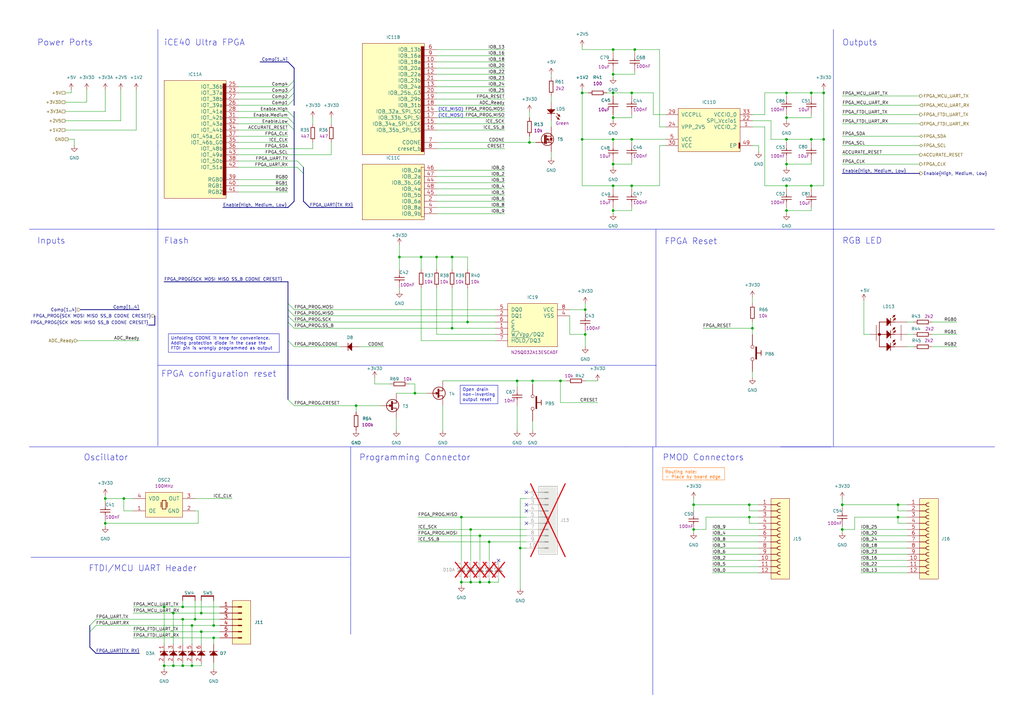
<source format=kicad_sch>
(kicad_sch (version 20240812) (generator "eeschema") (generator_version "8.99")
  (paper "A3")
  (title_block (title "ACCURATE 2 Evaluation Board") (date "2025-01-22") (rev "A") (company "CERN") (comment 1 "CROME") (comment 3 "RP-IL") (comment 6 "Liverud, Consani"))
  (lib_symbols
    (symbol "CC0603_100NF_50V_10%_X7R_1" (pin_names (offset 1.27))
      (property "Reference" "C" (at 3.81 3.048 0))
      (property "Val" "100nF" (at 3.81 -3.048 0))
      (symbol "CC0603_100NF_50V_10%_X7R_1_0_1"
        (pin passive line (at 0 0 0) (length 2.54) (name "1") (number "1"))
        (pin passive line (at 7.62 0 180) (length 2.54) (name "2") (number "2"))
      )
    )
    (symbol "Capacitors SMD:CC0603_100NF_50V_10%_X7R" (pin_names (offset 1.27))
      (property "Reference" "C" (at 3.81 3.048 0))
      (property "Val" "100nF" (at 3.81 -3.048 0))
      (symbol "CC0603_100NF_50V_10%_X7R_0_1"
        (pin passive line (at 0 0 0) (length 2.54) (name "1") (number "1"))
        (pin passive line (at 7.62 0 180) (length 2.54) (name "2") (number "2"))
      )
    )
    (symbol "Capacitors SMD:CC0603_10NF_50V_10%_X7R" (pin_names (offset 1.27))
      (property "Reference" "C" (at 3.81 3.048 0))
      (property "Val" "10nF" (at 3.81 -3.048 0))
      (symbol "CC0603_10NF_50V_10%_X7R_0_1"
        (pin passive line (at 0 0 0) (length 2.54) (name "1") (number "1"))
        (pin passive line (at 7.62 0 180) (length 2.54) (name "2") (number "2"))
      )
    )
    (symbol "Capacitors SMD:CC0603_10UF_6.3V_20%_X7R_SAMSUNG_CL" (pin_names (offset 1.27))
      (property "Reference" "C" (at 3.81 3.048 0))
      (property "Val" "10uF" (at 3.81 -3.048 0))
      (symbol "CC0603_10UF_6.3V_20%_X7R_SAMSUNG_CL_0_1"
        (pin passive line (at 0 0 0) (length 2.54) (name "1") (number "1"))
        (pin passive line (at 7.62 0 180) (length 2.54) (name "2") (number "2"))
      )
    )
    (symbol "Crystals & Oscillators:OSC_100MHZ_ABRACON_ASFL1-100.000MHZ-EC" (pin_names (offset 1.27))
      (property "Reference" "OSC" (at 7.62 1.27 0))
      (property "Val" "100MHz" (at 7.62 -11.43 0))
      (symbol "OSC_100MHZ_ABRACON_ASFL1-100.000MHZ-EC_0_1"
        (pin power_in line (at -5.08 -2.54 0) (length 5.08) (name "VDD") (number "4"))
        (pin input line (at -5.08 -7.62 0) (length 5.08) (name "OE") (number "1"))
        (pin output line (at 20.32 -2.54 180) (length 5.08) (name "OUT") (number "3"))
        (pin power_in line (at 20.32 -7.62 180) (length 5.08) (name "GND") (number "2"))
      )
    )
    (symbol "Diodes:1N4148WS" (pin_names (offset 1.27))
      (property "Reference" "D" (at 3.81 2.54 0))
      (symbol "1N4148WS_0_1"
        (pin passive line (at 0 0 0) (length 2.54) (name "A") (number "2"))
        (pin passive line (at 7.62 0 180) (length 2.54) (name "C") (number "1"))
      )
    )
    (symbol "Diodes:PESD3V3L5UY" (pin_names (offset 1.27))
      (property "Reference" "D" (at 3.81 2.54 0))
      (symbol "PESD3V3L5UY_0_1"
        (pin passive line (at 0 0 0) (length 2.54) (name "A") (number "2"))
      )
      (symbol "PESD3V3L5UY_1_1"
        (pin passive line (at 7.62 0 180) (length 2.54) (name "C") (number "1"))
      )
      (symbol "PESD3V3L5UY_2_1"
        (pin passive line (at 7.62 0 180) (length 2.54) (name "C") (number "3"))
      )
      (symbol "PESD3V3L5UY_3_1"
        (pin passive line (at 7.62 0 180) (length 2.54) (name "C") (number "4"))
      )
      (symbol "PESD3V3L5UY_4_1"
        (pin passive line (at 7.62 0 180) (length 2.54) (name "C") (number "5"))
      )
      (symbol "PESD3V3L5UY_5_1"
        (pin passive line (at 7.62 0 180) (length 2.54) (name "C") (number "6"))
      )
    )
    (symbol "Diodes:PESD3V3S1UB" (pin_names (offset 1.27))
      (property "Reference" "D" (at 3.81 2.54 0))
      (symbol "PESD3V3S1UB_0_1"
        (pin passive line (at 0 0 0) (length 2.54) (name "A") (number "2"))
        (pin passive line (at 7.62 0 180) (length 2.54) (name "C") (number "1"))
      )
    )
    (symbol "LEDs & Displays:LED_CREE_CLV1L-FKB-CJ1N1E1BB7B3B3" (pin_names (offset 1.27))
      (property "Reference" "LD" (at 0 10.16 0))
      (symbol "LED_CREE_CLV1L-FKB-CJ1N1E1BB7B3B3_0_1"
        (text "1" (at -6.35 1.27 0) (effects (font (size 1.016 1.016))))
        (text "R" (at -2.54 6.35 0) (effects (font (size 1.016 1.016))))
        (text "G" (at -2.54 1.27 0) (effects (font (size 1.016 1.016))))
        (text "B" (at -2.54 -4.064 0) (effects (font (size 1.016 1.016))))
        (text "2" (at 6.35 6.35 0) (effects (font (size 1.016 1.016))))
        (text "3" (at 6.35 1.27 0) (effects (font (size 1.016 1.016))))
        (text "4" (at 6.35 -3.81 0) (effects (font (size 1.016 1.016))))
        (pin passive line (at -7.62 0 0) (length 3.81) (name "AC") (number "1"))
        (pin passive line (at 7.62 5.08 180) (length 5.08) (name "CB") (number "2"))
        (pin passive line (at 7.62 0 180) (length 5.08) (name "CG") (number "3"))
        (pin passive line (at 7.62 -5.08 180) (length 5.08) (name "CR") (number "4"))
      )
    )
    (symbol "LEDs & Displays:LED_LITEON_LTST-C193KGKT-5A" (pin_names (offset 1.27))
      (property "Reference" "LD" (at -1.27 2.54 0))
      (property "Color" "Green" (at 0 -2.54 0))
      (symbol "LED_LITEON_LTST-C193KGKT-5A_0_1"
        (pin passive line (at -3.81 0 0) (length 2.54) (name "A") (number "2"))
        (pin passive line (at 3.81 0 180) (length 2.54) (name "C") (number "1"))
      )
      (symbol "LED_LITEON_LTST-C193KGKT-5A_0_2"
        (pin passive line (at -3.81 0 0) (length 2.54) (name "A") (number "2"))
        (pin passive line (at 3.81 0 180) (length 2.54) (name "C") (number "1"))
      )
    )
    (symbol "Logic:ICE40UP5K-SG48I" (pin_names (offset 1.27))
      (property "Reference" "IC" (at 0 3.81 0))
      (symbol "ICE40UP5K-SG48I_1_1"
        (text "BANK 0" (at 5.08 -12.7 900) (effects (font (size 1.778 1.778) (bold yes)) (justify left bottom)))
        (pin bidirectional line (at 30.48 -2.54 180) (length 5.08) (name "IOT_36b") (number "25"))
        (pin bidirectional line (at 30.48 -5.08 180) (length 5.08) (name "IOT_37a") (number "23"))
        (pin bidirectional line (at 30.48 -7.62 180) (length 5.08) (name "IOT_38b") (number "27"))
        (pin bidirectional line (at 30.48 -10.16 180) (length 5.08) (name "IOT_39a") (number "26"))
        (pin bidirectional line (at 30.48 -12.7 180) (length 5.08) (name "IOT_41a") (number "28"))
        (pin bidirectional line (at 30.48 -15.24 180) (length 5.08) (name "IOT_42b") (number "31"))
        (pin bidirectional line (at 30.48 -17.78 180) (length 5.08) (name "IOT_43a") (number "32"))
        (pin bidirectional line (at 30.48 -20.32 180) (length 5.08) (name "IOT_44b") (number "34"))
        (pin bidirectional line (at 30.48 -22.86 180) (length 5.08) (name "IOT_45a_G1") (number "37"))
        (pin bidirectional line (at 30.48 -25.4 180) (length 5.08) (name "IOT_46b_G0") (number "35"))
        (pin bidirectional line (at 30.48 -27.94 180) (length 5.08) (name "IOT_48b") (number "36"))
        (pin bidirectional line (at 30.48 -30.48 180) (length 5.08) (name "IOT_49a") (number "43"))
        (pin bidirectional line (at 30.48 -33.02 180) (length 5.08) (name "IOT_50b") (number "38"))
        (pin bidirectional line (at 30.48 -35.56 180) (length 5.08) (name "IOT_51a") (number "42"))
        (pin power_in line (at 30.48 -40.64 180) (length 5.08) (name "RGB0") (number "39"))
        (pin power_in line (at 30.48 -43.18 180) (length 5.08) (name "RGB1") (number "40"))
        (pin power_in line (at 30.48 -45.72 180) (length 5.08) (name "RGB2") (number "41"))
      )
      (symbol "ICE40UP5K-SG48I_2_1"
        (text "BANK 1" (at 5.08 -12.7 900) (effects (font (size 1.778 1.778) (bold yes)) (justify left bottom)))
        (pin bidirectional line (at 30.48 -2.54 180) (length 5.08) (name "IOB_13b") (number "6"))
        (pin bidirectional line (at 30.48 -5.08 180) (length 5.08) (name "IOB_16a") (number "9"))
        (pin bidirectional line (at 30.48 -7.62 180) (length 5.08) (name "IOB_18a") (number "10"))
        (pin bidirectional line (at 30.48 -10.16 180) (length 5.08) (name "IOB_20a") (number "11"))
        (pin bidirectional line (at 30.48 -12.7 180) (length 5.08) (name "IOB_22a") (number "12"))
        (pin bidirectional line (at 30.48 -15.24 180) (length 5.08) (name "IOB_23b") (number "21"))
        (pin bidirectional line (at 30.48 -17.78 180) (length 5.08) (name "IOB_24a") (number "13"))
        (pin bidirectional line (at 30.48 -20.32 180) (length 5.08) (name "IOB_25b_G3") (number "20"))
        (pin bidirectional line (at 30.48 -22.86 180) (length 5.08) (name "IOB_29b") (number "19"))
        (pin bidirectional line (at 30.48 -25.4 180) (length 5.08) (name "IOB_31b") (number "18"))
        (pin bidirectional line (at 30.48 -27.94 180) (length 5.08) (name "IOB_32a_SPI_SO") (number "14"))
        (pin bidirectional line (at 30.48 -30.48 180) (length 5.08) (name "IOB_33b_SPI_SI") (number "17"))
        (pin bidirectional line (at 30.48 -33.02 180) (length 5.08) (name "IOB_34a_SPI_SCK") (number "15"))
        (pin bidirectional line (at 30.48 -35.56 180) (length 5.08) (name "IOB_35b_SPI_SS") (number "16"))
        (pin input line (at 30.48 -40.64 180) (length 5.08) (name "CDONE") (number "7"))
        (pin input line (at 30.48 -43.18 180) (length 5.08) (name "creset_b") (number "8"))
      )
      (symbol "ICE40UP5K-SG48I_3_1"
        (text "BANK 2" (at 5.08 -12.7 900) (effects (font (size 1.778 1.778) (bold yes)) (justify left bottom)))
        (pin bidirectional line (at 30.48 -2.54 180) (length 5.08) (name "IOB_0a") (number "46"))
        (pin bidirectional line (at 30.48 -5.08 180) (length 5.08) (name "IOB_2a") (number "47"))
        (pin bidirectional line (at 30.48 -7.62 180) (length 5.08) (name "IOB_3b_G6") (number "44"))
        (pin bidirectional line (at 30.48 -10.16 180) (length 5.08) (name "IOB_4a") (number "48"))
        (pin bidirectional line (at 30.48 -12.7 180) (length 5.08) (name "IOB_5b") (number "45"))
        (pin bidirectional line (at 30.48 -15.24 180) (length 5.08) (name "IOB_6a") (number "2"))
        (pin bidirectional line (at 30.48 -17.78 180) (length 5.08) (name "IOB_8a") (number "4"))
        (pin bidirectional line (at 30.48 -20.32 180) (length 5.08) (name "IOB_9b") (number "3"))
      )
      (symbol "ICE40UP5K-SG48I_4_1"
        (pin power_in line (at -5.08 -2.54 0) (length 5.08) (name "VCCPLL") (number "29"))
        (pin power_in line (at -5.08 -7.62 0) (length 5.08) (name "VPP_2V5") (number "24"))
        (pin power_in line (at -5.08 -12.7 0) (length 5.08) (name "VCC") (number "5"))
        (pin power_in line (at -5.08 -15.24 0) (length 5.08) (name "VCC") (number "30"))
        (pin power_in line (at 30.48 -2.54 180) (length 5.08) (name "VCCIO_0") (number "33"))
        (pin power_in line (at 30.48 -5.08 180) (length 5.08) (name "SPI_Vccio1") (number "22"))
        (pin power_in line (at 30.48 -7.62 180) (length 5.08) (name "VCCIO_2") (number "1"))
        (pin power_in line (at 30.48 -15.24 180) (length 5.08) (name "EP") (number "49"))
      )
    )
    (symbol "Logic:N25Q032A13ESCA0" (pin_names (offset 1.27))
      (property "Reference" "IC" (at 10.16 1.27 0))
      (symbol "N25Q032A13ESCA0_0_1"
        (pin bidirectional line (at -5.08 -2.54 0) (length 5.08) (name "DQ0") (number "5"))
        (pin bidirectional line (at -5.08 -5.08 0) (length 5.08) (name "DQ1") (number "2"))
        (pin input line (at -5.08 -7.62 0) (length 5.08) (name "C") (number "6"))
        (pin input line (at -5.08 -10.16 0) (length 5.08) (name "~{S}") (number "1"))
        (pin bidirectional line (at -5.08 -12.7 0) (length 5.08) (name "~{W/}Vpp/DQ2") (number "3"))
        (pin bidirectional line (at -5.08 -15.24 0) (length 5.08) (name "~{HOLD/}DQ3") (number "7"))
        (pin power_in line (at 25.4 -2.54 180) (length 5.08) (name "VCC") (number "8"))
        (pin power_in line (at 25.4 -5.08 180) (length 5.08) (name "VSS") (number "4"))
      )
    )
    (symbol "R0603_10K_1%_0.1W_100PPM_1" (pin_names (offset 1.27))
      (property "Reference" "R" (at 3.81 1.778 0))
      (property "Tolerance" "±1%" (at 3.81 0 0))
      (property "Val" "10k" (at 3.81 -1.778 0))
      (symbol "R0603_10K_1%_0.1W_100PPM_1_0_1"
        (pin passive line (at 0 0 0) (length 1.524) (name "1") (number "1"))
        (pin passive line (at 7.62 0 180) (length 1.524) (name "2") (number "2"))
      )
    )
    (symbol "R0603_10K_1%_0.1W_100PPM_2" (pin_names (offset 1.27))
      (property "Reference" "R" (at 3.81 1.778 0))
      (property "Tolerance" "±1%" (at 3.81 0 0))
      (property "Val" "10k" (at 3.81 -1.778 0))
      (symbol "R0603_10K_1%_0.1W_100PPM_2_0_1"
        (pin passive line (at 0 0 0) (length 1.524) (name "1") (number "1"))
        (pin passive line (at 7.62 0 180) (length 1.524) (name "2") (number "2"))
      )
    )
    (symbol "R0603_10K_1%_0.1W_100PPM_3" (pin_names (offset 1.27))
      (property "Reference" "R" (at 3.81 1.778 0))
      (property "Tolerance" "±1%" (at 3.81 0 0))
      (property "Val" "10k" (at 3.81 -1.778 0))
      (symbol "R0603_10K_1%_0.1W_100PPM_3_0_1"
        (pin passive line (at 0 0 0) (length 1.524) (name "1") (number "1"))
        (pin passive line (at 7.62 0 180) (length 1.524) (name "2") (number "2"))
      )
    )
    (symbol "R0603_10K_1%_0.1W_100PPM_4" (pin_names (offset 1.27))
      (property "Reference" "R" (at 3.81 1.778 0))
      (property "Tolerance" "±1%" (at 3.81 0 0))
      (property "Val" "10k" (at 3.81 -1.778 0))
      (symbol "R0603_10K_1%_0.1W_100PPM_4_0_1"
        (pin passive line (at 0 0 0) (length 1.524) (name "1") (number "1"))
        (pin passive line (at 7.62 0 180) (length 1.524) (name "2") (number "2"))
      )
    )
    (symbol "R0603_2K2_1%_0.1W_100PPM_1" (pin_names (offset 1.27))
      (property "Reference" "R" (at 3.81 1.778 0))
      (property "Tolerance" "±1%" (at 3.81 0 0))
      (property "Val" "2k2" (at 3.81 -1.778 0))
      (symbol "R0603_2K2_1%_0.1W_100PPM_1_0_1"
        (pin passive line (at 0 0 0) (length 1.524) (name "1") (number "1"))
        (pin passive line (at 7.62 0 180) (length 1.524) (name "2") (number "2"))
      )
    )
    (symbol "R0603_4K7_1%_0.1W_100PPM_1" (pin_names (offset 1.27))
      (property "Reference" "R" (at 3.81 1.778 0))
      (property "Tolerance" "±1%" (at 3.81 0 0))
      (property "Val" "4k7" (at 3.81 -1.778 0))
      (symbol "R0603_4K7_1%_0.1W_100PPM_1_0_1"
        (pin passive line (at 0 0 0) (length 1.524) (name "1") (number "1"))
        (pin passive line (at 7.62 0 180) (length 1.524) (name "2") (number "2"))
      )
    )
    (symbol "Resistors SMD:R0603_100K_1%_0.1W_100PPM" (pin_names (offset 1.27))
      (property "Reference" "R" (at 3.81 1.778 0))
      (property "Tolerance" "±1%" (at 3.81 0 0))
      (property "Val" "100k" (at 3.81 -1.778 0))
      (symbol "R0603_100K_1%_0.1W_100PPM_0_1"
        (pin passive line (at 0 0 0) (length 1.524) (name "1") (number "1"))
        (pin passive line (at 7.62 0 180) (length 1.524) (name "2") (number "2"))
      )
    )
    (symbol "Resistors SMD:R0603_100R_1%_0.1W_100PPM" (pin_names (offset 1.27))
      (property "Reference" "R" (at 3.81 1.778 0))
      (property "Tolerance" "±1%" (at 3.81 0 0))
      (property "Val" "100" (at 3.81 -1.778 0))
      (symbol "R0603_100R_1%_0.1W_100PPM_0_1"
        (pin passive line (at 0 0 0) (length 1.524) (name "1") (number "1"))
        (pin passive line (at 7.62 0 180) (length 1.524) (name "2") (number "2"))
      )
    )
    (symbol "Resistors SMD:R0603_10K_1%_0.1W_100PPM" (pin_names (offset 1.27))
      (property "Reference" "R" (at 3.81 1.778 0))
      (property "Tolerance" "±1%" (at 3.81 0 0))
      (property "Val" "10k" (at 3.81 -1.778 0))
      (symbol "R0603_10K_1%_0.1W_100PPM_0_1"
        (pin passive line (at 0 0 0) (length 1.524) (name "1") (number "1"))
        (pin passive line (at 7.62 0 180) (length 1.524) (name "2") (number "2"))
      )
    )
    (symbol "Resistors SMD:R0603_2K2_1%_0.1W_100PPM" (pin_names (offset 1.27))
      (property "Reference" "R" (at 3.81 1.778 0))
      (property "Tolerance" "±1%" (at 3.81 0 0))
      (property "Val" "2k2" (at 3.81 -1.778 0))
      (symbol "R0603_2K2_1%_0.1W_100PPM_0_1"
        (pin passive line (at 0 0 0) (length 1.524) (name "1") (number "1"))
        (pin passive line (at 7.62 0 180) (length 1.524) (name "2") (number "2"))
      )
    )
    (symbol "Resistors SMD:R0603_4K7_1%_0.1W_100PPM" (pin_names (offset 1.27))
      (property "Reference" "R" (at 3.81 1.778 0))
      (property "Tolerance" "±1%" (at 3.81 0 0))
      (property "Val" "4k7" (at 3.81 -1.778 0))
      (symbol "R0603_4K7_1%_0.1W_100PPM_0_1"
        (pin passive line (at 0 0 0) (length 1.524) (name "1") (number "1"))
        (pin passive line (at 7.62 0 180) (length 1.524) (name "2") (number "2"))
      )
    )
    (symbol "SAMTEC:SAMTEC_HTSW-103-23-L-D" (pin_names (offset 1.27))
      (property "Reference" "J" (at 3.81 1.27 0))
      (symbol "SAMTEC_HTSW-103-23-L-D_0_1"
        (pin bidirectional line (at -5.08 -2.54 0) (length 5.08) (name "1") (number "1"))
        (pin bidirectional line (at -5.08 -5.08 0) (length 5.08) (name "2") (number "2"))
        (pin bidirectional line (at -5.08 -7.62 0) (length 5.08) (name "3") (number "3"))
        (pin bidirectional line (at -5.08 -10.16 0) (length 5.08) (name "4") (number "4"))
        (pin bidirectional line (at -5.08 -12.7 0) (length 5.08) (name "5") (number "5"))
        (pin bidirectional line (at -5.08 -15.24 0) (length 5.08) (name "6") (number "6"))
      )
      (symbol "SAMTEC_HTSW-103-23-L-D_0_2"
        (pin bidirectional line (at -5.08 -2.54 0) (length 5.08) (name "1") (number "1"))
        (pin bidirectional line (at -5.08 -5.08 0) (length 5.08) (name "3") (number "3"))
        (pin bidirectional line (at -5.08 -7.62 0) (length 5.08) (name "5") (number "5"))
        (pin bidirectional line (at 12.7 -2.54 180) (length 5.08) (name "2") (number "2"))
        (pin bidirectional line (at 12.7 -5.08 180) (length 5.08) (name "4") (number "4"))
        (pin bidirectional line (at 12.7 -7.62 180) (length 5.08) (name "6") (number "6"))
      )
    )
    (symbol "SAMTEC:SAMTEC_HTSW-105-23-L-D" (pin_names (offset 1.27))
      (property "Reference" "J" (at 3.81 1.27 0))
      (symbol "SAMTEC_HTSW-105-23-L-D_0_1"
        (pin bidirectional line (at -5.08 -2.54 0) (length 5.08) (name "1") (number "1"))
        (pin bidirectional line (at -5.08 -5.08 0) (length 5.08) (name "2") (number "2"))
        (pin bidirectional line (at -5.08 -7.62 0) (length 5.08) (name "3") (number "3"))
        (pin bidirectional line (at -5.08 -10.16 0) (length 5.08) (name "4") (number "4"))
        (pin bidirectional line (at -5.08 -12.7 0) (length 5.08) (name "5") (number "5"))
        (pin bidirectional line (at -5.08 -15.24 0) (length 5.08) (name "6") (number "6"))
        (pin bidirectional line (at -5.08 -17.78 0) (length 5.08) (name "7") (number "7"))
        (pin bidirectional line (at -5.08 -20.32 0) (length 5.08) (name "8") (number "8"))
        (pin bidirectional line (at -5.08 -22.86 0) (length 5.08) (name "9") (number "9"))
        (pin bidirectional line (at -5.08 -25.4 0) (length 5.08) (name "10") (number "10"))
      )
      (symbol "SAMTEC_HTSW-105-23-L-D_0_2"
        (pin bidirectional line (at -5.08 -2.54 0) (length 5.08) (name "1") (number "1"))
        (pin bidirectional line (at -5.08 -5.08 0) (length 5.08) (name "3") (number "3"))
        (pin bidirectional line (at -5.08 -7.62 0) (length 5.08) (name "5") (number "5"))
        (pin bidirectional line (at -5.08 -10.16 0) (length 5.08) (name "7") (number "7"))
        (pin bidirectional line (at -5.08 -12.7 0) (length 5.08) (name "9") (number "9"))
        (pin bidirectional line (at 12.7 -2.54 180) (length 5.08) (name "2") (number "2"))
        (pin bidirectional line (at 12.7 -5.08 180) (length 5.08) (name "4") (number "4"))
        (pin bidirectional line (at 12.7 -7.62 180) (length 5.08) (name "6") (number "6"))
        (pin bidirectional line (at 12.7 -10.16 180) (length 5.08) (name "8") (number "8"))
        (pin bidirectional line (at 12.7 -12.7 180) (length 5.08) (name "10") (number "10"))
      )
    )
    (symbol "SAMTEC:SAMTEC_SSW-106-02-L-D-RA" (pin_names (offset 1.27))
      (property "Reference" "J" (at 3.81 1.27 0))
      (symbol "SAMTEC_SSW-106-02-L-D-RA_0_1"
        (pin bidirectional line (at -5.08 -2.54 0) (length 5.08) (name "1") (number "1"))
        (pin bidirectional line (at -5.08 -5.08 0) (length 5.08) (name "2") (number "2"))
        (pin bidirectional line (at -5.08 -7.62 0) (length 5.08) (name "3") (number "3"))
        (pin bidirectional line (at -5.08 -10.16 0) (length 5.08) (name "4") (number "4"))
        (pin bidirectional line (at -5.08 -12.7 0) (length 5.08) (name "5") (number "5"))
        (pin bidirectional line (at -5.08 -15.24 0) (length 5.08) (name "6") (number "6"))
        (pin bidirectional line (at -5.08 -17.78 0) (length 5.08) (name "7") (number "7"))
        (pin bidirectional line (at -5.08 -20.32 0) (length 5.08) (name "8") (number "8"))
        (pin bidirectional line (at -5.08 -22.86 0) (length 5.08) (name "9") (number "9"))
        (pin bidirectional line (at -5.08 -25.4 0) (length 5.08) (name "10") (number "10"))
        (pin bidirectional line (at -5.08 -27.94 0) (length 5.08) (name "11") (number "11"))
        (pin bidirectional line (at -5.08 -30.48 0) (length 5.08) (name "12") (number "12"))
      )
      (symbol "SAMTEC_SSW-106-02-L-D-RA_0_2"
        (pin bidirectional line (at -5.08 -2.54 0) (length 5.08) (name "1") (number "1"))
        (pin bidirectional line (at -5.08 -5.08 0) (length 5.08) (name "3") (number "3"))
        (pin bidirectional line (at -5.08 -7.62 0) (length 5.08) (name "5") (number "5"))
        (pin bidirectional line (at -5.08 -10.16 0) (length 5.08) (name "7") (number "7"))
        (pin bidirectional line (at -5.08 -12.7 0) (length 5.08) (name "9") (number "9"))
        (pin bidirectional line (at -5.08 -15.24 0) (length 5.08) (name "11") (number "11"))
        (pin bidirectional line (at 12.7 -2.54 180) (length 5.08) (name "2") (number "2"))
        (pin bidirectional line (at 12.7 -5.08 180) (length 5.08) (name "4") (number "4"))
        (pin bidirectional line (at 12.7 -7.62 180) (length 5.08) (name "6") (number "6"))
        (pin bidirectional line (at 12.7 -10.16 180) (length 5.08) (name "8") (number "8"))
        (pin bidirectional line (at 12.7 -12.7 180) (length 5.08) (name "10") (number "10"))
        (pin bidirectional line (at 12.7 -15.24 180) (length 5.08) (name "12") (number "12"))
      )
    )
    (symbol "SAMTEC_SSW-106-02-L-D-RA_1" (pin_names (offset 1.27))
      (property "Reference" "J" (at 3.81 1.27 0))
      (symbol "SAMTEC_SSW-106-02-L-D-RA_1_0_1"
        (pin bidirectional line (at -5.08 -2.54 0) (length 5.08) (name "1") (number "1"))
        (pin bidirectional line (at -5.08 -5.08 0) (length 5.08) (name "2") (number "2"))
        (pin bidirectional line (at -5.08 -7.62 0) (length 5.08) (name "3") (number "3"))
        (pin bidirectional line (at -5.08 -10.16 0) (length 5.08) (name "4") (number "4"))
        (pin bidirectional line (at -5.08 -12.7 0) (length 5.08) (name "5") (number "5"))
        (pin bidirectional line (at -5.08 -15.24 0) (length 5.08) (name "6") (number "6"))
        (pin bidirectional line (at -5.08 -17.78 0) (length 5.08) (name "7") (number "7"))
        (pin bidirectional line (at -5.08 -20.32 0) (length 5.08) (name "8") (number "8"))
        (pin bidirectional line (at -5.08 -22.86 0) (length 5.08) (name "9") (number "9"))
        (pin bidirectional line (at -5.08 -25.4 0) (length 5.08) (name "10") (number "10"))
        (pin bidirectional line (at -5.08 -27.94 0) (length 5.08) (name "11") (number "11"))
        (pin bidirectional line (at -5.08 -30.48 0) (length 5.08) (name "12") (number "12"))
      )
      (symbol "SAMTEC_SSW-106-02-L-D-RA_1_0_2"
        (pin bidirectional line (at -5.08 -2.54 0) (length 5.08) (name "1") (number "1"))
        (pin bidirectional line (at -5.08 -5.08 0) (length 5.08) (name "3") (number "3"))
        (pin bidirectional line (at -5.08 -7.62 0) (length 5.08) (name "5") (number "5"))
        (pin bidirectional line (at -5.08 -10.16 0) (length 5.08) (name "7") (number "7"))
        (pin bidirectional line (at -5.08 -12.7 0) (length 5.08) (name "9") (number "9"))
        (pin bidirectional line (at -5.08 -15.24 0) (length 5.08) (name "11") (number "11"))
        (pin bidirectional line (at 12.7 -2.54 180) (length 5.08) (name "2") (number "2"))
        (pin bidirectional line (at 12.7 -5.08 180) (length 5.08) (name "4") (number "4"))
        (pin bidirectional line (at 12.7 -7.62 180) (length 5.08) (name "6") (number "6"))
        (pin bidirectional line (at 12.7 -10.16 180) (length 5.08) (name "8") (number "8"))
        (pin bidirectional line (at 12.7 -12.7 180) (length 5.08) (name "10") (number "10"))
        (pin bidirectional line (at 12.7 -15.24 180) (length 5.08) (name "12") (number "12"))
      )
    )
    (symbol "STELVIO-KONTEK_3131730000400_2" (pin_names (offset 1.27))
      (property "Reference" "SW" (at 2.54 3.175 0))
      (symbol "STELVIO-KONTEK_3131730000400_2_0_1"
        (pin bidirectional line (at 0 0 90) (length 1.27) (name "1") (number "1"))
      )
      (symbol "STELVIO-KONTEK_3131730000400_2_0_2"
        (pin bidirectional line (at 0 0 90) (length 1.27) (name "1") (number "1"))
      )
    )
    (symbol "STELVIO-KONTEK_3131730000400_3" (pin_names (offset 1.27))
      (property "Reference" "SW" (at 2.54 3.175 0))
      (symbol "STELVIO-KONTEK_3131730000400_3_0_1"
        (pin bidirectional line (at 0 0 90) (length 1.27) (name "1") (number "1"))
      )
      (symbol "STELVIO-KONTEK_3131730000400_3_0_2"
        (pin bidirectional line (at 0 0 90) (length 1.27) (name "1") (number "1"))
      )
    )
    (symbol "Switches:PB_C&K_KSC321JLFS" (pin_names (offset 1.27))
      (property "Reference" "PB" (at 7.874 5.08 0))
      (symbol "PB_C&K_KSC321JLFS_0_1"
        (text "1,2" (at 1.016 0.254 0) (effects (font (size 1.016 1.016)) (justify left bottom)))
        (text "3,4" (at 12.446 0.254 0) (effects (font (size 1.016 1.016)) (justify left bottom)))
        (pin bidirectional line (at 0 0 0) (length 4.445) (name "1") (number "1"))
        (pin bidirectional line (at 0 0 0) (length 4.445) (name "2") (number "2"))
        (pin bidirectional line (at 15.24 0 180) (length 4.445) (name "3") (number "3"))
        (pin bidirectional line (at 15.24 0 180) (length 4.445) (name "4") (number "4"))
      )
    )
    (symbol "Transistors:2N3819" (pin_names (offset 1.27))
      (property "Reference" "T" (at 5.08 3.81 0))
      (symbol "2N3819_0_1"
        (text "G" (at 0.762 0.254 0) (effects (font (size 0.635 0.635)) (justify left bottom)))
        (text "D" (at 6.858 3.81 0) (effects (font (size 0.635 0.635)) (justify left top)))
        (text "S" (at 6.858 -4.318 0) (effects (font (size 0.635 0.635)) (justify left bottom)))
        (pin passive line (at 0 0 0) (length 2.286) (name "G") (number "2"))
        (pin passive line (at 6.35 5.08 270) (length 3.048) (name "D") (number "3"))
        (pin passive line (at 6.35 -5.08 90) (length 3.048) (name "S") (number "1"))
      )
    )
    (symbol "Transistors:SQ2310CES" (pin_names (offset 1.27))
      (property "Reference" "T" (at 3.81 5.08 0))
      (symbol "SQ2310CES_0_1"
        (text "G" (at 0.762 0 0) (effects (font (size 0.635 0.635)) (justify left bottom)))
        (text "D" (at 5.08 5.334 0) (effects (font (size 0.635 0.635)) (justify left top)))
        (text "S" (at 5.08 -2.794 0) (effects (font (size 0.635 0.635)) (justify left bottom)))
        (pin passive line (at 0 0 0) (length 2.54) (name "G") (number "1"))
        (pin passive line (at 6.35 6.35 270) (length 3.048) (name "D") (number "3"))
        (pin passive line (at 6.35 -3.81 90) (length 3.048) (name "S") (number "2"))
      )
    )
    (symbol "power:+1V2" (power) (pin_names (offset 0))
      (property "Value" "+1V2" (at 0 3.556 0))
      (symbol "+1V2_1_1"
        (pin power_in line (at 0 0 90) (length 0) hide (name "+1V2") (number "1"))
      )
    )
    (symbol "power:+2V5" (power) (pin_names (offset 0))
      (property "Value" "+2V5" (at 0 3.556 0))
      (symbol "+2V5_1_1"
        (pin power_in line (at 0 0 90) (length 0) hide (name "+2V5") (number "1"))
      )
    )
    (symbol "power:GND" (power) (pin_names (offset 0))
      (property "Value" "GND" (at 0 -3.81 0))
      (symbol "GND_1_1"
        (pin power_in line (at 0 0 270) (length 0) hide (name "GND") (number "1"))
      )
    )
    (symbol "symbol_lib:+3V3A" (power) (pin_names (offset 0))
      (property "Value" "+3V3A" (at 0 3.556 0))
      (symbol "+3V3A_1_1"
        (pin power_in line (at 0 0 90) (length 0) hide (name "+3V3A") (number "1"))
      )
    )
    (symbol "symbol_lib:+3V3D" (power) (pin_names (offset 0))
      (property "Value" "+3V3D" (at 0 3.556 0))
      (symbol "+3V3D_1_1"
        (pin power_in line (at 0 0 90) (length 0) hide (name "+3V3D") (number "1"))
      )
    )
  )
  (text "Power Ports" (at 15.24 19.05 0) (effects (font (size 2.5 2.5)) (justify left bottom)))
  (text "Inputs" (at 15.24 100.33 0) (effects (font (size 2.5 2.5)) (justify left bottom)))
  (text "FTDI/MCU UART Header" (at 36.322 234.696 0) (effects (font (size 2.5 2.5)) (justify left bottom)))
  (text "(iCE_MISO)" (at 184.912 44.958 0) (effects (font (size 1.27 1.27))))
  (text "Programming Connector" (at 147.32 189.23 0) (effects (font (size 2.5 2.5)) (justify left bottom)))
  (text "Oscillator" (at 34.29 189.23 0) (effects (font (size 2.5 2.5)) (justify left bottom)))
  (text "Flash" (at 67.31 100.33 0) (effects (font (size 2.5 2.5)) (justify left bottom)))
  (text "RGB LED" (at 345.44 100.33 0) (effects (font (size 2.5 2.5)) (justify left bottom)))
  (text "FPGA configuration reset" (at 66.04 154.94 0) (effects (font (size 2.5 2.5)) (justify left bottom)))
  (text "(iCE_MOSI)\n" (at 184.912 47.498 0) (effects (font (size 1.27 1.27))))
  (text "FPGA Reset" (at 272.542 100.584 0) (effects (font (size 2.5 2.5)) (justify left bottom)))
  (text "PMOD Connectors" (at 271.78 189.23 0) (effects (font (size 2.5 2.5)) (justify left bottom)))
  (text "Outputs" (at 345.44 19.05 0) (effects (font (size 2.5 2.5)) (justify left bottom)))
  (text "iCE40 Ultra FPGA" (at 67.31 19.05 0) (effects (font (size 2.5 2.5)) (justify left bottom)))
  (text_box "Routing note:\n- Place by board edge" (at 271.78 191.77 0) (size 25.4 5.08) (margins 0.9525 0.9525 0.9525 0.9525) (stroke (width 0) (color 255 109 0 1)) (effects (font (size 1.27 1.27)) (justify left top)))
  (text_box "Open drain non-inverting output reset" (at 188.722 157.988 0) (size 15.494 7.62) (margins 0.9525 0.9525 0.9525 0.9525) (effects (font (size 1.27 1.27)) (justify left top)))
  (text_box "Unfolding CDONE it here for convenience. Adding protection diode in the case the FTDI pin is wrongly programmed as output" (at 69.088 136.906 0) (size 45.466 7.62) (margins 0.9525 0.9525 0.9525 0.9525) (effects (font (size 1.27 1.27)) (justify left top)))
  (junction (at 78.74 256.54))
  (junction (at 238.76 38.1))
  (junction (at 259.08 57.15))
  (junction (at 322.58 76.2))
  (junction (at 50.8 204.47))
  (junction (at 345.44 217.17))
  (junction (at 193.04 217.17))
  (junction (at 191.77 132.08))
  (junction (at 284.48 217.17))
  (junction (at 82.55 251.46))
  (junction (at 71.12 251.46))
  (junction (at 251.46 86.36))
  (junction (at 189.23 238.76))
  (junction (at 337.82 38.1))
  (junction (at 185.42 105.41))
  (junction (at 43.18 204.47))
  (junction (at 337.82 57.15))
  (junction (at 345.44 207.01))
  (junction (at 240.03 127))
  (junction (at 172.72 105.41))
  (junction (at 238.76 57.15))
  (junction (at 322.58 57.15))
  (junction (at 240.03 137.16))
  (junction (at 251.46 30.48))
  (junction (at 251.46 57.15))
  (junction (at 163.83 105.41))
  (junction (at 259.08 38.1))
  (junction (at 368.3 212.09))
  (junction (at 212.09 156.21))
  (junction (at 196.85 219.71))
  (junction (at 185.42 134.62))
  (junction (at 179.07 105.41))
  (junction (at 78.74 273.05))
  (junction (at 229.87 156.21))
  (junction (at 80.01 254))
  (junction (at 251.46 67.31))
  (junction (at 87.63 261.62))
  (junction (at 67.31 248.92))
  (junction (at 87.63 256.54))
  (junction (at 322.58 67.31))
  (junction (at 322.58 48.26))
  (junction (at 43.18 214.63))
  (junction (at 251.46 38.1))
  (junction (at 71.12 273.05))
  (junction (at 200.66 222.25))
  (junction (at 307.34 212.09))
  (junction (at 213.36 224.79))
  (junction (at 332.74 38.1))
  (junction (at 368.3 207.01))
  (junction (at 170.18 161.29))
  (junction (at 251.46 76.2))
  (junction (at 260.35 20.32))
  (junction (at 193.04 238.76))
  (junction (at 332.74 57.15))
  (junction (at 218.44 156.21))
  (junction (at 307.34 207.01))
  (junction (at 217.17 58.42))
  (junction (at 322.58 38.1))
  (junction (at 259.08 76.2))
  (junction (at 322.58 86.36))
  (junction (at 67.31 273.05))
  (junction (at 332.74 76.2))
  (junction (at 189.23 212.09))
  (junction (at 251.46 20.32))
  (junction (at 74.93 248.92))
  (junction (at 284.48 207.01))
  (junction (at 82.55 259.08))
  (junction (at 196.85 238.76))
  (junction (at 74.93 273.05))
  (junction (at 251.46 48.26))
  (junction (at 200.66 238.76))
  (junction (at 74.93 254))
  (junction (at 146.05 166.37))
  (junction (at 308.61 134.62))
  (no_connect (at 215.9 209.55))
  (no_connect (at 204.47 229.87))
  (no_connect (at 215.9 214.63))
  (no_connect (at 215.9 207.01))
  (no_connect (at 215.9 201.93))
  (bus_entry (at 118.11 38.1) (size 2.54 -2.54))
  (bus_entry (at 36.83 259.08) (size 2.54 -2.54))
  (bus_entry (at 118.11 163.83) (size 2.54 2.54))
  (bus_entry (at 118.11 124.46) (size 2.54 2.54))
  (bus_entry (at 124.46 71.12) (size -2.54 -2.54))
  (bus_entry (at 118.11 129.54) (size 2.54 2.54))
  (bus_entry (at 118.11 127) (size 2.54 2.54))
  (bus_entry (at 118.11 45.72) (size 2.54 2.54))
  (bus_entry (at 36.83 256.54) (size 2.54 -2.54))
  (bus_entry (at 118.11 48.26) (size 2.54 2.54))
  (bus_entry (at 124.46 68.58) (size -2.54 -2.54))
  (bus_entry (at 118.11 43.18) (size 2.54 -2.54))
  (bus_entry (at 118.11 50.8) (size 2.54 2.54))
  (bus_entry (at 118.11 35.56) (size 2.54 -2.54))
  (bus_entry (at 118.11 132.08) (size 2.54 2.54))
  (bus_entry (at 118.11 139.7) (size 2.54 2.54))
  (bus_entry (at 118.11 40.64) (size 2.54 -2.54))
  (wire (pts (xy 43.18 203.2) (xy 43.18 204.47)))
  (wire (pts (xy 179.07 50.8) (xy 207.01 50.8)))
  (wire (pts (xy 87.63 261.62) (xy 54.61 261.62)))
  (bus (pts (xy 36.83 256.54) (xy 36.83 259.08)))
  (wire (pts (xy 353.06 217.17) (xy 372.11 217.17)))
  (wire (pts (xy 226.06 30.48) (xy 226.06 31.75)))
  (wire (pts (xy 332.74 57.15) (xy 337.82 57.15)))
  (wire (pts (xy 353.06 234.95) (xy 372.11 234.95)))
  (wire (pts (xy 54.61 259.08) (xy 82.55 259.08)))
  (wire (pts (xy 368.3 212.09) (xy 368.3 214.63)))
  (wire (pts (xy 162.56 171.45) (xy 162.56 176.53)))
  (bus (pts (xy 33.02 127) (xy 57.15 127)))
  (wire (pts (xy 322.58 48.26) (xy 332.74 48.26)))
  (wire (pts (xy 259.08 86.36) (xy 259.08 85.09)))
  (wire (pts (xy 368.3 209.55) (xy 372.11 209.55)))
  (wire (pts (xy 179.07 33.02) (xy 207.01 33.02)))
  (wire (pts (xy 392.43 142.24) (xy 382.27 142.24)))
  (wire (pts (xy 87.63 271.78) (xy 87.63 274.32)))
  (wire (pts (xy 179.07 105.41) (xy 179.07 110.49)))
  (wire (pts (xy 189.23 237.49) (xy 189.23 238.76)))
  (wire (pts (xy 267.97 46.99) (xy 273.05 46.99)))
  (wire (pts (xy 170.18 157.48) (xy 170.18 161.29)))
  (wire (pts (xy 27.94 57.15) (xy 30.48 57.15)))
  (wire (pts (xy 71.12 273.05) (xy 74.93 273.05)))
  (wire (pts (xy 128.27 60.96) (xy 97.79 60.96)))
  (wire (pts (xy 251.46 85.09) (xy 251.46 86.36)))
  (wire (pts (xy 251.46 76.2) (xy 251.46 77.47)))
  (wire (pts (xy 172.72 110.49) (xy 172.72 105.41)))
  (wire (pts (xy 229.87 165.1) (xy 245.11 165.1)))
  (wire (pts (xy 289.56 212.09) (xy 289.56 217.17)))
  (wire (pts (xy 259.08 38.1) (xy 251.46 38.1)))
  (polyline (pts (xy 60.96 93.98) (xy 341.8332 93.98)))
  (wire (pts (xy 218.44 172.72) (xy 218.44 176.53)))
  (wire (pts (xy 80.01 246.38) (xy 80.01 254)))
  (wire (pts (xy 372.11 142.24) (xy 374.65 142.24)))
  (wire (pts (xy 332.74 38.1) (xy 337.82 38.1)))
  (wire (pts (xy 31.75 139.7) (xy 57.15 139.7)))
  (bus (pts (xy 118.11 25.4) (xy 106.68 25.4)))
  (wire (pts (xy 238.76 57.15) (xy 238.76 76.2)))
  (bus (pts (xy 124.46 82.55) (xy 127 85.09)))
  (wire (pts (xy 196.85 219.71) (xy 215.9 219.71)))
  (wire (pts (xy 189.23 212.09) (xy 215.9 212.09)))
  (bus (pts (xy 345.44 71.12) (xy 377.19 71.12)))
  (wire (pts (xy 308.61 137.16) (xy 308.61 134.62)))
  (wire (pts (xy 167.64 157.48) (xy 170.18 157.48)))
  (wire (pts (xy 292.1 232.41) (xy 311.15 232.41)))
  (wire (pts (xy 337.82 57.15) (xy 337.82 38.1)))
  (wire (pts (xy 193.04 237.49) (xy 193.04 238.76)))
  (wire (pts (xy 259.08 57.15) (xy 273.05 57.15)))
  (wire (pts (xy 238.76 57.15) (xy 251.46 57.15)))
  (wire (pts (xy 308.61 152.4) (xy 308.61 154.94)))
  (wire (pts (xy 251.46 38.1) (xy 251.46 39.37)))
  (bus (pts (xy 118.11 115.57) (xy 118.11 124.46)))
  (polyline (pts (xy 269.0368 93.98) (xy 269.0368 183.2864)))
  (wire (pts (xy 179.07 30.48) (xy 207.01 30.48)))
  (wire (pts (xy 120.65 132.08) (xy 191.77 132.08)))
  (wire (pts (xy 29.21 38.1) (xy 29.21 36.83)))
  (wire (pts (xy 322.58 86.36) (xy 322.58 87.63)))
  (wire (pts (xy 313.69 38.1) (xy 322.58 38.1)))
  (wire (pts (xy 259.08 46.99) (xy 259.08 48.26)))
  (wire (pts (xy 179.07 85.09) (xy 207.01 85.09)))
  (wire (pts (xy 97.79 43.18) (xy 118.11 43.18)))
  (wire (pts (xy 311.15 59.69) (xy 311.15 62.23)))
  (wire (pts (xy 200.66 238.76) (xy 204.47 238.76)))
  (wire (pts (xy 128.27 58.42) (xy 128.27 60.96)))
  (wire (pts (xy 322.58 67.31) (xy 322.58 68.58)))
  (wire (pts (xy 313.69 38.1) (xy 313.69 46.99)))
  (wire (pts (xy 55.88 36.83) (xy 55.88 53.34)))
  (wire (pts (xy 71.12 271.78) (xy 71.12 273.05)))
  (wire (pts (xy 332.74 38.1) (xy 332.74 39.37)))
  (wire (pts (xy 284.48 217.17) (xy 284.48 218.44)))
  (wire (pts (xy 200.66 237.49) (xy 200.66 238.76)))
  (wire (pts (xy 322.58 46.99) (xy 322.58 48.26)))
  (polyline (pts (xy 143.8148 183.2864) (xy 143.8148 260.1722)))
  (polyline (pts (xy 320.0908 183.2864) (xy 407.9748 183.2864)))
  (wire (pts (xy 313.69 46.99) (xy 308.61 46.99)))
  (wire (pts (xy 322.58 57.15) (xy 332.74 57.15)))
  (wire (pts (xy 337.82 36.83) (xy 337.82 38.1)))
  (wire (pts (xy 179.07 72.39) (xy 207.01 72.39)))
  (wire (pts (xy 97.79 66.04) (xy 121.92 66.04)))
  (wire (pts (xy 322.58 85.09) (xy 322.58 86.36)))
  (wire (pts (xy 179.07 105.41) (xy 185.42 105.41)))
  (wire (pts (xy 179.07 22.86) (xy 207.01 22.86)))
  (wire (pts (xy 74.93 254) (xy 80.01 254)))
  (wire (pts (xy 179.07 45.72) (xy 207.01 45.72)))
  (wire (pts (xy 229.87 156.21) (xy 232.41 156.21)))
  (wire (pts (xy 322.58 76.2) (xy 332.74 76.2)))
  (wire (pts (xy 372.11 137.16) (xy 374.65 137.16)))
  (wire (pts (xy 179.07 20.32) (xy 207.01 20.32)))
  (wire (pts (xy 80.01 254) (xy 90.17 254)))
  (wire (pts (xy 213.36 224.79) (xy 215.9 224.79)))
  (wire (pts (xy 147.32 142.24) (xy 157.48 142.24)))
  (wire (pts (xy 179.07 40.64) (xy 207.01 40.64)))
  (wire (pts (xy 97.79 38.1) (xy 118.11 38.1)))
  (wire (pts (xy 171.45 212.09) (xy 189.23 212.09)))
  (wire (pts (xy 226.06 39.37) (xy 226.06 41.91)))
  (wire (pts (xy 226.06 49.53) (xy 226.06 52.07)))
  (wire (pts (xy 251.46 38.1) (xy 248.92 38.1)))
  (wire (pts (xy 212.09 166.37) (xy 212.09 176.53)))
  (wire (pts (xy 179.07 74.93) (xy 207.01 74.93)))
  (wire (pts (xy 289.56 217.17) (xy 284.48 217.17)))
  (wire (pts (xy 292.1 234.95) (xy 311.15 234.95)))
  (wire (pts (xy 313.69 52.07) (xy 313.69 76.2)))
  (wire (pts (xy 215.9 204.47) (xy 213.36 204.47)))
  (wire (pts (xy 240.03 137.16) (xy 240.03 142.24)))
  (wire (pts (xy 372.11 207.01) (xy 368.3 207.01)))
  (wire (pts (xy 118.11 50.8) (xy 97.79 50.8)))
  (wire (pts (xy 240.03 137.16) (xy 240.03 135.89)))
  (wire (pts (xy 81.28 209.55) (xy 80.01 209.55)))
  (wire (pts (xy 135.89 58.42) (xy 135.89 63.5)))
  (wire (pts (xy 179.07 35.56) (xy 207.01 35.56)))
  (wire (pts (xy 251.46 30.48) (xy 251.46 31.75)))
  (wire (pts (xy 259.08 57.15) (xy 259.08 58.42)))
  (wire (pts (xy 316.23 49.53) (xy 316.23 57.15)))
  (wire (pts (xy 307.34 209.55) (xy 311.15 209.55)))
  (wire (pts (xy 259.08 39.37) (xy 259.08 38.1)))
  (wire (pts (xy 67.31 271.78) (xy 67.31 273.05)))
  (wire (pts (xy 322.58 38.1) (xy 332.74 38.1)))
  (bus (pts (xy 118.11 124.46) (xy 118.11 127)))
  (wire (pts (xy 185.42 105.41) (xy 185.42 110.49)))
  (wire (pts (xy 26.67 53.34) (xy 55.88 53.34)))
  (wire (pts (xy 81.28 214.63) (xy 81.28 209.55)))
  (wire (pts (xy 350.52 212.09) (xy 350.52 217.17)))
  (wire (pts (xy 322.58 66.04) (xy 322.58 67.31)))
  (wire (pts (xy 292.1 227.33) (xy 311.15 227.33)))
  (wire (pts (xy 251.46 48.26) (xy 259.08 48.26)))
  (wire (pts (xy 292.1 229.87) (xy 311.15 229.87)))
  (wire (pts (xy 50.8 204.47) (xy 43.18 204.47)))
  (wire (pts (xy 322.58 86.36) (xy 332.74 86.36)))
  (wire (pts (xy 97.79 68.58) (xy 121.92 68.58)))
  (wire (pts (xy 345.44 207.01) (xy 345.44 208.28)))
  (wire (pts (xy 353.06 222.25) (xy 372.11 222.25)))
  (wire (pts (xy 120.65 166.37) (xy 146.05 166.37)))
  (wire (pts (xy 251.46 86.36) (xy 259.08 86.36)))
  (wire (pts (xy 251.46 48.26) (xy 251.46 49.53)))
  (wire (pts (xy 181.61 166.37) (xy 181.61 176.53)))
  (wire (pts (xy 179.07 80.01) (xy 207.01 80.01)))
  (bus (pts (xy 63.5 133.35) (xy 63.5 129.54)))
  (wire (pts (xy 203.2 139.7) (xy 172.72 139.7)))
  (wire (pts (xy 43.18 214.63) (xy 81.28 214.63)))
  (polyline (pts (xy 64.77 149.86) (xy 269.24 149.86)))
  (wire (pts (xy 43.18 213.36) (xy 43.18 214.63)))
  (wire (pts (xy 368.3 214.63) (xy 372.11 214.63)))
  (wire (pts (xy 233.68 129.54) (xy 233.68 137.16)))
  (wire (pts (xy 292.1 217.17) (xy 311.15 217.17)))
  (wire (pts (xy 218.44 156.21) (xy 218.44 157.48)))
  (wire (pts (xy 35.56 41.91) (xy 35.56 36.83)))
  (wire (pts (xy 354.33 137.16) (xy 356.87 137.16)))
  (wire (pts (xy 307.34 207.01) (xy 307.34 209.55)))
  (wire (pts (xy 251.46 46.99) (xy 251.46 48.26)))
  (wire (pts (xy 82.55 251.46) (xy 90.17 251.46)))
  (wire (pts (xy 153.67 157.48) (xy 153.67 154.94)))
  (wire (pts (xy 289.56 212.09) (xy 307.34 212.09)))
  (wire (pts (xy 233.68 137.16) (xy 240.03 137.16)))
  (wire (pts (xy 82.55 251.46) (xy 71.12 251.46)))
  (wire (pts (xy 217.17 45.72) (xy 217.17 48.26)))
  (wire (pts (xy 67.31 248.92) (xy 67.31 264.16)))
  (bus (pts (xy 120.65 48.26) (xy 120.65 50.8)))
  (polyline (pts (xy 12.0142 93.98) (xy 60.96 93.98)))
  (wire (pts (xy 337.82 76.2) (xy 337.82 57.15)))
  (wire (pts (xy 171.45 217.17) (xy 193.04 217.17)))
  (wire (pts (xy 74.93 273.05) (xy 78.74 273.05)))
  (polyline (pts (xy 341.8332 12.0396) (xy 341.8332 93.98)))
  (wire (pts (xy 372.11 132.08) (xy 374.65 132.08)))
  (wire (pts (xy 185.42 134.62) (xy 203.2 134.62)))
  (polyline (pts (xy 64.77 12.0396) (xy 64.77 59.69)))
  (wire (pts (xy 260.35 29.21) (xy 260.35 30.48)))
  (bus (pts (xy 120.65 35.56) (xy 120.65 33.02)))
  (bus (pts (xy 67.31 115.57) (xy 118.11 115.57)))
  (wire (pts (xy 120.65 142.24) (xy 139.7 142.24)))
  (wire (pts (xy 191.77 132.08) (xy 203.2 132.08)))
  (wire (pts (xy 377.19 55.88) (xy 345.44 55.88)))
  (wire (pts (xy 350.52 212.09) (xy 368.3 212.09)))
  (wire (pts (xy 179.07 48.26) (xy 207.01 48.26)))
  (wire (pts (xy 30.48 57.15) (xy 30.48 59.69)))
  (wire (pts (xy 322.58 57.15) (xy 322.58 58.42)))
  (wire (pts (xy 120.65 134.62) (xy 185.42 134.62)))
  (wire (pts (xy 172.72 118.11) (xy 172.72 139.7)))
  (wire (pts (xy 332.74 76.2) (xy 332.74 77.47)))
  (wire (pts (xy 191.77 105.41) (xy 191.77 110.49)))
  (wire (pts (xy 87.63 246.38) (xy 87.63 256.54)))
  (wire (pts (xy 179.07 60.96) (xy 207.01 60.96)))
  (wire (pts (xy 196.85 219.71) (xy 171.45 219.71)))
  (wire (pts (xy 316.23 57.15) (xy 322.58 57.15)))
  (wire (pts (xy 332.74 66.04) (xy 332.74 67.31)))
  (bus (pts (xy 124.46 82.55) (xy 124.46 71.12)))
  (wire (pts (xy 191.77 118.11) (xy 191.77 132.08)))
  (wire (pts (xy 43.18 204.47) (xy 43.18 205.74)))
  (wire (pts (xy 179.07 118.11) (xy 179.07 137.16)))
  (wire (pts (xy 120.65 127) (xy 203.2 127)))
  (wire (pts (xy 353.06 229.87) (xy 372.11 229.87)))
  (wire (pts (xy 71.12 251.46) (xy 71.12 264.16)))
  (wire (pts (xy 332.74 57.15) (xy 332.74 58.42)))
  (wire (pts (xy 118.11 78.74) (xy 97.79 78.74)))
  (wire (pts (xy 179.07 38.1) (xy 207.01 38.1)))
  (wire (pts (xy 226.06 62.23) (xy 226.06 64.77)))
  (wire (pts (xy 372.11 212.09) (xy 368.3 212.09)))
  (wire (pts (xy 189.23 212.09) (xy 189.23 229.87)))
  (wire (pts (xy 179.07 53.34) (xy 207.01 53.34)))
  (wire (pts (xy 50.8 204.47) (xy 54.61 204.47)))
  (wire (pts (xy 270.51 76.2) (xy 259.08 76.2)))
  (wire (pts (xy 26.67 41.91) (xy 35.56 41.91)))
  (wire (pts (xy 179.07 77.47) (xy 207.01 77.47)))
  (wire (pts (xy 170.18 161.29) (xy 175.26 161.29)))
  (wire (pts (xy 120.65 129.54) (xy 203.2 129.54)))
  (wire (pts (xy 185.42 105.41) (xy 191.77 105.41)))
  (wire (pts (xy 368.3 207.01) (xy 368.3 209.55)))
  (bus (pts (xy 36.83 259.08) (xy 36.83 265.43)))
  (wire (pts (xy 229.87 156.21) (xy 229.87 165.1)))
  (wire (pts (xy 307.34 212.09) (xy 307.34 214.63)))
  (wire (pts (xy 87.63 256.54) (xy 78.74 256.54)))
  (wire (pts (xy 377.19 39.37) (xy 345.44 39.37)))
  (wire (pts (xy 163.83 100.33) (xy 163.83 105.41)))
  (wire (pts (xy 284.48 204.47) (xy 284.48 207.01)))
  (wire (pts (xy 172.72 105.41) (xy 179.07 105.41)))
  (wire (pts (xy 313.69 76.2) (xy 322.58 76.2)))
  (wire (pts (xy 218.44 156.21) (xy 229.87 156.21)))
  (wire (pts (xy 270.51 20.32) (xy 270.51 52.07)))
  (wire (pts (xy 162.56 161.29) (xy 170.18 161.29)))
  (wire (pts (xy 353.06 224.79) (xy 372.11 224.79)))
  (polyline (pts (xy 256.54 183.2864) (xy 256.5654 183.2864)))
  (bus (pts (xy 120.65 50.8) (xy 120.65 53.34)))
  (wire (pts (xy 82.55 246.38) (xy 82.55 251.46)))
  (bus (pts (xy 118.11 132.08) (xy 118.11 139.7)))
  (bus (pts (xy 118.11 127) (xy 118.11 129.54)))
  (wire (pts (xy 78.74 256.54) (xy 78.74 264.16)))
  (wire (pts (xy 251.46 57.15) (xy 259.08 57.15)))
  (wire (pts (xy 179.07 43.18) (xy 207.01 43.18)))
  (bus (pts (xy 60.96 133.35) (xy 63.5 133.35)))
  (wire (pts (xy 322.58 38.1) (xy 322.58 39.37)))
  (wire (pts (xy 240.03 127) (xy 240.03 128.27)))
  (wire (pts (xy 26.67 45.72) (xy 43.18 45.72)))
  (wire (pts (xy 39.37 256.54) (xy 78.74 256.54)))
  (wire (pts (xy 273.05 52.07) (xy 270.51 52.07)))
  (wire (pts (xy 128.27 48.26) (xy 128.27 50.8)))
  (wire (pts (xy 193.04 217.17) (xy 215.9 217.17)))
  (wire (pts (xy 118.11 73.66) (xy 97.79 73.66)))
  (bus (pts (xy 39.37 267.97) (xy 57.15 267.97)))
  (wire (pts (xy 270.51 59.69) (xy 270.51 76.2)))
  (wire (pts (xy 233.68 127) (xy 240.03 127)))
  (polyline (pts (xy 12.7 228.6) (xy 143.51 228.6)))
  (wire (pts (xy 311.15 212.09) (xy 307.34 212.09)))
  (wire (pts (xy 118.11 53.34) (xy 97.79 53.34)))
  (wire (pts (xy 332.74 76.2) (xy 337.82 76.2)))
  (wire (pts (xy 118.11 55.88) (xy 97.79 55.88)))
  (polyline (pts (xy 12.0142 183.2864) (xy 340.868 183.2864)))
  (polyline (pts (xy 64.77 59.69) (xy 64.77 182.88)))
  (wire (pts (xy 67.31 273.05) (xy 71.12 273.05)))
  (wire (pts (xy 87.63 261.62) (xy 87.63 264.16)))
  (wire (pts (xy 217.17 58.42) (xy 219.71 58.42)))
  (wire (pts (xy 353.06 219.71) (xy 372.11 219.71)))
  (wire (pts (xy 307.34 214.63) (xy 311.15 214.63)))
  (bus (pts (xy 120.65 33.02) (xy 120.65 27.94)))
  (wire (pts (xy 353.06 227.33) (xy 372.11 227.33)))
  (wire (pts (xy 251.46 67.31) (xy 251.46 68.58)))
  (polyline (pts (xy 341.8332 93.98) (xy 341.8332 183.2864)))
  (wire (pts (xy 196.85 238.76) (xy 196.85 237.49)))
  (bus (pts (xy 118.11 85.09) (xy 91.44 85.09)))
  (wire (pts (xy 193.04 217.17) (xy 193.04 229.87)))
  (polyline (pts (xy 341.8332 93.98) (xy 407.9748 93.98)))
  (wire (pts (xy 160.02 157.48) (xy 153.67 157.48)))
  (wire (pts (xy 238.76 19.05) (xy 238.76 20.32)))
  (wire (pts (xy 90.17 261.62) (xy 87.63 261.62)))
  (wire (pts (xy 200.66 222.25) (xy 200.66 229.87)))
  (wire (pts (xy 241.3 38.1) (xy 238.76 38.1)))
  (bus (pts (xy 124.46 68.58) (xy 124.46 71.12)))
  (wire (pts (xy 163.83 105.41) (xy 163.83 110.49)))
  (wire (pts (xy 251.46 20.32) (xy 260.35 20.32)))
  (wire (pts (xy 204.47 238.76) (xy 204.47 237.49)))
  (wire (pts (xy 259.08 67.31) (xy 259.08 66.04)))
  (wire (pts (xy 179.07 58.42) (xy 217.17 58.42)))
  (wire (pts (xy 345.44 217.17) (xy 345.44 218.44)))
  (polyline (pts (xy 143.51 231.14) (xy 143.51 231.14)))
  (wire (pts (xy 308.61 59.69) (xy 311.15 59.69)))
  (wire (pts (xy 251.46 86.36) (xy 251.46 87.63)))
  (wire (pts (xy 67.31 273.05) (xy 67.31 274.32)))
  (wire (pts (xy 332.74 46.99) (xy 332.74 48.26)))
  (bus (pts (xy 36.83 265.43) (xy 39.37 267.97)))
  (wire (pts (xy 54.61 248.92) (xy 67.31 248.92)))
  (wire (pts (xy 80.01 204.47) (xy 95.25 204.47)))
  (wire (pts (xy 345.44 215.9) (xy 345.44 217.17)))
  (wire (pts (xy 49.53 36.83) (xy 49.53 49.53)))
  (wire (pts (xy 292.1 222.25) (xy 311.15 222.25)))
  (wire (pts (xy 82.55 259.08) (xy 82.55 264.16)))
  (wire (pts (xy 217.17 55.88) (xy 217.17 58.42)))
  (wire (pts (xy 135.89 48.26) (xy 135.89 50.8)))
  (wire (pts (xy 238.76 36.83) (xy 238.76 38.1)))
  (wire (pts (xy 74.93 246.38) (xy 74.93 248.92)))
  (wire (pts (xy 43.18 214.63) (xy 43.18 215.9)))
  (wire (pts (xy 67.31 248.92) (xy 74.93 248.92)))
  (wire (pts (xy 179.07 25.4) (xy 207.01 25.4)))
  (wire (pts (xy 377.19 59.69) (xy 345.44 59.69)))
  (wire (pts (xy 118.11 58.42) (xy 97.79 58.42)))
  (wire (pts (xy 26.67 49.53) (xy 49.53 49.53)))
  (wire (pts (xy 259.08 76.2) (xy 259.08 77.47)))
  (wire (pts (xy 238.76 76.2) (xy 251.46 76.2)))
  (wire (pts (xy 200.66 222.25) (xy 215.9 222.25)))
  (wire (pts (xy 322.58 48.26) (xy 322.58 49.53)))
  (wire (pts (xy 311.15 207.01) (xy 307.34 207.01)))
  (wire (pts (xy 71.12 251.46) (xy 54.61 251.46)))
  (wire (pts (xy 240.03 156.21) (xy 245.11 156.21)))
  (bus (pts (xy 118.11 163.83) (xy 118.11 139.7)))
  (wire (pts (xy 377.19 50.8) (xy 345.44 50.8)))
  (wire (pts (xy 82.55 273.05) (xy 82.55 271.78)))
  (wire (pts (xy 308.61 134.62) (xy 288.29 134.62)))
  (wire (pts (xy 97.79 35.56) (xy 118.11 35.56)))
  (wire (pts (xy 213.36 204.47) (xy 213.36 224.79)))
  (wire (pts (xy 179.07 69.85) (xy 207.01 69.85)))
  (wire (pts (xy 212.09 156.21) (xy 212.09 158.75)))
  (wire (pts (xy 259.08 38.1) (xy 267.97 38.1)))
  (wire (pts (xy 322.58 67.31) (xy 332.74 67.31)))
  (wire (pts (xy 189.23 240.03) (xy 189.23 238.76)))
  (wire (pts (xy 74.93 271.78) (xy 74.93 273.05)))
  (wire (pts (xy 163.83 105.41) (xy 172.72 105.41)))
  (wire (pts (xy 260.35 20.32) (xy 270.51 20.32)))
  (wire (pts (xy 322.58 76.2) (xy 322.58 77.47)))
  (wire (pts (xy 251.46 67.31) (xy 259.08 67.31)))
  (wire (pts (xy 179.07 82.55) (xy 207.01 82.55)))
  (wire (pts (xy 179.07 87.63) (xy 207.01 87.63)))
  (wire (pts (xy 193.04 238.76) (xy 196.85 238.76)))
  (bus (pts (xy 120.65 27.94) (xy 118.11 25.4)))
  (wire (pts (xy 260.35 20.32) (xy 260.35 21.59)))
  (wire (pts (xy 78.74 273.05) (xy 82.55 273.05)))
  (wire (pts (xy 146.05 166.37) (xy 146.05 168.91)))
  (wire (pts (xy 135.89 63.5) (xy 97.79 63.5)))
  (wire (pts (xy 118.11 48.26) (xy 97.79 48.26)))
  (wire (pts (xy 185.42 118.11) (xy 185.42 134.62)))
  (wire (pts (xy 251.46 57.15) (xy 251.46 58.42)))
  (wire (pts (xy 213.36 224.79) (xy 213.36 241.3)))
  (wire (pts (xy 29.21 38.1) (xy 26.67 38.1)))
  (bus (pts (xy 118.11 129.54) (xy 118.11 132.08)))
  (wire (pts (xy 251.46 20.32) (xy 251.46 21.59)))
  (wire (pts (xy 354.33 123.19) (xy 354.33 137.16)))
  (wire (pts (xy 251.46 76.2) (xy 259.08 76.2)))
  (wire (pts (xy 118.11 45.72) (xy 97.79 45.72)))
  (wire (pts (xy 212.09 156.21) (xy 218.44 156.21)))
  (wire (pts (xy 118.11 76.2) (xy 97.79 76.2)))
  (wire (pts (xy 353.06 232.41) (xy 372.11 232.41)))
  (wire (pts (xy 284.48 207.01) (xy 307.34 207.01)))
  (wire (pts (xy 196.85 238.76) (xy 200.66 238.76)))
  (wire (pts (xy 146.05 166.37) (xy 156.21 166.37)))
  (wire (pts (xy 240.03 124.46) (xy 240.03 127)))
  (bus (pts (xy 120.65 43.18) (xy 120.65 40.64)))
  (wire (pts (xy 163.83 118.11) (xy 163.83 119.38)))
  (wire (pts (xy 345.44 204.47) (xy 345.44 207.01)))
  (wire (pts (xy 292.1 224.79) (xy 311.15 224.79)))
  (wire (pts (xy 238.76 38.1) (xy 238.76 57.15)))
  (wire (pts (xy 39.37 254) (xy 74.93 254)))
  (wire (pts (xy 74.93 248.92) (xy 90.17 248.92)))
  (wire (pts (xy 308.61 52.07) (xy 313.69 52.07)))
  (bus (pts (xy 120.65 38.1) (xy 120.65 35.56)))
  (bus (pts (xy 120.65 53.34) (xy 120.65 82.55)))
  (wire (pts (xy 332.74 85.09) (xy 332.74 86.36)))
  (wire (pts (xy 308.61 49.53) (xy 316.23 49.53)))
  (wire (pts (xy 377.19 43.18) (xy 345.44 43.18)))
  (wire (pts (xy 308.61 121.92) (xy 308.61 124.46)))
  (wire (pts (xy 350.52 217.17) (xy 345.44 217.17)))
  (wire (pts (xy 392.43 132.08) (xy 382.27 132.08)))
  (wire (pts (xy 171.45 222.25) (xy 200.66 222.25)))
  (bus (pts (xy 120.65 45.72) (xy 120.65 48.26)))
  (wire (pts (xy 181.61 156.21) (xy 212.09 156.21)))
  (bus (pts (xy 120.65 40.64) (xy 120.65 38.1)))
  (wire (pts (xy 82.55 259.08) (xy 90.17 259.08)))
  (wire (pts (xy 345.44 207.01) (xy 368.3 207.01)))
  (wire (pts (xy 260.35 30.48) (xy 251.46 30.48)))
  (polyline (pts (xy 267.7668 183.2864) (xy 267.7668 284.988)))
  (wire (pts (xy 50.8 209.55) (xy 50.8 204.47)))
  (wire (pts (xy 189.23 238.76) (xy 193.04 238.76)))
  (wire (pts (xy 238.76 20.32) (xy 251.46 20.32)))
  (wire (pts (xy 308.61 132.08) (xy 308.61 134.62)))
  (wire (pts (xy 251.46 66.04) (xy 251.46 67.31)))
  (wire (pts (xy 179.07 27.94) (xy 207.01 27.94)))
  (wire (pts (xy 97.79 40.64) (xy 118.11 40.64)))
  (wire (pts (xy 78.74 271.78) (xy 78.74 273.05)))
  (wire (pts (xy 292.1 219.71) (xy 311.15 219.71)))
  (wire (pts (xy 43.18 36.83) (xy 43.18 45.72)))
  (wire (pts (xy 377.19 46.99) (xy 345.44 46.99)))
  (wire (pts (xy 270.51 59.69) (xy 273.05 59.69)))
  (wire (pts (xy 54.61 209.55) (xy 50.8 209.55)))
  (wire (pts (xy 87.63 256.54) (xy 90.17 256.54)))
  (wire (pts (xy 345.44 67.31) (xy 377.19 67.31)))
  (bus (pts (xy 118.11 85.09) (xy 120.65 82.55)))
  (wire (pts (xy 251.46 30.48) (xy 251.46 29.21)))
  (wire (pts (xy 392.43 137.16) (xy 382.27 137.16)))
  (wire (pts (xy 203.2 137.16) (xy 179.07 137.16)))
  (wire (pts (xy 345.44 63.5) (xy 377.19 63.5)))
  (wire (pts (xy 284.48 207.01) (xy 284.48 209.55)))
  (bus (pts (xy 127 85.09) (xy 144.78 85.09)))
  (wire (pts (xy 196.85 219.71) (xy 196.85 229.87)))
  (wire (pts (xy 74.93 254) (xy 74.93 264.16)))
  (wire (pts (xy 267.97 38.1) (xy 267.97 46.99)))
  (label "iCE_SCK" (at 207.01 50.8 180))
  (label "ADC_Ready" (at 207.01 43.18 180))
  (label "FPGA_PROG.SS_B" (at 120.65 134.62 0))
  (label "Comp3" (at 118.11 38.1 180))
  (label "IOB_0" (at 292.1 234.95 0))
  (label "RGB2" (at 118.11 78.74 180))
  (label "FPGA_FTDI_UART_RX" (at 345.44 50.8 0))
  (label "FPGA_FTDI_UART_TX" (at 54.61 259.08 0))
  (label "FPGA_UART{TX RX}" (at 127 85.09 0))
  (label "IOB_3" (at 292.1 224.79 0))
  (label "FPGA_FTDI_UART_RX" (at 54.61 261.62 0))
  (label "IOB_23" (at 353.06 227.33 0))
  (label "FPGA_PROG.CDONE" (at 120.65 142.24 0))
  (label "IOB_6" (at 292.1 227.33 0))
  (label "IOB_8" (at 207.01 85.09 180))
  (label "FPGA_CLK" (at 118.11 55.88 180))
  (label "IOB_9" (at 292.1 217.17 0))
  (label "IOB_16" (at 207.01 22.86 180))
  (label "ACCURATE_RESET" (at 345.44 63.5 0))
  (label "RGB0" (at 118.11 73.66 180))
  (label "iCE_SS_B" (at 171.45 222.25 0))
  (label "IOB_13" (at 207.01 20.32 180))
  (label "IOB_4" (at 292.1 219.71 0))
  (label "FPGA_PROG{SCK MOSI MISO SS_B CDONE CRESET}" (at 67.31 115.57 0))
  (label "IOB_18" (at 353.06 224.79 0))
  (label "IOB_18" (at 207.01 25.4 180))
  (label "FPGA_UART.TX" (at 118.11 66.04 180))
  (label "Comp[1..4]" (at 57.15 127 180))
  (label "IOB_2" (at 292.1 229.87 0))
  (label "IOB_24" (at 207.01 35.56 180))
  (label "CRESET" (at 207.01 60.96 180))
  (label "IOB_20" (at 207.01 27.94 180))
  (label "IOB_13" (at 353.06 234.95 0))
  (label "IOB_8" (at 292.1 222.25 0))
  (label "RGB1" (at 118.11 76.2 180))
  (label "FPGA_SDA" (at 345.44 55.88 0))
  (label "Enable.Low" (at 118.11 50.8 180))
  (label "Enable.High" (at 118.11 45.72 180))
  (label "IOB_0" (at 207.01 69.85 180))
  (label "RGB2" (at 392.43 142.24 180))
  (label "IOB_22" (at 207.01 30.48 180))
  (label "IOB_6" (at 207.01 82.55 180))
  (label "FPGA_MCU_UART_TX" (at 345.44 39.37 0))
  (label "IOB_5" (at 207.01 80.01 180))
  (label "FPGA_UART.TX" (at 39.37 254 0))
  (label "Enable.Medium" (at 118.11 48.26 180))
  (label "FPGA_MCU_UART_RX" (at 345.44 43.18 0))
  (label "FPGA_PROG{SCK MOSI MISO SS_B CDONE CRESET}" (at 60.96 133.35 180))
  (label "FPGA_UART.RX" (at 118.11 68.58 180))
  (label "IOB_4" (at 207.01 77.47 180))
  (label "iCE_SCK" (at 171.45 217.17 0))
  (label "FPGA_UART.RX" (at 39.37 256.54 0))
  (label "FPGA_SCL" (at 118.11 63.5 180))
  (label "Comp1" (at 118.11 43.18 180))
  (label "CDONE" (at 207.01 58.42 180))
  (label "IOB_9" (at 207.01 87.63 180))
  (label "RGB0" (at 392.43 132.08 180))
  (label "Enable{High, Medium, Low}" (at 345.44 71.12 0))
  (label "FPGA_PROG.SCK" (at 120.65 132.08 0))
  (label "ADC_Ready" (at 57.15 139.7 180))
  (label "FPGA_FTDI_UART_TX" (at 345.44 46.99 0))
  (label "IOB_24" (at 353.06 222.25 0))
  (label "CDONE" (at 157.48 142.24 180))
  (label "IOB_5" (at 292.1 232.41 0))
  (label "Enable{High, Medium, Low}" (at 91.44 85.09 0))
  (label "FPGA_CLK" (at 345.44 67.31 0))
  (label "IOB_2" (at 207.01 72.39 180))
  (label "FPGA_PROG.CRESET" (at 120.65 166.37 0))
  (label "IOB_3" (at 207.01 74.93 180))
  (label "FPGA_PROG.MISO" (at 120.65 129.54 0))
  (label "FPGA_MCU_UART_TX" (at 54.61 248.92 0))
  (label "IOB_22" (at 353.06 232.41 0))
  (label "IOB_25" (at 207.01 38.1 180))
  (label "FPGA_PROG.MISO" (at 207.01 48.26 180))
  (label "Comp2" (at 118.11 40.64 180))
  (label "RGB1" (at 392.43 137.16 180))
  (label "IOB_23" (at 207.01 33.02 180))
  (label "ACCURATE_RESET" (at 118.11 53.34 180))
  (label "FPGA_RESET" (at 207.01 40.64 180))
  (label "FPGA_PROG.MOSI" (at 207.01 45.72 180))
  (label "iCE_CLK" (at 118.11 58.42 180))
  (label "FPGA_MCU_UART_RX" (at 54.61 251.46 0))
  (label "FPGA_SDA" (at 118.11 60.96 180))
  (label "iCE_CLK" (at 95.25 204.47 180))
  (label "FPGA_SCL" (at 345.44 59.69 0))
  (label "FPGA_PROG.MISO" (at 171.45 212.09 0))
  (label "FPGA_PROG.MOSI" (at 171.45 219.71 0))
  (label "iCE_SS_B" (at 207.01 53.34 180))
  (label "Comp[1..4]" (at 118.11 25.4 180))
  (label "CRESET" (at 245.11 165.1 180))
  (label "IOB_25" (at 353.06 217.17 0))
  (label "Comp4" (at 118.11 35.56 180))
  (label "FPGA_RESET" (at 288.29 134.62 0))
  (label "FPGA_UART{TX RX}" (at 39.37 267.97 0))
  (label "IOB_16" (at 353.06 229.87 0))
  (label "FPGA_PROG.MOSI" (at 120.65 127 0))
  (label "IOB_20" (at 353.06 219.71 0))
  (hierarchical_label "+3V3D" (shape passive) (at 26.67 41.91 180))
  (hierarchical_label "ADC_Ready" (shape input) (at 31.75 139.7 180))
  (hierarchical_label "Enable{High, Medium, Low}" (shape output) (at 377.19 71.12 0))
  (hierarchical_label "FPGA_PROG{SCK MOSI MISO SS_B CDONE CRESET}" (shape input) (at 63.5 129.54 180))
  (hierarchical_label "FPGA_SDA" (shape bidirectional) (at 377.19 55.88 0))
  (hierarchical_label "+2V5" (shape passive) (at 26.67 49.53 180))
  (hierarchical_label "+1V2" (shape passive) (at 26.67 53.34 180))
  (hierarchical_label "FPGA_MCU_UART_RX" (shape input) (at 377.19 43.18 0))
  (hierarchical_label "FPGA_MCU_UART_TX" (shape output) (at 377.19 39.37 0))
  (hierarchical_label "FPGA_SCL" (shape bidirectional) (at 377.19 59.69 0))
  (hierarchical_label "ACCURATE_RESET" (shape output) (at 377.19 63.5 0))
  (hierarchical_label "+5V" (shape passive) (at 26.67 38.1 180))
  (hierarchical_label "FPGA_FTDI_UART_TX" (shape output) (at 377.19 46.99 0))
  (hierarchical_label "Comp[1..4]" (shape input) (at 33.02 127 180))
  (hierarchical_label "+3V3A" (shape passive) (at 26.67 45.72 180))
  (hierarchical_label "FPGA_CLK" (shape output) (at 377.19 67.31 0))
  (hierarchical_label "FPGA_FTDI_UART_RX" (shape input) (at 377.19 50.8 0))
  (hierarchical_label "GND" (shape passive) (at 27.94 57.15 180))
  (symbol (lib_name "R0603_10K_1%_0.1W_100PPM_2") (lib_id "Resistors SMD:R0603_10K_1%_0.1W_100PPM") (at 240.03 156.21 0) (mirror y) (unit 1)
    (property "Reference" "R42" (at 239.776 154.178 0) (effects (justify left)))
    (property "Value" "R0603_10K_1%_0.1W_100PPM" (effects (hide yes)))
    (property "Footprint" "Resistors SMD:RESC1608X55N" (effects (hide yes)))
    (property "Datasheet" "\\\\cern.ch\\dfs\\Applications\\Altium\\Datasheets\\R0603_NIC_NRC.pdf" (effects (hide yes)))
    (property "Tolerance" "±1%" (effects (hide yes)))
    (property "Val" "10k" (at 235.204 154.178 0) (effects (justify left)))
    (property "Part Number" "R0603_10K_1%_0.1W_100PPM" (effects (hide yes)))
    (property "Library Ref" "Resistor - 1%" (effects (hide yes)))
    (property "Library Path" "SchLib\\Resistors.SchLib" (effects (hide yes)))
    (property "Comment" "10k" (effects (hide yes)))
    (property "Component Kind" "Standard" (effects (hide yes)))
    (property "Component Type" "Standard" (effects (hide yes)))
    (property "PackageDescription" " " (effects (hide yes)))
    (property "Pin Count" "2" (effects (hide yes)))
    (property "Footprint Path" "PcbLib\\Resistors SMD.PcbLib" (effects (hide yes)))
    (property "Footprint Ref" "RESC1608X55N" (effects (hide yes)))
    (property "Status" "Preferred" (effects (hide yes)))
    (property "Power" "0.1W" (effects (hide yes)))
    (property "TC" "±100ppm/°C" (effects (hide yes)))
    (property "Voltage" " " (effects (hide yes)))
    (property "Part Description" "General Purpose Thick Film Chip Resistor" (effects (hide yes)))
    (property "Manufacturer" "GENERIC" (effects (hide yes)))
    (property "Manufacturer Part Number" "R0603_10K_1%_0.1W_100PPM" (effects (hide yes)))
    (property "Case" "0603" (effects (hide yes)))
    (property "PressFit" "No" (effects (hide yes)))
    (property "Mounted" "Yes" (effects (hide yes)))
    (property "Sense Comment" " " (effects (hide yes)))
    (property "Sense" "No" (effects (hide yes)))
    (property "Status Comment" " " (effects (hide yes)))
    (property "Socket" "No" (effects (hide yes)))
    (property "SMD" "Yes" (effects (hide yes)))
    (property "ComponentHeight" " " (effects (hide yes)))
    (property "Manufacturer1 Example" "NIC COMPONENT" (effects (hide yes)))
    (property "Manufacturer1 Part Number" "NRC06F1002TRF" (effects (hide yes)))
    (property "Manufacturer1 ComponentHeight" "0.55mm" (effects (hide yes)))
    (property "HelpURL" "\\\\cern.ch\\dfs\\Applications\\Altium\\Datasheets\\R0603_NIC_NRC.pdf" (effects (hide yes)))
    (property "Author" "CERN DEM JLC" (effects (hide yes)))
    (property "CreateDate" "12/03/07 00:00:00" (effects (hide yes)))
    (property "LatestRevisionDate" "03/13/08 00:00:00" (effects (hide yes)))
    (property "Database Table Name" "Resistors" (effects (hide yes)))
    (property "Library Name" "Resistors SMD" (effects (hide yes)))
    (property "Footprint Library" "Resistors SMD" (effects (hide yes)))
    (property "License" "This work is licensed under the Creative Commons CC-BY-SA 4.0 License. To the extent that circuit schematics that use Licensed Material can be considered to be ‘Adapted Material’, then the copyright holder waives article 3.b of the license with respect to these schematics." (effects (hide yes)))
  )
  (symbol (lib_id "power:GND") (at 87.63 274.32 0) (unit 1)
    (property "Reference" "#PWR0212" (effects (hide yes)))
    (property "Value" "GND" (at 87.63 279.4 0))
  )
  (symbol (lib_id "power:GND") (at 212.09 176.53 0) (unit 1)
    (property "Reference" "#PWR054" (effects (hide yes)))
    (property "Value" "GND" (at 212.09 181.61 0))
  )
  (symbol (lib_name "R0603_10K_1%_0.1W_100PPM_2") (lib_id "Resistors SMD:R0603_10K_1%_0.1W_100PPM") (at 167.64 157.48 180) (unit 1)
    (property "Reference" "R69" (at 159.766 155.448 0) (effects (justify right)))
    (property "Value" "R0603_10K_1%_0.1W_100PPM" (effects (hide yes)))
    (property "Footprint" "Resistors SMD:RESC1608X55N" (effects (hide yes)))
    (property "Datasheet" "\\\\cern.ch\\dfs\\Applications\\Altium\\Datasheets\\R0603_NIC_NRC.pdf" (effects (hide yes)))
    (property "Tolerance" "±1%" (effects (hide yes)))
    (property "Val" "10k" (at 165.354 155.448 0) (effects (justify right)))
    (property "Part Number" "R0603_10K_1%_0.1W_100PPM" (effects (hide yes)))
    (property "Library Ref" "Resistor - 1%" (effects (hide yes)))
    (property "Library Path" "SchLib\\Resistors.SchLib" (effects (hide yes)))
    (property "Comment" "10k" (effects (hide yes)))
    (property "Component Kind" "Standard" (effects (hide yes)))
    (property "Component Type" "Standard" (effects (hide yes)))
    (property "PackageDescription" " " (effects (hide yes)))
    (property "Pin Count" "2" (effects (hide yes)))
    (property "Footprint Path" "PcbLib\\Resistors SMD.PcbLib" (effects (hide yes)))
    (property "Footprint Ref" "RESC1608X55N" (effects (hide yes)))
    (property "Status" "Preferred" (effects (hide yes)))
    (property "Power" "0.1W" (effects (hide yes)))
    (property "TC" "±100ppm/°C" (effects (hide yes)))
    (property "Voltage" " " (effects (hide yes)))
    (property "Part Description" "General Purpose Thick Film Chip Resistor" (effects (hide yes)))
    (property "Manufacturer" "GENERIC" (effects (hide yes)))
    (property "Manufacturer Part Number" "R0603_10K_1%_0.1W_100PPM" (effects (hide yes)))
    (property "Case" "0603" (effects (hide yes)))
    (property "PressFit" "No" (effects (hide yes)))
    (property "Mounted" "Yes" (effects (hide yes)))
    (property "Sense Comment" " " (effects (hide yes)))
    (property "Sense" "No" (effects (hide yes)))
    (property "Status Comment" " " (effects (hide yes)))
    (property "Socket" "No" (effects (hide yes)))
    (property "SMD" "Yes" (effects (hide yes)))
    (property "ComponentHeight" " " (effects (hide yes)))
    (property "Manufacturer1 Example" "NIC COMPONENT" (effects (hide yes)))
    (property "Manufacturer1 Part Number" "NRC06F1002TRF" (effects (hide yes)))
    (property "Manufacturer1 ComponentHeight" "0.55mm" (effects (hide yes)))
    (property "HelpURL" "\\\\cern.ch\\dfs\\Applications\\Altium\\Datasheets\\R0603_NIC_NRC.pdf" (effects (hide yes)))
    (property "Author" "CERN DEM JLC" (effects (hide yes)))
    (property "CreateDate" "12/03/07 00:00:00" (effects (hide yes)))
    (property "LatestRevisionDate" "03/13/08 00:00:00" (effects (hide yes)))
    (property "Database Table Name" "Resistors" (effects (hide yes)))
    (property "Library Name" "Resistors SMD" (effects (hide yes)))
    (property "Footprint Library" "Resistors SMD" (effects (hide yes)))
    (property "License" "This work is licensed under the Creative Commons CC-BY-SA 4.0 License. To the extent that circuit schematics that use Licensed Material can be considered to be ‘Adapted Material’, then the copyright holder waives article 3.b of the license with respect to these schematics." (effects (hide yes)))
  )
  (symbol (lib_id "Resistors SMD:R0603_2K2_1%_0.1W_100PPM") (at 382.27 132.08 180) (unit 1)
    (property "Reference" "R43" (at 375.666 129.794 0))
    (property "Value" "R0603_2K2_1%_0.1W_100PPM" (effects (hide yes)))
    (property "Footprint" "Resistors SMD:RESC1608X55N" (effects (hide yes)))
    (property "Datasheet" "\\\\cern.ch\\dfs\\Applications\\Altium\\Datasheets\\R0603_NIC_NRC.pdf" (effects (hide yes)))
    (property "Tolerance" "±1%" (effects (hide yes)))
    (property "Val" "2k2" (at 381 129.794 0))
    (property "Part Number" "R0603_2K2_1%_0.1W_100PPM" (effects (hide yes)))
    (property "Library Ref" "Resistor - 1%" (effects (hide yes)))
    (property "Library Path" "SchLib\\Resistors.SchLib" (effects (hide yes)))
    (property "Comment" "2k2" (effects (hide yes)))
    (property "Component Kind" "Standard" (effects (hide yes)))
    (property "Component Type" "Standard" (effects (hide yes)))
    (property "PackageDescription" " " (effects (hide yes)))
    (property "Pin Count" "2" (effects (hide yes)))
    (property "Footprint Path" "PcbLib\\Resistors SMD.PcbLib" (effects (hide yes)))
    (property "Footprint Ref" "RESC1608X55N" (effects (hide yes)))
    (property "Status" "Preferred" (effects (hide yes)))
    (property "Power" "0.1W" (effects (hide yes)))
    (property "TC" "±100ppm/°C" (effects (hide yes)))
    (property "Voltage" " " (effects (hide yes)))
    (property "Part Description" "General Purpose Thick Film Chip Resistor" (effects (hide yes)))
    (property "Manufacturer" "GENERIC" (effects (hide yes)))
    (property "Manufacturer Part Number" "R0603_2K2_1%_0.1W_100PPM" (effects (hide yes)))
    (property "Case" "0603" (effects (hide yes)))
    (property "PressFit" "No" (effects (hide yes)))
    (property "Mounted" "Yes" (effects (hide yes)))
    (property "Sense Comment" " " (effects (hide yes)))
    (property "Sense" "No" (effects (hide yes)))
    (property "Status Comment" " " (effects (hide yes)))
    (property "Socket" "No" (effects (hide yes)))
    (property "SMD" "Yes" (effects (hide yes)))
    (property "ComponentHeight" " " (effects (hide yes)))
    (property "Manufacturer1 Example" "NIC COMPONENT" (effects (hide yes)))
    (property "Manufacturer1 Part Number" "NRC06F2201TRF" (effects (hide yes)))
    (property "Manufacturer1 ComponentHeight" "0.55mm" (effects (hide yes)))
    (property "HelpURL" "\\\\cern.ch\\dfs\\Applications\\Altium\\Datasheets\\R0603_NIC_NRC.pdf" (effects (hide yes)))
    (property "Author" "CERN DEM JLC" (effects (hide yes)))
    (property "CreateDate" "12/03/07 00:00:00" (effects (hide yes)))
    (property "LatestRevisionDate" "03/13/08 00:00:00" (effects (hide yes)))
    (property "Database Table Name" "Resistors" (effects (hide yes)))
    (property "Library Name" "Resistors SMD" (effects (hide yes)))
    (property "Footprint Library" "Resistors SMD" (effects (hide yes)))
    (property "License" "This work is licensed under the Creative Commons CC-BY-SA 4.0 License. To the extent that circuit schematics that use Licensed Material can be considered to be ‘Adapted Material’, then the copyright holder waives article 3.b of the license with respect to these schematics." (effects (hide yes)))
  )
  (symbol (lib_id "Capacitors SMD:CC0603_10UF_6.3V_20%_X7R_SAMSUNG_CL") (at 251.46 85.09 270) (mirror x) (unit 1)
    (property "Reference" "C49" (at 250.444 79.756 90) (effects (justify right)))
    (property "Value" "CC0603_10UF_6.3V_20%_X7R_SAMSUNG_CL" (effects (hide yes)))
    (property "Footprint" "Capacitors SMD:CAPC1709X100N" (effects (hide yes)))
    (property "Datasheet" "\\\\cern.ch\\dfs\\Applications\\Altium\\Datasheets\\CC0603_X7R_SAMSUNG_CL10B106MQ8NR.pdf" (effects (hide yes)))
    (property "Description" "SMD Multilayer Chip Ceramic Capacitor" (effects (hide yes)))
    (property "Val" "10uF" (at 250.698 83.058 90) (effects (justify right)))
    (property "Part Number" "CC0603_10UF_6.3V_20%_X7R_SAMSUNG_CL" (effects (hide yes)))
    (property "Library Ref" "Capacitor - non polarized" (effects (hide yes)))
    (property "Library Path" "SchLib\\Capacitors.SchLib" (effects (hide yes)))
    (property "Comment" "10uF" (effects (hide yes)))
    (property "Component Kind" "Standard" (effects (hide yes)))
    (property "Component Type" "Standard" (effects (hide yes)))
    (property "Pin Count" "2" (effects (hide yes)))
    (property "Footprint Path" "PcbLib\\Capacitors SMD.PcbLib" (effects (hide yes)))
    (property "Footprint Ref" "CAPC1709X100N" (effects (hide yes)))
    (property "PackageDescription" " " (effects (hide yes)))
    (property "Status" "Not Recommended" (effects (hide yes)))
    (property "Status Comment" " " (effects (hide yes)))
    (property "Voltage" "6.3V" (effects (hide yes)))
    (property "TC" "X7R" (effects (hide yes)))
    (property "Tolerance" "±20%" (effects (hide yes)))
    (property "Part Description" "SMD Multilayer Chip Ceramic Capacitor" (effects (hide yes)))
    (property "Manufacturer" "SAMSUNG ELECTRO-MECHANICS" (effects (hide yes)))
    (property "Manufacturer Part Number" "CL10B106MQ8NR" (effects (hide yes)))
    (property "Case" "0603" (effects (hide yes)))
    (property "Mounted" "Yes" (effects (hide yes)))
    (property "Socket" "No" (effects (hide yes)))
    (property "SMD" "Yes" (effects (hide yes)))
    (property "PressFit" " " (effects (hide yes)))
    (property "Sense" "No" (effects (hide yes)))
    (property "Sense Comment" " " (effects (hide yes)))
    (property "ComponentHeight" "1mm" (effects (hide yes)))
    (property "Manufacturer1 Example" " " (effects (hide yes)))
    (property "Manufacturer1 Part Number" " " (effects (hide yes)))
    (property "Manufacturer1 ComponentHeight" " " (effects (hide yes)))
    (property "HelpURL" "\\\\cern.ch\\dfs\\Applications\\Altium\\Datasheets\\CC0603_X7R_SAMSUNG_CL10B106MQ8NR.pdf" (effects (hide yes)))
    (property "Author" "CERN DEM BC" (effects (hide yes)))
    (property "CreateDate" "10/12/20 00:00:00" (effects (hide yes)))
    (property "LatestRevisionDate" "10/12/20 00:00:00" (effects (hide yes)))
    (property "Database Table Name" "Capacitors" (effects (hide yes)))
    (property "Library Name" "Capacitors SMD" (effects (hide yes)))
    (property "Footprint Library" "Capacitors SMD" (effects (hide yes)))
    (property "License" "CC-BY-SA 4.0" (effects (hide yes)))
  )
  (symbol (lib_name "R0603_10K_1%_0.1W_100PPM_2") (lib_id "Resistors SMD:R0603_10K_1%_0.1W_100PPM") (at 308.61 124.46 270) (unit 1)
    (property "Reference" "R66" (at 311.15 127 90) (effects (justify left)))
    (property "Value" "R0603_10K_1%_0.1W_100PPM" (effects (hide yes)))
    (property "Footprint" "Resistors SMD:RESC1608X55N" (effects (hide yes)))
    (property "Datasheet" "\\\\cern.ch\\dfs\\Applications\\Altium\\Datasheets\\R0603_NIC_NRC.pdf" (effects (hide yes)))
    (property "Tolerance" "±1%" (effects (hide yes)))
    (property "Val" "10k" (at 311.15 129.54 90) (effects (justify left)))
    (property "Part Number" "R0603_10K_1%_0.1W_100PPM" (effects (hide yes)))
    (property "Library Ref" "Resistor - 1%" (effects (hide yes)))
    (property "Library Path" "SchLib\\Resistors.SchLib" (effects (hide yes)))
    (property "Comment" "10k" (effects (hide yes)))
    (property "Component Kind" "Standard" (effects (hide yes)))
    (property "Component Type" "Standard" (effects (hide yes)))
    (property "PackageDescription" " " (effects (hide yes)))
    (property "Pin Count" "2" (effects (hide yes)))
    (property "Footprint Path" "PcbLib\\Resistors SMD.PcbLib" (effects (hide yes)))
    (property "Footprint Ref" "RESC1608X55N" (effects (hide yes)))
    (property "Status" "Preferred" (effects (hide yes)))
    (property "Power" "0.1W" (effects (hide yes)))
    (property "TC" "±100ppm/°C" (effects (hide yes)))
    (property "Voltage" " " (effects (hide yes)))
    (property "Part Description" "General Purpose Thick Film Chip Resistor" (effects (hide yes)))
    (property "Manufacturer" "GENERIC" (effects (hide yes)))
    (property "Manufacturer Part Number" "R0603_10K_1%_0.1W_100PPM" (effects (hide yes)))
    (property "Case" "0603" (effects (hide yes)))
    (property "PressFit" "No" (effects (hide yes)))
    (property "Mounted" "Yes" (effects (hide yes)))
    (property "Sense Comment" " " (effects (hide yes)))
    (property "Sense" "No" (effects (hide yes)))
    (property "Status Comment" " " (effects (hide yes)))
    (property "Socket" "No" (effects (hide yes)))
    (property "SMD" "Yes" (effects (hide yes)))
    (property "ComponentHeight" " " (effects (hide yes)))
    (property "Manufacturer1 Example" "NIC COMPONENT" (effects (hide yes)))
    (property "Manufacturer1 Part Number" "NRC06F1002TRF" (effects (hide yes)))
    (property "Manufacturer1 ComponentHeight" "0.55mm" (effects (hide yes)))
    (property "HelpURL" "\\\\cern.ch\\dfs\\Applications\\Altium\\Datasheets\\R0603_NIC_NRC.pdf" (effects (hide yes)))
    (property "Author" "CERN DEM JLC" (effects (hide yes)))
    (property "CreateDate" "12/03/07 00:00:00" (effects (hide yes)))
    (property "LatestRevisionDate" "03/13/08 00:00:00" (effects (hide yes)))
    (property "Database Table Name" "Resistors" (effects (hide yes)))
    (property "Library Name" "Resistors SMD" (effects (hide yes)))
    (property "Footprint Library" "Resistors SMD" (effects (hide yes)))
    (property "License" "This work is licensed under the Creative Commons CC-BY-SA 4.0 License. To the extent that circuit schematics that use Licensed Material can be considered to be ‘Adapted Material’, then the copyright holder waives article 3.b of the license with respect to these schematics." (effects (hide yes)))
  )
  (symbol (lib_id "symbol_lib:+3V3D") (at 345.44 204.47 0) (mirror y) (unit 1)
    (property "Reference" "#PWR0220" (effects (hide yes)))
    (property "Value" "+3V3D" (at 345.44 199.39 0))
  )
  (symbol (lib_id "power:GND") (at 213.36 241.3 0) (unit 1)
    (property "Reference" "#PWR0201" (effects (hide yes)))
    (property "Value" "GND" (at 213.36 246.38 0))
  )
  (symbol (lib_id "Resistors SMD:R0603_4K7_1%_0.1W_100PPM") (at 135.89 58.42 270) (mirror x) (unit 1)
    (property "Reference" "R36" (at 134.62 53.34 90) (effects (justify right)))
    (property "Value" "R0603_4K7_1%_0.1W_100PPM" (effects (hide yes)))
    (property "Footprint" "Resistors SMD:RESC1608X55N" (effects (hide yes)))
    (property "Datasheet" "\\\\cern.ch\\dfs\\Applications\\Altium\\Datasheets\\R0603_NIC_NRC.pdf" (effects (hide yes)))
    (property "Tolerance" "±1%" (effects (hide yes)))
    (property "Val" "4k7" (at 134.62 55.88 90) (effects (justify right)))
    (property "Part Number" "R0603_4K7_1%_0.1W_100PPM" (effects (hide yes)))
    (property "Library Ref" "Resistor - 1%" (effects (hide yes)))
    (property "Library Path" "SchLib\\Resistors.SchLib" (effects (hide yes)))
    (property "Comment" "4k7" (effects (hide yes)))
    (property "Component Kind" "Standard" (effects (hide yes)))
    (property "Component Type" "Standard" (effects (hide yes)))
    (property "PackageDescription" " " (effects (hide yes)))
    (property "Pin Count" "2" (effects (hide yes)))
    (property "Footprint Path" "PcbLib\\Resistors SMD.PcbLib" (effects (hide yes)))
    (property "Footprint Ref" "RESC1608X55N" (effects (hide yes)))
    (property "Status" "Preferred" (effects (hide yes)))
    (property "Power" "0.1W" (effects (hide yes)))
    (property "TC" "±100ppm/°C" (effects (hide yes)))
    (property "Voltage" " " (effects (hide yes)))
    (property "Part Description" "General Purpose Thick Film Chip Resistor" (effects (hide yes)))
    (property "Manufacturer" "GENERIC" (effects (hide yes)))
    (property "Manufacturer Part Number" "R0603_4K7_1%_0.1W_100PPM" (effects (hide yes)))
    (property "Case" "0603" (effects (hide yes)))
    (property "PressFit" "No" (effects (hide yes)))
    (property "Mounted" "No" (effects (hide yes)))
    (property "Sense Comment" " " (effects (hide yes)))
    (property "Sense" "No" (effects (hide yes)))
    (property "Status Comment" " " (effects (hide yes)))
    (property "Socket" "No" (effects (hide yes)))
    (property "SMD" "Yes" (effects (hide yes)))
    (property "ComponentHeight" " " (effects (hide yes)))
    (property "Manufacturer1 Example" "NIC COMPONENT" (effects (hide yes)))
    (property "Manufacturer1 Part Number" "NRC06F4701TRF" (effects (hide yes)))
    (property "Manufacturer1 ComponentHeight" "0.55mm" (effects (hide yes)))
    (property "HelpURL" "\\\\cern.ch\\dfs\\Applications\\Altium\\Datasheets\\R0603_NIC_NRC.pdf" (effects (hide yes)))
    (property "Author" "CERN DEM JLC" (effects (hide yes)))
    (property "CreateDate" "12/03/07 00:00:00" (effects (hide yes)))
    (property "LatestRevisionDate" "03/13/08 00:00:00" (effects (hide yes)))
    (property "Database Table Name" "Resistors" (effects (hide yes)))
    (property "Library Name" "Resistors SMD" (effects (hide yes)))
    (property "Footprint Library" "Resistors SMD" (effects (hide yes)))
    (property "License" "This work is licensed under the Creative Commons CC-BY-SA 4.0 License. To the extent that circuit schematics that use Licensed Material can be considered to be ‘Adapted Material’, then the copyright holder waives article 3.b of the license with respect to these schematics." (effects (hide yes)))
  )
  (symbol (lib_id "Capacitors SMD:CC0603_100NF_50V_10%_X7R") (at 284.48 209.55 90) (mirror x) (unit 1)
    (property "Reference" "C50" (at 284.48 210.82 90) (effects (justify left)))
    (property "Value" "CC0603_100NF_50V_10%_X7R" (effects (hide yes)))
    (property "Footprint" "Capacitors SMD:CAPC1608X87N" (effects (hide yes)))
    (property "Datasheet" "\\\\cern.ch\\dfs\\Applications\\Altium\\Datasheets\\CC0603_X7R_PHYCOMP.pdf" (effects (hide yes)))
    (property "Val" "100nF" (at 284.48 215.9 90) (effects (justify left)))
    (property "Part Number" "CC0603_100NF_50V_10%_X7R" (effects (hide yes)))
    (property "Library Ref" "Capacitor - non polarized" (effects (hide yes)))
    (property "Library Path" "SchLib\\Capacitors.SchLib" (effects (hide yes)))
    (property "Comment" "100nF" (effects (hide yes)))
    (property "Component Kind" "Standard" (effects (hide yes)))
    (property "Component Type" "Standard" (effects (hide yes)))
    (property "Pin Count" "2" (effects (hide yes)))
    (property "Footprint Path" "PcbLib\\Capacitors SMD.PcbLib" (effects (hide yes)))
    (property "Footprint Ref" "CAPC1608X87N" (effects (hide yes)))
    (property "PackageDescription" " " (effects (hide yes)))
    (property "Status" "Preferred" (effects (hide yes)))
    (property "Status Comment" " " (effects (hide yes)))
    (property "Voltage" "50V" (effects (hide yes)))
    (property "TC" "X7R" (effects (hide yes)))
    (property "Tolerance" "±10%" (effects (hide yes)))
    (property "Part Description" "SMD Multilayer Chip Ceramic Capacitor" (effects (hide yes)))
    (property "Manufacturer" "GENERIC" (effects (hide yes)))
    (property "Manufacturer Part Number" "CC0603_100NF_50V_10%_X7R" (effects (hide yes)))
    (property "Case" "0603" (effects (hide yes)))
    (property "Mounted" "Yes" (effects (hide yes)))
    (property "Socket" "No" (effects (hide yes)))
    (property "SMD" "Yes" (effects (hide yes)))
    (property "PressFit" " " (effects (hide yes)))
    (property "Sense" "No" (effects (hide yes)))
    (property "Sense Comment" " " (effects (hide yes)))
    (property "ComponentHeight" " " (effects (hide yes)))
    (property "Manufacturer1 Example" "PHYCOMP" (effects (hide yes)))
    (property "Manufacturer1 Part Number" "223858615649" (effects (hide yes)))
    (property "Manufacturer1 ComponentHeight" "0.87mm" (effects (hide yes)))
    (property "HelpURL" "\\\\cern.ch\\dfs\\Applications\\Altium\\Datasheets\\CC0603_X7R_PHYCOMP.pdf" (effects (hide yes)))
    (property "Author" "CERN DEM JLC" (effects (hide yes)))
    (property "CreateDate" "12/03/07 00:00:00" (effects (hide yes)))
    (property "LatestRevisionDate" "12/03/07 00:00:00" (effects (hide yes)))
    (property "Database Table Name" "Capacitors" (effects (hide yes)))
    (property "Library Name" "Capacitors SMD" (effects (hide yes)))
    (property "Footprint Library" "Capacitors SMD" (effects (hide yes)))
    (property "License" "This work is licensed under the Creative Commons CC-BY-SA 4.0 License. To the extent that circuit schematics that use Licensed Material can be considered to be ‘Adapted Material’, then the copyright holder waives article 3.b of the license with respect to these schematics." (effects (hide yes)))
  )
  (symbol (lib_id "Diodes:PESD3V3L5UY") (at 67.31 271.78 90) (unit 1)
    (property "Reference" "D3" (at 59.69 267.97 90) (effects (justify right)))
    (property "Value" "PESD3V3L5UY" (effects (hide yes)))
    (property "Footprint" "ICs And Semiconductors SMD:SOT65P210X110-6N" (effects (hide yes)))
    (property "Datasheet" "\\\\cern.ch\\dfs\\Applications\\Altium\\Datasheets\\PESD3V3L5UY.pdf" (effects (hide yes)))
    (property "Part Number" "PESD3V3L5UY" (effects (hide yes)))
    (property "Library Ref" "PESD Array 5diodes 6pins Common anode2" (effects (hide yes)))
    (property "Library Path" "SchLib\\Diodes.SchLib" (effects (hide yes)))
    (property "Comment" "PESD3V3L5UY" (effects (hide yes)))
    (property "Component Kind" "Standard" (effects (hide yes)))
    (property "Component Type" "Standard" (effects (hide yes)))
    (property "Device" "PESD3V3L5UY" (effects (hide yes)))
    (property "PackageDescription" "SOT363, SC-88, 0.65mm Pitch; 6 Pin, 1.25mm W X 2.00mm L X 1.10mm H body, IPC Medium Density" (effects (hide yes)))
    (property "Voltage" "3.3V" (effects (hide yes)))
    (property "Power" "200W" (effects (hide yes)))
    (property "Status" " " (effects (hide yes)))
    (property "Part Description" "Fivefold ESD Protection Diode Arrays (30kV)" (effects (hide yes)))
    (property "Manufacturer" "NEXPERIA" (effects (hide yes)))
    (property "Manufacturer Part Number" "PESD3V3L5UY" (effects (hide yes)))
    (property "Pin Count" "6" (effects (hide yes)))
    (property "Case" "SOT363" (effects (hide yes)))
    (property "Mounted" "Yes" (effects (hide yes)))
    (property "Socket" "No" (effects (hide yes)))
    (property "SMD" "Yes" (effects (hide yes)))
    (property "PressFit" "No" (effects (hide yes)))
    (property "Sense" "No" (effects (hide yes)))
    (property "Sense Comment" " " (effects (hide yes)))
    (property "Bonding" "No" (effects (hide yes)))
    (property "Status Comment" " " (effects (hide yes)))
    (property "ComponentHeight" "1.1mm" (effects (hide yes)))
    (property "Footprint Path" "PcbLib\\ICs And Semiconductors SMD.PcbLib" (effects (hide yes)))
    (property "Footprint Ref" "SOT65P210X110-6N" (effects (hide yes)))
    (property "HelpURL" "\\\\cern.ch\\dfs\\Applications\\Altium\\Datasheets\\PESD3V3L5UY.pdf" (effects (hide yes)))
    (property "ComponentLink1URL" " " (effects (hide yes)))
    (property "ComponentLink1Description" " " (effects (hide yes)))
    (property "ComponentLink2URL" " " (effects (hide yes)))
    (property "ComponentLink2Description" " " (effects (hide yes)))
    (property "Author" "CERN DEM WB" (effects (hide yes)))
    (property "CreateDate" "07/05/21 00:00:00" (effects (hide yes)))
    (property "LatestRevisionDate" "07/05/21 00:00:00" (effects (hide yes)))
    (property "Field1" " " (effects (hide yes)))
    (property "Database Table Name" "ICs And Semiconductors" (effects (hide yes)))
    (property "Library Name" "Diodes" (effects (hide yes)))
    (property "Footprint Library" "ICs And Semiconductors SMD" (effects (hide yes)))
    (property "License" "This work is licensed under the Creative Commons CC-BY-SA 4.0 License. To the extent that circuit schematics that use Licensed Material can be considered to be ‘Adapted Material’, then the copyright holder waives article 3.b of the license with respect to these schematics." (effects (hide yes)))
  )
  (symbol (lib_id "Capacitors SMD:CC0603_100NF_50V_10%_X7R") (at 163.83 110.49 90) (mirror x) (unit 1)
    (property "Reference" "C42" (at 167.64 111.76 90) (effects (justify left)))
    (property "Value" "CC0603_100NF_50V_10%_X7R" (effects (hide yes)))
    (property "Footprint" "Capacitors SMD:CAPC1608X87N" (effects (hide yes)))
    (property "Datasheet" "\\\\cern.ch\\dfs\\Applications\\Altium\\Datasheets\\CC0603_X7R_PHYCOMP.pdf" (effects (hide yes)))
    (property "Val" "100nF" (at 170.18 116.84 90) (effects (justify left)))
    (property "Part Number" "CC0603_100NF_50V_10%_X7R" (effects (hide yes)))
    (property "Library Ref" "Capacitor - non polarized" (effects (hide yes)))
    (property "Library Path" "SchLib\\Capacitors.SchLib" (effects (hide yes)))
    (property "Comment" "100nF" (effects (hide yes)))
    (property "Component Kind" "Standard" (effects (hide yes)))
    (property "Component Type" "Standard" (effects (hide yes)))
    (property "Pin Count" "2" (effects (hide yes)))
    (property "Footprint Path" "PcbLib\\Capacitors SMD.PcbLib" (effects (hide yes)))
    (property "Footprint Ref" "CAPC1608X87N" (effects (hide yes)))
    (property "PackageDescription" " " (effects (hide yes)))
    (property "Status" "Preferred" (effects (hide yes)))
    (property "Status Comment" " " (effects (hide yes)))
    (property "Voltage" "50V" (effects (hide yes)))
    (property "TC" "X7R" (effects (hide yes)))
    (property "Tolerance" "±10%" (effects (hide yes)))
    (property "Part Description" "SMD Multilayer Chip Ceramic Capacitor" (effects (hide yes)))
    (property "Manufacturer" "GENERIC" (effects (hide yes)))
    (property "Manufacturer Part Number" "CC0603_100NF_50V_10%_X7R" (effects (hide yes)))
    (property "Case" "0603" (effects (hide yes)))
    (property "Mounted" "Yes" (effects (hide yes)))
    (property "Socket" "No" (effects (hide yes)))
    (property "SMD" "Yes" (effects (hide yes)))
    (property "PressFit" " " (effects (hide yes)))
    (property "Sense" "No" (effects (hide yes)))
    (property "Sense Comment" " " (effects (hide yes)))
    (property "ComponentHeight" " " (effects (hide yes)))
    (property "Manufacturer1 Example" "PHYCOMP" (effects (hide yes)))
    (property "Manufacturer1 Part Number" "223858615649" (effects (hide yes)))
    (property "Manufacturer1 ComponentHeight" "0.87mm" (effects (hide yes)))
    (property "HelpURL" "\\\\cern.ch\\dfs\\Applications\\Altium\\Datasheets\\CC0603_X7R_PHYCOMP.pdf" (effects (hide yes)))
    (property "Author" "CERN DEM JLC" (effects (hide yes)))
    (property "CreateDate" "12/03/07 00:00:00" (effects (hide yes)))
    (property "LatestRevisionDate" "12/03/07 00:00:00" (effects (hide yes)))
    (property "Database Table Name" "Capacitors" (effects (hide yes)))
    (property "Library Name" "Capacitors SMD" (effects (hide yes)))
    (property "Footprint Library" "Capacitors SMD" (effects (hide yes)))
    (property "License" "This work is licensed under the Creative Commons CC-BY-SA 4.0 License. To the extent that circuit schematics that use Licensed Material can be considered to be ‘Adapted Material’, then the copyright holder waives article 3.b of the license with respect to these schematics." (effects (hide yes)))
  )
  (symbol (lib_id "symbol_lib:+3V3D") (at 308.61 121.92 0) (unit 1)
    (property "Reference" "#PWR0214" (effects (hide yes)))
    (property "Value" "+3V3D" (at 308.61 116.84 0))
  )
  (symbol (lib_id "power:+1V2") (at 238.76 36.83 0) (unit 1)
    (property "Reference" "#PWR0205" (effects (hide yes)))
    (property "Value" "+1V2" (at 238.76 31.75 0))
  )
  (symbol (lib_id "power:GND") (at 181.61 176.53 0) (unit 1)
    (property "Reference" "#PWR0229" (effects (hide yes)))
    (property "Value" "GND" (at 181.61 181.61 0))
  )
  (symbol (lib_id "Capacitors SMD:CC0603_10UF_6.3V_20%_X7R_SAMSUNG_CL") (at 251.46 66.04 270) (mirror x) (unit 1)
    (property "Reference" "C48" (at 250.19 60.706 90) (effects (justify right)))
    (property "Value" "CC0603_10UF_6.3V_20%_X7R_SAMSUNG_CL" (effects (hide yes)))
    (property "Footprint" "Capacitors SMD:CAPC1709X100N" (effects (hide yes)))
    (property "Datasheet" "\\\\cern.ch\\dfs\\Applications\\Altium\\Datasheets\\CC0603_X7R_SAMSUNG_CL10B106MQ8NR.pdf" (effects (hide yes)))
    (property "Description" "SMD Multilayer Chip Ceramic Capacitor" (effects (hide yes)))
    (property "Val" "10uF" (at 250.698 64.008 90) (effects (justify right)))
    (property "Part Number" "CC0603_10UF_6.3V_20%_X7R_SAMSUNG_CL" (effects (hide yes)))
    (property "Library Ref" "Capacitor - non polarized" (effects (hide yes)))
    (property "Library Path" "SchLib\\Capacitors.SchLib" (effects (hide yes)))
    (property "Comment" "10uF" (effects (hide yes)))
    (property "Component Kind" "Standard" (effects (hide yes)))
    (property "Component Type" "Standard" (effects (hide yes)))
    (property "Pin Count" "2" (effects (hide yes)))
    (property "Footprint Path" "PcbLib\\Capacitors SMD.PcbLib" (effects (hide yes)))
    (property "Footprint Ref" "CAPC1709X100N" (effects (hide yes)))
    (property "PackageDescription" " " (effects (hide yes)))
    (property "Status" "Not Recommended" (effects (hide yes)))
    (property "Status Comment" " " (effects (hide yes)))
    (property "Voltage" "6.3V" (effects (hide yes)))
    (property "TC" "X7R" (effects (hide yes)))
    (property "Tolerance" "±20%" (effects (hide yes)))
    (property "Part Description" "SMD Multilayer Chip Ceramic Capacitor" (effects (hide yes)))
    (property "Manufacturer" "SAMSUNG ELECTRO-MECHANICS" (effects (hide yes)))
    (property "Manufacturer Part Number" "CL10B106MQ8NR" (effects (hide yes)))
    (property "Case" "0603" (effects (hide yes)))
    (property "Mounted" "Yes" (effects (hide yes)))
    (property "Socket" "No" (effects (hide yes)))
    (property "SMD" "Yes" (effects (hide yes)))
    (property "PressFit" " " (effects (hide yes)))
    (property "Sense" "No" (effects (hide yes)))
    (property "Sense Comment" " " (effects (hide yes)))
    (property "ComponentHeight" "1mm" (effects (hide yes)))
    (property "Manufacturer1 Example" " " (effects (hide yes)))
    (property "Manufacturer1 Part Number" " " (effects (hide yes)))
    (property "Manufacturer1 ComponentHeight" " " (effects (hide yes)))
    (property "HelpURL" "\\\\cern.ch\\dfs\\Applications\\Altium\\Datasheets\\CC0603_X7R_SAMSUNG_CL10B106MQ8NR.pdf" (effects (hide yes)))
    (property "Author" "CERN DEM BC" (effects (hide yes)))
    (property "CreateDate" "10/12/20 00:00:00" (effects (hide yes)))
    (property "LatestRevisionDate" "10/12/20 00:00:00" (effects (hide yes)))
    (property "Database Table Name" "Capacitors" (effects (hide yes)))
    (property "Library Name" "Capacitors SMD" (effects (hide yes)))
    (property "Footprint Library" "Capacitors SMD" (effects (hide yes)))
    (property "License" "CC-BY-SA 4.0" (effects (hide yes)))
  )
  (symbol (lib_id "LEDs & Displays:LED_LITEON_LTST-C193KGKT-5A") (at 226.06 45.72 270) (unit 1)
    (property "Reference" "LD5" (at 228.092 44.704 90) (effects (justify left)))
    (property "Value" "LED_LITEON_LTST-C193KGKT-5A" (effects (hide yes)))
    (property "Footprint" "ICs And Semiconductors SMD:LED_LITEON_LTST-C193KGKT-5A" (effects (hide yes)))
    (property "Datasheet" "\\\\cern.ch\\dfs\\Applications\\Altium\\Datasheets\\LED_LITEON_LTST-C193KGKT-5A.pdf" (effects (hide yes)))
    (property "Color" "Green" (at 227.838 50.546 90) (effects (justify left)))
    (property "Part Number" "LED_LITEON_LTST-C193KGKT-5A" (effects (hide yes)))
    (property "Library Ref" "LED Green 1C 2A" (effects (hide yes)))
    (property "Library Path" "SchLib\\LEDs & Displays.SchLib" (effects (hide yes)))
    (property "Comment" " " (effects (hide yes)))
    (property "Component Kind" "Standard" (effects (hide yes)))
    (property "Component Type" "Standard" (effects (hide yes)))
    (property "Device" " " (effects (hide yes)))
    (property "PackageDescription" "SMD AlInGaP Green LED, Lens Water Clear, 2-Leads, Body 1.6x0.8mm" (effects (hide yes)))
    (property "Status" " " (effects (hide yes)))
    (property "Part Description" "Extra Thin SMD Chip LED, Ultra Bright AlInGaP Green, Lens Water Clear" (effects (hide yes)))
    (property "Manufacturer" "LITE-ON SEMICONDUCTOR" (effects (hide yes)))
    (property "Manufacturer Part Number" "LTST-C193KGKT-5A" (effects (hide yes)))
    (property "Pin Count" "2" (effects (hide yes)))
    (property "Case" "0603" (effects (hide yes)))
    (property "Mounted" "Yes" (effects (hide yes)))
    (property "Socket" "No" (effects (hide yes)))
    (property "SMD" "Yes" (effects (hide yes)))
    (property "PressFit" "No" (effects (hide yes)))
    (property "Sense Comment" " " (effects (hide yes)))
    (property "Sense" "No" (effects (hide yes)))
    (property "Bonding" "No" (effects (hide yes)))
    (property "Status Comment" " " (effects (hide yes)))
    (property "ComponentHeight" "0.35mm" (effects (hide yes)))
    (property "Footprint Path" "PcbLib\\ICs And Semiconductors SMD.PcbLib" (effects (hide yes)))
    (property "Footprint Ref" "LED_LITEON_LTST-C193KGKT-5A" (effects (hide yes)))
    (property "HelpURL" "\\\\cern.ch\\dfs\\Applications\\Altium\\Datasheets\\LED_LITEON_LTST-C193KGKT-5A.pdf" (effects (hide yes)))
    (property "ComponentLink1URL" " " (effects (hide yes)))
    (property "ComponentLink1Description" " " (effects (hide yes)))
    (property "ComponentLink2URL" " " (effects (hide yes)))
    (property "ComponentLink2Description" " " (effects (hide yes)))
    (property "Author" "CERN DEM BC" (effects (hide yes)))
    (property "CreateDate" "11/11/20 00:00:00" (effects (hide yes)))
    (property "LatestRevisionDate" "11/11/20 00:00:00" (effects (hide yes)))
    (property "Database Table Name" "ICs And Semiconductors" (effects (hide yes)))
    (property "Library Name" "LEDs & Displays" (effects (hide yes)))
    (property "Footprint Library" "ICs And Semiconductors SMD" (effects (hide yes)))
    (property "License" "This work is licensed under the Creative Commons CC-BY-SA 4.0 License. To the extent that circuit schematics that use Licensed Material can be considered to be ‘Adapted Material’, then the copyright holder waives article 3.b of the license with respect to these schematics." (effects (hide yes)))
  )
  (symbol (lib_id "SAMTEC:SAMTEC_HTSW-103-23-L-D") (at 95.25 246.38 0) (unit 1)
    (property "Reference" "J11" (at 104.394 255.27 0) (effects (justify left)))
    (property "Value" "SAMTEC_HTSW-103-23-L-D" (effects (hide yes)))
    (property "Footprint" "SAMTEC THD:SAMTEC_HTSW-103-23-L-D" (effects (hide yes)))
    (property "Datasheet" "\\\\cern.ch\\dfs\\Applications\\Altium\\Datasheets\\SAMTEC_HTSW-103-23-L-D.pdf" (effects (hide yes)))
    (property "Family" "Header 6" (effects (hide yes)))
    (property "Part Number" "SAMTEC_HTSW-103-23-L-D" (effects (hide yes)))
    (property "Library Ref" "Connector 6 Male" (effects (hide yes)))
    (property "Library Path" "SchLib\\Connectors.SchLib" (effects (hide yes)))
    (property "Comment" " " (effects (hide yes)))
    (property "Component Kind" "Standard" (effects (hide yes)))
    (property "Component Type" "Standard" (effects (hide yes)))
    (property "Device" " " (effects (hide yes)))
    (property "PackageDescription" " " (effects (hide yes)))
    (property "Pin Count" "6" (effects (hide yes)))
    (property "Case" " " (effects (hide yes)))
    (property "Footprint Path" "PcbLib\\SAMTEC THD.PcbLib" (effects (hide yes)))
    (property "Footprint Ref" "SAMTEC_HTSW-103-23-L-D" (effects (hide yes)))
    (property "Mounted" "Yes" (effects (hide yes)))
    (property "Socket" "No" (effects (hide yes)))
    (property "PressFit" "No" (effects (hide yes)))
    (property "Sense" "No" (effects (hide yes)))
    (property "Sense Comment" " " (effects (hide yes)))
    (property "Status Comment" "High Temperature" (effects (hide yes)))
    (property "Status" "Preferred" (effects (hide yes)))
    (property "SCEM" " " (effects (hide yes)))
    (property "Part Description" "6 Contacts, Pitch 2.54mm, Dual Row Through Mount Straight Header (Post Lead 5.84mm, Tail Lead 2.92mm, Insulator 2.54mm)" (effects (hide yes)))
    (property "Manufacturer" "SAMTEC" (effects (hide yes)))
    (property "Manufacturer Part Number" "HTSW-103-23-L-D" (effects (hide yes)))
    (property "ComponentHeight" "8.38mm" (effects (hide yes)))
    (property "HelpURL" "\\\\cern.ch\\dfs\\Applications\\Altium\\Datasheets\\SAMTEC_HTSW-103-23-L-D.pdf" (effects (hide yes)))
    (property "ComponentLink1URL" " " (effects (hide yes)))
    (property "ComponentLink1Description" " " (effects (hide yes)))
    (property "ComponentLink2URL" " " (effects (hide yes)))
    (property "ComponentLink2Description" " " (effects (hide yes)))
    (property "Author" "CERN DEM JLC" (effects (hide yes)))
    (property "CreateDate" "02/22/18 00:00:00" (effects (hide yes)))
    (property "LatestRevisionDate" "02/22/18 00:00:00" (effects (hide yes)))
    (property "SMD" "No" (effects (hide yes)))
    (property "Database Table Name" "Connectors" (effects (hide yes)))
    (property "Library Name" "SAMTEC" (effects (hide yes)))
    (property "Footprint Library" "SAMTEC THD" (effects (hide yes)))
    (property "License" "This work is licensed under the Creative Commons CC-BY-SA 4.0 License. To the extent that circuit schematics that use Licensed Material can be considered to be ‘Adapted Material’, then the copyright holder waives article 3.b of the license with respect to these schematics." (effects (hide yes)))
  )
  (symbol (lib_id "symbol_lib:+3V3D") (at 284.48 204.47 0) (mirror y) (unit 1)
    (property "Reference" "#PWR0210" (effects (hide yes)))
    (property "Value" "+3V3D" (at 284.48 199.39 0))
  )
  (symbol (lib_id "symbol_lib:+3V3D") (at 226.06 30.48 0) (unit 1)
    (property "Reference" "#PWR095" (effects (hide yes)))
    (property "Value" "+5V" (at 224.028 25.4 0) (effects (justify left)))
  )
  (symbol (lib_id "Resistors SMD:R0603_2K2_1%_0.1W_100PPM") (at 382.27 142.24 180) (unit 1)
    (property "Reference" "R45" (at 375.92 139.7 0))
    (property "Value" "R0603_2K2_1%_0.1W_100PPM" (effects (hide yes)))
    (property "Footprint" "Resistors SMD:RESC1608X55N" (effects (hide yes)))
    (property "Datasheet" "\\\\cern.ch\\dfs\\Applications\\Altium\\Datasheets\\R0603_NIC_NRC.pdf" (effects (hide yes)))
    (property "Tolerance" "±1%" (effects (hide yes)))
    (property "Val" "2k2" (at 381 139.7 0))
    (property "Part Number" "R0603_2K2_1%_0.1W_100PPM" (effects (hide yes)))
    (property "Library Ref" "Resistor - 1%" (effects (hide yes)))
    (property "Library Path" "SchLib\\Resistors.SchLib" (effects (hide yes)))
    (property "Comment" "2k2" (effects (hide yes)))
    (property "Component Kind" "Standard" (effects (hide yes)))
    (property "Component Type" "Standard" (effects (hide yes)))
    (property "PackageDescription" " " (effects (hide yes)))
    (property "Pin Count" "2" (effects (hide yes)))
    (property "Footprint Path" "PcbLib\\Resistors SMD.PcbLib" (effects (hide yes)))
    (property "Footprint Ref" "RESC1608X55N" (effects (hide yes)))
    (property "Status" "Preferred" (effects (hide yes)))
    (property "Power" "0.1W" (effects (hide yes)))
    (property "TC" "±100ppm/°C" (effects (hide yes)))
    (property "Voltage" " " (effects (hide yes)))
    (property "Part Description" "General Purpose Thick Film Chip Resistor" (effects (hide yes)))
    (property "Manufacturer" "GENERIC" (effects (hide yes)))
    (property "Manufacturer Part Number" "R0603_2K2_1%_0.1W_100PPM" (effects (hide yes)))
    (property "Case" "0603" (effects (hide yes)))
    (property "PressFit" "No" (effects (hide yes)))
    (property "Mounted" "Yes" (effects (hide yes)))
    (property "Sense Comment" " " (effects (hide yes)))
    (property "Sense" "No" (effects (hide yes)))
    (property "Status Comment" " " (effects (hide yes)))
    (property "Socket" "No" (effects (hide yes)))
    (property "SMD" "Yes" (effects (hide yes)))
    (property "ComponentHeight" " " (effects (hide yes)))
    (property "Manufacturer1 Example" "NIC COMPONENT" (effects (hide yes)))
    (property "Manufacturer1 Part Number" "NRC06F2201TRF" (effects (hide yes)))
    (property "Manufacturer1 ComponentHeight" "0.55mm" (effects (hide yes)))
    (property "HelpURL" "\\\\cern.ch\\dfs\\Applications\\Altium\\Datasheets\\R0603_NIC_NRC.pdf" (effects (hide yes)))
    (property "Author" "CERN DEM JLC" (effects (hide yes)))
    (property "CreateDate" "12/03/07 00:00:00" (effects (hide yes)))
    (property "LatestRevisionDate" "03/13/08 00:00:00" (effects (hide yes)))
    (property "Database Table Name" "Resistors" (effects (hide yes)))
    (property "Library Name" "Resistors SMD" (effects (hide yes)))
    (property "Footprint Library" "Resistors SMD" (effects (hide yes)))
    (property "License" "This work is licensed under the Creative Commons CC-BY-SA 4.0 License. To the extent that circuit schematics that use Licensed Material can be considered to be ‘Adapted Material’, then the copyright holder waives article 3.b of the license with respect to these schematics." (effects (hide yes)))
  )
  (symbol (lib_name "CC0603_100NF_50V_10%_X7R_1") (lib_id "Capacitors SMD:CC0603_100NF_50V_10%_X7R") (at 260.35 29.21 90) (unit 1)
    (property "Reference" "C68" (at 260.858 23.622 90) (effects (justify right)))
    (property "Value" "CC0603_100NF_50V_10%_X7R" (effects (hide yes)))
    (property "Footprint" "Capacitors SMD:CAPC1608X87N" (effects (hide yes)))
    (property "Datasheet" "\\\\cern.ch\\dfs\\Applications\\Altium\\Datasheets\\CC0603_X7R_PHYCOMP.pdf" (effects (hide yes)))
    (property "Description" "SMD Multilayer Chip Ceramic Capacitor" (effects (hide yes)))
    (property "Val" "100nF" (at 260.858 27.178 90) (effects (justify right)))
    (property "Part Number" "CC0603_100NF_50V_10%_X7R" (effects (hide yes)))
    (property "Library Ref" "Capacitor - non polarized" (effects (hide yes)))
    (property "Library Path" "SchLib\\Capacitors.SchLib" (effects (hide yes)))
    (property "Comment" "100nF" (effects (hide yes)))
    (property "Component Kind" "Standard" (effects (hide yes)))
    (property "Component Type" "Standard" (effects (hide yes)))
    (property "Pin Count" "2" (effects (hide yes)))
    (property "Footprint Path" "PcbLib\\Capacitors SMD.PcbLib" (effects (hide yes)))
    (property "Footprint Ref" "CAPC1608X87N" (effects (hide yes)))
    (property "PackageDescription" " " (effects (hide yes)))
    (property "Status" "Preferred" (effects (hide yes)))
    (property "Status Comment" " " (effects (hide yes)))
    (property "Voltage" "50V" (effects (hide yes)))
    (property "TC" "X7R" (effects (hide yes)))
    (property "Tolerance" "±10%" (effects (hide yes)))
    (property "Part Description" "SMD Multilayer Chip Ceramic Capacitor" (effects (hide yes)))
    (property "Manufacturer" "GENERIC" (effects (hide yes)))
    (property "Manufacturer Part Number" "CC0603_100NF_50V_10%_X7R" (effects (hide yes)))
    (property "Case" "0603" (effects (hide yes)))
    (property "Mounted" "Yes" (effects (hide yes)))
    (property "Socket" "No" (effects (hide yes)))
    (property "SMD" "Yes" (effects (hide yes)))
    (property "PressFit" " " (effects (hide yes)))
    (property "Sense" "No" (effects (hide yes)))
    (property "Sense Comment" " " (effects (hide yes)))
    (property "ComponentHeight" " " (effects (hide yes)))
    (property "Manufacturer1 Example" "PHYCOMP" (effects (hide yes)))
    (property "Manufacturer1 Part Number" "223858615649" (effects (hide yes)))
    (property "Manufacturer1 ComponentHeight" "0.87mm" (effects (hide yes)))
    (property "HelpURL" "\\\\cern.ch\\dfs\\Applications\\Altium\\Datasheets\\CC0603_X7R_PHYCOMP.pdf" (effects (hide yes)))
    (property "Author" "CERN DEM JLC" (effects (hide yes)))
    (property "CreateDate" "12/03/07 00:00:00" (effects (hide yes)))
    (property "LatestRevisionDate" "12/03/07 00:00:00" (effects (hide yes)))
    (property "Database Table Name" "Capacitors" (effects (hide yes)))
    (property "Library Name" "Capacitors SMD" (effects (hide yes)))
    (property "Footprint Library" "Capacitors SMD" (effects (hide yes)))
    (property "License" "CC-BY-SA 4.0" (effects (hide yes)))
  )
  (symbol (lib_id "power:GND") (at 240.03 142.24 0) (unit 1)
    (property "Reference" "#PWR0203" (effects (hide yes)))
    (property "Value" "GND" (at 240.03 147.32 0))
  )
  (symbol (lib_id "power:GND") (at 189.23 240.03 0) (mirror y) (unit 1)
    (property "Reference" "#PWR0200" (effects (hide yes)))
    (property "Value" "GND" (at 189.23 245.11 0))
  )
  (symbol (lib_id "power:GND") (at 162.56 176.53 0) (unit 1)
    (property "Reference" "#PWR0227" (effects (hide yes)))
    (property "Value" "GND" (at 162.56 181.61 0))
  )
  (symbol (lib_id "Diodes:PESD3V3L5UY") (at 82.55 271.78 90) (unit 5)
    (property "Reference" "D3" (effects (hide yes)))
    (property "Value" "PESD3V3L5UY" (effects (hide yes)))
    (property "Footprint" "ICs And Semiconductors SMD:SOT65P210X110-6N" (effects (hide yes)))
    (property "Datasheet" "\\\\cern.ch\\dfs\\Applications\\Altium\\Datasheets\\PESD3V3L5UY.pdf" (effects (hide yes)))
    (property "Part Number" "PESD3V3L5UY" (effects (hide yes)))
    (property "Library Ref" "PESD Array 5diodes 6pins Common anode2" (effects (hide yes)))
    (property "Library Path" "SchLib\\Diodes.SchLib" (effects (hide yes)))
    (property "Comment" "PESD3V3L5UY" (effects (hide yes)))
    (property "Component Kind" "Standard" (effects (hide yes)))
    (property "Component Type" "Standard" (effects (hide yes)))
    (property "Device" "PESD3V3L5UY" (effects (hide yes)))
    (property "PackageDescription" "SOT363, SC-88, 0.65mm Pitch; 6 Pin, 1.25mm W X 2.00mm L X 1.10mm H body, IPC Medium Density" (effects (hide yes)))
    (property "Voltage" "3.3V" (effects (hide yes)))
    (property "Power" "200W" (effects (hide yes)))
    (property "Status" " " (effects (hide yes)))
    (property "Part Description" "Fivefold ESD Protection Diode Arrays (30kV)" (effects (hide yes)))
    (property "Manufacturer" "NEXPERIA" (effects (hide yes)))
    (property "Manufacturer Part Number" "PESD3V3L5UY" (effects (hide yes)))
    (property "Pin Count" "6" (effects (hide yes)))
    (property "Case" "SOT363" (effects (hide yes)))
    (property "Mounted" "Yes" (effects (hide yes)))
    (property "Socket" "No" (effects (hide yes)))
    (property "SMD" "Yes" (effects (hide yes)))
    (property "PressFit" "No" (effects (hide yes)))
    (property "Sense" "No" (effects (hide yes)))
    (property "Sense Comment" " " (effects (hide yes)))
    (property "Bonding" "No" (effects (hide yes)))
    (property "Status Comment" " " (effects (hide yes)))
    (property "ComponentHeight" "1.1mm" (effects (hide yes)))
    (property "Footprint Path" "PcbLib\\ICs And Semiconductors SMD.PcbLib" (effects (hide yes)))
    (property "Footprint Ref" "SOT65P210X110-6N" (effects (hide yes)))
    (property "HelpURL" "\\\\cern.ch\\dfs\\Applications\\Altium\\Datasheets\\PESD3V3L5UY.pdf" (effects (hide yes)))
    (property "ComponentLink1URL" " " (effects (hide yes)))
    (property "ComponentLink1Description" " " (effects (hide yes)))
    (property "ComponentLink2URL" " " (effects (hide yes)))
    (property "ComponentLink2Description" " " (effects (hide yes)))
    (property "Author" "CERN DEM WB" (effects (hide yes)))
    (property "CreateDate" "07/05/21 00:00:00" (effects (hide yes)))
    (property "LatestRevisionDate" "07/05/21 00:00:00" (effects (hide yes)))
    (property "Field1" " " (effects (hide yes)))
    (property "Database Table Name" "ICs And Semiconductors" (effects (hide yes)))
    (property "Library Name" "Diodes" (effects (hide yes)))
    (property "Footprint Library" "ICs And Semiconductors SMD" (effects (hide yes)))
    (property "License" "This work is licensed under the Creative Commons CC-BY-SA 4.0 License. To the extent that circuit schematics that use Licensed Material can be considered to be ‘Adapted Material’, then the copyright holder waives article 3.b of the license with respect to these schematics." (effects (hide yes)))
  )
  (symbol (lib_id "symbol_lib:+3V3D") (at 217.17 45.72 0) (unit 1)
    (property "Reference" "#PWR0231" (effects (hide yes)))
    (property "Value" "+3V3D" (at 217.17 40.64 0))
  )
  (symbol (lib_id "Diodes:PESD3V3L5UY") (at 71.12 271.78 90) (unit 2)
    (property "Reference" "D3" (effects (hide yes)))
    (property "Value" "PESD3V3L5UY" (effects (hide yes)))
    (property "Footprint" "ICs And Semiconductors SMD:SOT65P210X110-6N" (effects (hide yes)))
    (property "Datasheet" "\\\\cern.ch\\dfs\\Applications\\Altium\\Datasheets\\PESD3V3L5UY.pdf" (effects (hide yes)))
    (property "Part Number" "PESD3V3L5UY" (effects (hide yes)))
    (property "Library Ref" "PESD Array 5diodes 6pins Common anode2" (effects (hide yes)))
    (property "Library Path" "SchLib\\Diodes.SchLib" (effects (hide yes)))
    (property "Comment" "PESD3V3L5UY" (effects (hide yes)))
    (property "Component Kind" "Standard" (effects (hide yes)))
    (property "Component Type" "Standard" (effects (hide yes)))
    (property "Device" "PESD3V3L5UY" (effects (hide yes)))
    (property "PackageDescription" "SOT363, SC-88, 0.65mm Pitch; 6 Pin, 1.25mm W X 2.00mm L X 1.10mm H body, IPC Medium Density" (effects (hide yes)))
    (property "Voltage" "3.3V" (effects (hide yes)))
    (property "Power" "200W" (effects (hide yes)))
    (property "Status" " " (effects (hide yes)))
    (property "Part Description" "Fivefold ESD Protection Diode Arrays (30kV)" (effects (hide yes)))
    (property "Manufacturer" "NEXPERIA" (effects (hide yes)))
    (property "Manufacturer Part Number" "PESD3V3L5UY" (effects (hide yes)))
    (property "Pin Count" "6" (effects (hide yes)))
    (property "Case" "SOT363" (effects (hide yes)))
    (property "Mounted" "Yes" (effects (hide yes)))
    (property "Socket" "No" (effects (hide yes)))
    (property "SMD" "Yes" (effects (hide yes)))
    (property "PressFit" "No" (effects (hide yes)))
    (property "Sense" "No" (effects (hide yes)))
    (property "Sense Comment" " " (effects (hide yes)))
    (property "Bonding" "No" (effects (hide yes)))
    (property "Status Comment" " " (effects (hide yes)))
    (property "ComponentHeight" "1.1mm" (effects (hide yes)))
    (property "Footprint Path" "PcbLib\\ICs And Semiconductors SMD.PcbLib" (effects (hide yes)))
    (property "Footprint Ref" "SOT65P210X110-6N" (effects (hide yes)))
    (property "HelpURL" "\\\\cern.ch\\dfs\\Applications\\Altium\\Datasheets\\PESD3V3L5UY.pdf" (effects (hide yes)))
    (property "ComponentLink1URL" " " (effects (hide yes)))
    (property "ComponentLink1Description" " " (effects (hide yes)))
    (property "ComponentLink2URL" " " (effects (hide yes)))
    (property "ComponentLink2Description" " " (effects (hide yes)))
    (property "Author" "CERN DEM WB" (effects (hide yes)))
    (property "CreateDate" "07/05/21 00:00:00" (effects (hide yes)))
    (property "LatestRevisionDate" "07/05/21 00:00:00" (effects (hide yes)))
    (property "Field1" " " (effects (hide yes)))
    (property "Database Table Name" "ICs And Semiconductors" (effects (hide yes)))
    (property "Library Name" "Diodes" (effects (hide yes)))
    (property "Footprint Library" "ICs And Semiconductors SMD" (effects (hide yes)))
    (property "License" "This work is licensed under the Creative Commons CC-BY-SA 4.0 License. To the extent that circuit schematics that use Licensed Material can be considered to be ‘Adapted Material’, then the copyright holder waives article 3.b of the license with respect to these schematics." (effects (hide yes)))
  )
  (symbol (lib_id "Diodes:PESD3V3S1UB") (at 87.63 271.78 90) (unit 1)
    (property "Reference" "D7" (at 90.17 267.9699 90) (effects (justify right)))
    (property "Value" "PESD3V3S1UB" (effects (hide yes)))
    (property "Footprint" "ICs And Semiconductors SMD:SODFL1608X65N" (effects (hide yes)))
    (property "Datasheet" "\\\\cern.ch\\dfs\\Applications\\Altium\\Datasheets\\PESD3V3S1UB.pdf" (effects (hide yes)))
    (property "Description" "ESD protection diode (23kV)" (effects (hide yes)))
    (property "Library Ref" "Diode ESD" (effects (hide yes)))
    (property "Library Path" "SchLib\\Diodes.SchLib" (effects (hide yes)))
    (property "Comment" "PESD3V3S1UB" (effects (hide yes)))
    (property "Component Kind" "Standard" (effects (hide yes)))
    (property "Component Type" "Standard" (effects (hide yes)))
    (property "Device" "PESD3V3S1UB" (effects (hide yes)))
    (property "PackageDescription" "Ultra Small Outline Diode Flat Lead (SOD-523), Body; 1.2mm L X 0.8mm W X 0.65mm H, IPC Medium Density" (effects (hide yes)))
    (property "Voltage" "3V3" (effects (hide yes)))
    (property "Power" "330W" (effects (hide yes)))
    (property "Status" " " (effects (hide yes)))
    (property "Part Description" "ESD protection diode (23kV)" (effects (hide yes)))
    (property "Manufacturer" "NXP SEMICONDUCTORS" (effects (hide yes)))
    (property "Manufacturer Part Number" "PESD3V3S1UB" (effects (hide yes)))
    (property "Pin Count" "2" (effects (hide yes)))
    (property "Case" "SOD523" (effects (hide yes)))
    (property "Mounted" "Yes" (effects (hide yes)))
    (property "Socket" "No" (effects (hide yes)))
    (property "SMD" "Yes" (effects (hide yes)))
    (property "PressFit" "No" (effects (hide yes)))
    (property "Sense" "No" (effects (hide yes)))
    (property "Sense Comment" " " (effects (hide yes)))
    (property "Bonding" "No" (effects (hide yes)))
    (property "Status Comment" " " (effects (hide yes)))
    (property "ComponentHeight" "0.65mm" (effects (hide yes)))
    (property "Footprint Path" "PcbLib\\ICs And Semiconductors SMD.PcbLib" (effects (hide yes)))
    (property "Footprint Ref" "SODFL1608X65N" (effects (hide yes)))
    (property "HelpURL" "\\\\cern.ch\\dfs\\Applications\\Altium\\Datasheets\\PESD3V3S1UB.pdf" (effects (hide yes)))
    (property "ComponentLink1URL" " " (effects (hide yes)))
    (property "ComponentLink1Description" " " (effects (hide yes)))
    (property "ComponentLink2URL" " " (effects (hide yes)))
    (property "ComponentLink2Description" " " (effects (hide yes)))
    (property "Author" "CERN DEM JLC" (effects (hide yes)))
    (property "CreateDate" "11/29/12 00:00:00" (effects (hide yes)))
    (property "LatestRevisionDate" "11/29/12 00:00:00" (effects (hide yes)))
    (property "Database Table Name" "ICs And Semiconductors" (effects (hide yes)))
    (property "Library Name" "Diodes" (effects (hide yes)))
    (property "Footprint Library" "ICs And Semiconductors SMD" (effects (hide yes)))
    (property "License" "CC-BY-SA 4.0" (effects (hide yes)))
    (property "Field1" " " (effects (hide yes)))
  )
  (symbol (lib_id "Diodes:PESD3V3L5UY") (at 196.85 237.49 90) (unit 4) (dnp yes)
    (property "Reference" "D10" (effects (hide yes)))
    (property "Value" "PESD3V3L5UY" (effects (hide yes)))
    (property "Footprint" "ICs And Semiconductors SMD:SOT65P210X110-6N" (effects (hide yes)))
    (property "Datasheet" "\\\\cern.ch\\dfs\\Applications\\Altium\\Datasheets\\PESD3V3L5UY.pdf" (effects (hide yes)))
    (property "Part Number" "PESD3V3L5UY" (effects (hide yes)))
    (property "Library Ref" "PESD Array 5diodes 6pins Common anode2" (effects (hide yes)))
    (property "Library Path" "SchLib\\Diodes.SchLib" (effects (hide yes)))
    (property "Comment" "PESD3V3L5UY" (effects (hide yes)))
    (property "Component Kind" "Standard" (effects (hide yes)))
    (property "Component Type" "Standard" (effects (hide yes)))
    (property "Device" "PESD3V3L5UY" (effects (hide yes)))
    (property "PackageDescription" "SOT363, SC-88, 0.65mm Pitch; 6 Pin, 1.25mm W X 2.00mm L X 1.10mm H body, IPC Medium Density" (effects (hide yes)))
    (property "Voltage" "3.3V" (effects (hide yes)))
    (property "Power" "200W" (effects (hide yes)))
    (property "Status" " " (effects (hide yes)))
    (property "Part Description" "Fivefold ESD Protection Diode Arrays (30kV)" (effects (hide yes)))
    (property "Manufacturer" "NEXPERIA" (effects (hide yes)))
    (property "Manufacturer Part Number" "PESD3V3L5UY" (effects (hide yes)))
    (property "Pin Count" "6" (effects (hide yes)))
    (property "Case" "SOT363" (effects (hide yes)))
    (property "Mounted" "No" (effects (hide yes)))
    (property "Socket" "No" (effects (hide yes)))
    (property "SMD" "Yes" (effects (hide yes)))
    (property "PressFit" "No" (effects (hide yes)))
    (property "Sense" "No" (effects (hide yes)))
    (property "Sense Comment" " " (effects (hide yes)))
    (property "Bonding" "No" (effects (hide yes)))
    (property "Status Comment" " " (effects (hide yes)))
    (property "ComponentHeight" "1.1mm" (effects (hide yes)))
    (property "Footprint Path" "PcbLib\\ICs And Semiconductors SMD.PcbLib" (effects (hide yes)))
    (property "Footprint Ref" "SOT65P210X110-6N" (effects (hide yes)))
    (property "HelpURL" "\\\\cern.ch\\dfs\\Applications\\Altium\\Datasheets\\PESD3V3L5UY.pdf" (effects (hide yes)))
    (property "ComponentLink1URL" " " (effects (hide yes)))
    (property "ComponentLink1Description" " " (effects (hide yes)))
    (property "ComponentLink2URL" " " (effects (hide yes)))
    (property "ComponentLink2Description" " " (effects (hide yes)))
    (property "Author" "CERN DEM WB" (effects (hide yes)))
    (property "CreateDate" "07/05/21 00:00:00" (effects (hide yes)))
    (property "LatestRevisionDate" "07/05/21 00:00:00" (effects (hide yes)))
    (property "Field1" " " (effects (hide yes)))
    (property "Database Table Name" "ICs And Semiconductors" (effects (hide yes)))
    (property "Library Name" "Diodes" (effects (hide yes)))
    (property "Footprint Library" "ICs And Semiconductors SMD" (effects (hide yes)))
    (property "License" "This work is licensed under the Creative Commons CC-BY-SA 4.0 License. To the extent that circuit schematics that use Licensed Material can be considered to be ‘Adapted Material’, then the copyright holder waives article 3.b of the license with respect to these schematics." (effects (hide yes)))
  )
  (symbol (lib_id "power:GND") (at 308.61 154.94 0) (unit 1)
    (property "Reference" "#PWR0215" (effects (hide yes)))
    (property "Value" "GND" (at 308.61 160.02 0))
  )
  (symbol (lib_id "symbol_lib:+3V3D") (at 153.67 154.94 0) (unit 1)
    (property "Reference" "#PWR0228" (effects (hide yes)))
    (property "Value" "+3V3D" (at 153.67 151.13 0))
  )
  (symbol (lib_id "power:GND") (at 251.46 49.53 0) (mirror y) (unit 1)
    (property "Reference" "#PWR0207" (effects (hide yes)))
    (property "Value" "GND" (at 251.46 54.61 0))
  )
  (symbol (lib_id "Transistors:2N3819") (at 175.26 161.29 0) (unit 1)
    (property "Reference" "T4" (at 184.15 161.5439 0) (effects (justify left)))
    (property "Value" "2N3819" (effects (hide yes)))
    (property "Footprint" "ICs And Semiconductors THD:TO-92AA-P254" (effects (hide yes)))
    (property "Datasheet" "\\\\cern.ch\\dfs\\Applications\\Altium\\Datasheets\\2N3819.pdf" (effects (hide yes)))
    (property "Description" "25V, 100mA, N-Channel JFET VHF/UHF Amplifier" (effects (hide yes)))
    (property "Part Number" "2N3819" (effects (hide yes)))
    (property "Library Ref" "N-JFET S1 G2 D3" (effects (hide yes)))
    (property "Library Path" "SchLib\\Transistors.SchLib" (effects (hide yes)))
    (property "Comment" "2N3819" (effects (hide yes)))
    (property "Component Kind" "Standard" (effects (hide yes)))
    (property "Component Type" "Standard" (effects (hide yes)))
    (property "Device" "2N3819" (effects (hide yes)))
    (property "PackageDescription" "TO-92 (TO-226), Pitch 2.54mm, Flat Index, 3 In-Line, Bent Leads, Body Dia. 5.3mm" (effects (hide yes)))
    (property "Status" "Obsolete" (effects (hide yes)))
    (property "Part Description" "25V, 100mA, N-Channel JFET VHF/UHF Amplifier" (effects (hide yes)))
    (property "Manufacturer" "ON SEMICONDUCTOR" (effects (hide yes)))
    (property "Manufacturer Part Number" "2N3819" (effects (hide yes)))
    (property "Pin Count" "3" (effects (hide yes)))
    (property "Case" "TO-92" (effects (hide yes)))
    (property "Mounted" "Yes" (effects (hide yes)))
    (property "Socket" "No" (effects (hide yes)))
    (property "PressFit" "No" (effects (hide yes)))
    (property "SMD" "No" (effects (hide yes)))
    (property "Sense" "No" (effects (hide yes)))
    (property "Sense Comment" " " (effects (hide yes)))
    (property "Bonding" "No" (effects (hide yes)))
    (property "Status Comment" " " (effects (hide yes)))
    (property "ComponentHeight" "7.7mm" (effects (hide yes)))
    (property "Footprint Path" "PcbLib\\ICs And Semiconductors THD.PcbLib" (effects (hide yes)))
    (property "Footprint Ref" "TO-92AA-P254" (effects (hide yes)))
    (property "HelpURL" "\\\\cern.ch\\dfs\\Applications\\Altium\\Datasheets\\2N3819.pdf" (effects (hide yes)))
    (property "ComponentLink1URL" " " (effects (hide yes)))
    (property "ComponentLink1Description" " " (effects (hide yes)))
    (property "ComponentLink2URL" " " (effects (hide yes)))
    (property "ComponentLink2Description" " " (effects (hide yes)))
    (property "Author" "CERN DEM JLC" (effects (hide yes)))
    (property "CreateDate" "05/07/18 00:00:00" (effects (hide yes)))
    (property "LatestRevisionDate" "02/15/24 00:00:00" (effects (hide yes)))
    (property "SCEM" " " (effects (hide yes)))
    (property "LatestRevisionDate1" " " (effects (hide yes)))
    (property "Database Table Name" "ICs And Semiconductors" (effects (hide yes)))
    (property "Library Name" "Transistors" (effects (hide yes)))
    (property "Footprint Library" "ICs And Semiconductors THD" (effects (hide yes)))
    (property "License" "CC-BY-SA 4.0" (effects (hide yes)))
  )
  (symbol (lib_id "Logic:N25Q032A13ESCA0") (at 208.28 124.46 0) (unit 1)
    (property "Reference" "IC19" (at 218.44 121.92 0))
    (property "Value" "N25Q032A13ESCA0" (effects (hide yes)))
    (property "Footprint" "ICs And Semiconductors SMD:SOIC127P600X175-8N" (effects (hide yes)))
    (property "Datasheet" "\\\\cern.ch\\dfs\\Applications\\Altium\\Datasheets\\N25Q032A13ESCA0.pdf" (effects (hide yes)))
    (property "Description" "32Mb, 2.7 to 3.6V, Multiple I/O Serial Flash Memory" (effects (hide yes)))
    (property "Part Number" "N25Q032A13ESCA0" (effects (hide yes)))
    (property "Library Ref" "N25Q032A13ESCA0" (effects (hide yes)))
    (property "Library Path" "SchLib\\Logic.SchLib" (effects (hide yes)))
    (property "Comment" "N25Q032A13ESCA0F" (at 209.55 144.526 0) (effects (justify left)))
    (property "Component Kind" "Standard" (effects (hide yes)))
    (property "Component Type" "Standard" (effects (hide yes)))
    (property "Device" "N25Q032A13ESCA0" (effects (hide yes)))
    (property "PackageDescription" "SOIC, 1.27mm Pitch; 8 Pin - Body 4x5mm, IPC Medium Density" (effects (hide yes)))
    (property "Status" " " (effects (hide yes)))
    (property "Part Description" "32Mb, 2.7 to 3.6V, Multiple I/O Serial Flash Memory" (effects (hide yes)))
    (property "Manufacturer" "MICRON TECHNOLOGY" (effects (hide yes)))
    (property "Manufacturer Part Number" "N25Q032A13ESCA0" (effects (hide yes)))
    (property "Pin Count" "8" (effects (hide yes)))
    (property "Case" "SOIC8" (effects (hide yes)))
    (property "Mounted" "Yes" (effects (hide yes)))
    (property "Socket" "No" (effects (hide yes)))
    (property "SMD" "Yes" (effects (hide yes)))
    (property "PressFit" "No" (effects (hide yes)))
    (property "Sense" "No" (effects (hide yes)))
    (property "Bonding" "No" (effects (hide yes)))
    (property "Sense Comment" " " (effects (hide yes)))
    (property "Status Comment" " " (effects (hide yes)))
    (property "ComponentHeight" "1.75mm" (effects (hide yes)))
    (property "Footprint Path" "PcbLib\\ICs And Semiconductors SMD.PcbLib" (effects (hide yes)))
    (property "Footprint Ref" "SOIC127P600X175-8N" (effects (hide yes)))
    (property "HelpURL" "\\\\cern.ch\\dfs\\Applications\\Altium\\Datasheets\\N25Q032A13ESCA0.pdf" (effects (hide yes)))
    (property "ComponentLink1URL" " " (effects (hide yes)))
    (property "ComponentLink1Description" " " (effects (hide yes)))
    (property "ComponentLink2URL" " " (effects (hide yes)))
    (property "ComponentLink2Description" " " (effects (hide yes)))
    (property "Author" "CERN DEM HF" (effects (hide yes)))
    (property "CreateDate" "12/09/24 00:00:00" (effects (hide yes)))
    (property "LatestRevisionDate" "12/09/24 00:00:00" (effects (hide yes)))
    (property "SCEM" " " (effects (hide yes)))
    (property "Database Table Name" "ICs And Semiconductors" (effects (hide yes)))
    (property "Library Name" "Logic" (effects (hide yes)))
    (property "Footprint Library" "ICs And Semiconductors SMD" (effects (hide yes)))
    (property "License" "CC-BY-SA 4.0" (effects (hide yes)))
  )
  (symbol (lib_id "SAMTEC:SAMTEC_SSW-106-02-L-D-RA") (at 316.23 204.47 0) (unit 1)
    (property "Reference" "J15" (at 325.12 220.9799 0) (effects (justify left)))
    (property "Value" "SAMTEC_SSW-106-02-L-D-RA" (effects (hide yes)))
    (property "Footprint" "SAMTEC THD:SAMTEC_SSW-106-02-L-D-RA" (effects (hide yes)))
    (property "Datasheet" "\\\\cern.ch\\dfs\\Applications\\Altium\\Datasheets\\SAMTEC_SSW-106-02-L-D-RA.pdf" (effects (hide yes)))
    (property "Family" "Socket 12" (effects (hide yes)))
    (property "Part Number" "SAMTEC_SSW-106-02-L-D-RA" (effects (hide yes)))
    (property "Library Ref" "Connector 12 Female" (effects (hide yes)))
    (property "Library Path" "SchLib\\Connectors.SchLib" (effects (hide yes)))
    (property "Comment" " " (effects (hide yes)))
    (property "Component Kind" "Standard" (effects (hide yes)))
    (property "Component Type" "Standard" (effects (hide yes)))
    (property "Device" " " (effects (hide yes)))
    (property "PackageDescription" " " (effects (hide yes)))
    (property "Pin Count" "12" (effects (hide yes)))
    (property "Case" " " (effects (hide yes)))
    (property "Footprint Path" "PcbLib\\SAMTEC THD.PcbLib" (effects (hide yes)))
    (property "Footprint Ref" "SAMTEC_SSW-106-02-L-D-RA" (effects (hide yes)))
    (property "Mounted" "Yes" (effects (hide yes)))
    (property "Socket" "No" (effects (hide yes)))
    (property "PressFit" "No" (effects (hide yes)))
    (property "Sense" "No" (effects (hide yes)))
    (property "Sense Comment" " " (effects (hide yes)))
    (property "Status Comment" " " (effects (hide yes)))
    (property "Status" "None" (effects (hide yes)))
    (property "SCEM" " " (effects (hide yes)))
    (property "Part Description" "12 Contacts, Pitch 2.54mm, Dual Row Through Mount Right Angle Socket (Lead Length 2.54mm)" (effects (hide yes)))
    (property "Manufacturer" "SAMTEC" (effects (hide yes)))
    (property "Manufacturer Part Number" "SSW-106-02-L-D-RA" (effects (hide yes)))
    (property "ComponentHeight" "4.95mm" (effects (hide yes)))
    (property "HelpURL" "\\\\cern.ch\\dfs\\Applications\\Altium\\Datasheets\\SAMTEC_SSW-106-02-L-D-RA.pdf" (effects (hide yes)))
    (property "ComponentLink1URL" " " (effects (hide yes)))
    (property "ComponentLink1Description" " " (effects (hide yes)))
    (property "ComponentLink2URL" " " (effects (hide yes)))
    (property "ComponentLink2Description" " " (effects (hide yes)))
    (property "Author" "CERN DEM JLC" (effects (hide yes)))
    (property "CreateDate" "11/09/16 00:00:00" (effects (hide yes)))
    (property "LatestRevisionDate" "11/09/16 00:00:00" (effects (hide yes)))
    (property "SMD" "No" (effects (hide yes)))
    (property "Database Table Name" "Connectors" (effects (hide yes)))
    (property "Library Name" "SAMTEC" (effects (hide yes)))
    (property "Footprint Library" "SAMTEC THD" (effects (hide yes)))
    (property "License" "This work is licensed under the Creative Commons CC-BY-SA 4.0 License. To the extent that circuit schematics that use Licensed Material can be considered to be ‘Adapted Material’, then the copyright holder waives article 3.b of the license with respect to these schematics." (effects (hide yes)))
  )
  (symbol (lib_id "symbol_lib:+3V3D") (at 337.82 36.83 0) (unit 1)
    (property "Reference" "#PWR0219" (effects (hide yes)))
    (property "Value" "+3V3D" (at 337.82 31.75 0))
  )
  (symbol (lib_id "Diodes:PESD3V3L5UY") (at 189.23 237.49 90) (unit 1) (dnp yes)
    (property "Reference" "D10" (at 181.61 233.68 90) (effects (justify right)))
    (property "Value" "PESD3V3L5UY" (effects (hide yes)))
    (property "Footprint" "ICs And Semiconductors SMD:SOT65P210X110-6N" (effects (hide yes)))
    (property "Datasheet" "\\\\cern.ch\\dfs\\Applications\\Altium\\Datasheets\\PESD3V3L5UY.pdf" (effects (hide yes)))
    (property "Part Number" "PESD3V3L5UY" (effects (hide yes)))
    (property "Library Ref" "PESD Array 5diodes 6pins Common anode2" (effects (hide yes)))
    (property "Library Path" "SchLib\\Diodes.SchLib" (effects (hide yes)))
    (property "Comment" "PESD3V3L5UY" (effects (hide yes)))
    (property "Component Kind" "Standard" (effects (hide yes)))
    (property "Component Type" "Standard" (effects (hide yes)))
    (property "Device" "PESD3V3L5UY" (effects (hide yes)))
    (property "PackageDescription" "SOT363, SC-88, 0.65mm Pitch; 6 Pin, 1.25mm W X 2.00mm L X 1.10mm H body, IPC Medium Density" (effects (hide yes)))
    (property "Voltage" "3.3V" (effects (hide yes)))
    (property "Power" "200W" (effects (hide yes)))
    (property "Status" " " (effects (hide yes)))
    (property "Part Description" "Fivefold ESD Protection Diode Arrays (30kV)" (effects (hide yes)))
    (property "Manufacturer" "NEXPERIA" (effects (hide yes)))
    (property "Manufacturer Part Number" "PESD3V3L5UY" (effects (hide yes)))
    (property "Pin Count" "6" (effects (hide yes)))
    (property "Case" "SOT363" (effects (hide yes)))
    (property "Mounted" "No" (effects (hide yes)))
    (property "Socket" "No" (effects (hide yes)))
    (property "SMD" "Yes" (effects (hide yes)))
    (property "PressFit" "No" (effects (hide yes)))
    (property "Sense" "No" (effects (hide yes)))
    (property "Sense Comment" " " (effects (hide yes)))
    (property "Bonding" "No" (effects (hide yes)))
    (property "Status Comment" " " (effects (hide yes)))
    (property "ComponentHeight" "1.1mm" (effects (hide yes)))
    (property "Footprint Path" "PcbLib\\ICs And Semiconductors SMD.PcbLib" (effects (hide yes)))
    (property "Footprint Ref" "SOT65P210X110-6N" (effects (hide yes)))
    (property "HelpURL" "\\\\cern.ch\\dfs\\Applications\\Altium\\Datasheets\\PESD3V3L5UY.pdf" (effects (hide yes)))
    (property "ComponentLink1URL" " " (effects (hide yes)))
    (property "ComponentLink1Description" " " (effects (hide yes)))
    (property "ComponentLink2URL" " " (effects (hide yes)))
    (property "ComponentLink2Description" " " (effects (hide yes)))
    (property "Author" "CERN DEM WB" (effects (hide yes)))
    (property "CreateDate" "07/05/21 00:00:00" (effects (hide yes)))
    (property "LatestRevisionDate" "07/05/21 00:00:00" (effects (hide yes)))
    (property "Field1" " " (effects (hide yes)))
    (property "Database Table Name" "ICs And Semiconductors" (effects (hide yes)))
    (property "Library Name" "Diodes" (effects (hide yes)))
    (property "Footprint Library" "ICs And Semiconductors SMD" (effects (hide yes)))
    (property "License" "This work is licensed under the Creative Commons CC-BY-SA 4.0 License. To the extent that circuit schematics that use Licensed Material can be considered to be ‘Adapted Material’, then the copyright holder waives article 3.b of the license with respect to these schematics." (effects (hide yes)))
  )
  (symbol (lib_id "Capacitors SMD:CC0603_10UF_6.3V_20%_X7R_SAMSUNG_CL") (at 332.74 46.99 90) (unit 1)
    (property "Reference" "C51" (at 328.676 41.402 90) (effects (justify right)))
    (property "Value" "CC0603_10UF_6.3V_20%_X7R_SAMSUNG_CL" (effects (hide yes)))
    (property "Footprint" "Capacitors SMD:CAPC1709X100N" (effects (hide yes)))
    (property "Datasheet" "\\\\cern.ch\\dfs\\Applications\\Altium\\Datasheets\\CC0603_X7R_SAMSUNG_CL10B106MQ8NR.pdf" (effects (hide yes)))
    (property "Description" "SMD Multilayer Chip Ceramic Capacitor" (effects (hide yes)))
    (property "Val" "10uF" (at 327.406 44.958 90) (effects (justify right)))
    (property "Part Number" "CC0603_10UF_6.3V_20%_X7R_SAMSUNG_CL" (effects (hide yes)))
    (property "Library Ref" "Capacitor - non polarized" (effects (hide yes)))
    (property "Library Path" "SchLib\\Capacitors.SchLib" (effects (hide yes)))
    (property "Comment" "10uF" (effects (hide yes)))
    (property "Component Kind" "Standard" (effects (hide yes)))
    (property "Component Type" "Standard" (effects (hide yes)))
    (property "Pin Count" "2" (effects (hide yes)))
    (property "Footprint Path" "PcbLib\\Capacitors SMD.PcbLib" (effects (hide yes)))
    (property "Footprint Ref" "CAPC1709X100N" (effects (hide yes)))
    (property "PackageDescription" " " (effects (hide yes)))
    (property "Status" "Not Recommended" (effects (hide yes)))
    (property "Status Comment" " " (effects (hide yes)))
    (property "Voltage" "6.3V" (effects (hide yes)))
    (property "TC" "X7R" (effects (hide yes)))
    (property "Tolerance" "±20%" (effects (hide yes)))
    (property "Part Description" "SMD Multilayer Chip Ceramic Capacitor" (effects (hide yes)))
    (property "Manufacturer" "SAMSUNG ELECTRO-MECHANICS" (effects (hide yes)))
    (property "Manufacturer Part Number" "CL10B106MQ8NR" (effects (hide yes)))
    (property "Case" "0603" (effects (hide yes)))
    (property "Mounted" "Yes" (effects (hide yes)))
    (property "Socket" "No" (effects (hide yes)))
    (property "SMD" "Yes" (effects (hide yes)))
    (property "PressFit" " " (effects (hide yes)))
    (property "Sense" "No" (effects (hide yes)))
    (property "Sense Comment" " " (effects (hide yes)))
    (property "ComponentHeight" "1mm" (effects (hide yes)))
    (property "Manufacturer1 Example" " " (effects (hide yes)))
    (property "Manufacturer1 Part Number" " " (effects (hide yes)))
    (property "Manufacturer1 ComponentHeight" " " (effects (hide yes)))
    (property "HelpURL" "\\\\cern.ch\\dfs\\Applications\\Altium\\Datasheets\\CC0603_X7R_SAMSUNG_CL10B106MQ8NR.pdf" (effects (hide yes)))
    (property "Author" "CERN DEM BC" (effects (hide yes)))
    (property "CreateDate" "10/12/20 00:00:00" (effects (hide yes)))
    (property "LatestRevisionDate" "10/12/20 00:00:00" (effects (hide yes)))
    (property "Database Table Name" "Capacitors" (effects (hide yes)))
    (property "Library Name" "Capacitors SMD" (effects (hide yes)))
    (property "Footprint Library" "Capacitors SMD" (effects (hide yes)))
    (property "License" "CC-BY-SA 4.0" (effects (hide yes)))
  )
  (symbol (lib_id "symbol_lib:+3V3D") (at 354.33 123.19 0) (unit 1)
    (property "Reference" "#PWR0222" (effects (hide yes)))
    (property "Value" "+5V" (at 352.552 119.126 0) (effects (justify left)))
  )
  (symbol (lib_id "power:GND") (at 284.48 218.44 0) (mirror y) (unit 1)
    (property "Reference" "#PWR0211" (effects (hide yes)))
    (property "Value" "GND" (at 284.48 223.52 0))
  )
  (symbol (lib_id "power:GND") (at 251.46 68.58 0) (mirror y) (unit 1)
    (property "Reference" "#PWR0208" (effects (hide yes)))
    (property "Value" "GND" (at 251.46 73.66 0))
  )
  (symbol (lib_id "Logic:ICE40UP5K-SG48I") (at 148.59 17.78 0) (unit 2)
    (property "Reference" "IC11" (at 161.29 15.24 0))
    (property "Value" "ICE40UP5K-SG48I" (effects (hide yes)))
    (property "Footprint" "ICs And Semiconductors SMD:QFN50P700X700X100-49N-S550" (effects (hide yes)))
    (property "Datasheet" "\\\\cern.ch\\dfs\\Applications\\Altium\\Datasheets\\ICE40UP5K.pdf" (effects (hide yes)))
    (property "Description" "ICE40 Ultra FPGA, 5280 Logic Cells, 400 kHz Data Transfer Speed, 48 pin QFN" (effects (hide yes)))
    (property "Part Number" "ICE40UP5K-SG48I" (effects (hide yes)))
    (property "Library Ref" "ICE40UP5K-SG48I" (effects (hide yes)))
    (property "Library Path" "SchLib\\Logic.SchLib" (effects (hide yes)))
    (property "Comment" "ICE40UP5K-SG48I" (effects (hide yes)))
    (property "Component Kind" "Standard" (effects (hide yes)))
    (property "Component Type" "Standard" (effects (hide yes)))
    (property "Device" "ICE40UP5K-SG48I" (effects (hide yes)))
    (property "PackageDescription" "QFN, 0.50mm Pitch, Square; 48 Pin, 7.00mm L X 7.00mm W X 1.00mm H body (w/Thermal Tab 5.50mm X 5.40mm), IPC Medium Density" (effects (hide yes)))
    (property "Status" " " (effects (hide yes)))
    (property "Part Description" "ICE40 Ultra FPGA, 5280 Logic Cells, 400 kHz Data Transfer Speed, 48 pin QFN" (effects (hide yes)))
    (property "Manufacturer" "LATTICE SEMICONDUCTOR" (effects (hide yes)))
    (property "Manufacturer Part Number" "ICE40UP5K-SG48I" (effects (hide yes)))
    (property "Pin Count" "49" (effects (hide yes)))
    (property "Case" "QFN48" (effects (hide yes)))
    (property "Mounted" "Yes" (effects (hide yes)))
    (property "Socket" "No" (effects (hide yes)))
    (property "SMD" "Yes" (effects (hide yes)))
    (property "PressFit" "No" (effects (hide yes)))
    (property "Sense" "No" (effects (hide yes)))
    (property "Bonding" "No" (effects (hide yes)))
    (property "Sense Comment" " " (effects (hide yes)))
    (property "Status Comment" " " (effects (hide yes)))
    (property "ComponentHeight" "1.00mm" (effects (hide yes)))
    (property "Footprint Path" "PcbLib\\ICs And Semiconductors SMD.PcbLib" (effects (hide yes)))
    (property "Footprint Ref" "QFN50P700X700X100-49N-S550" (effects (hide yes)))
    (property "HelpURL" "\\\\cern.ch\\dfs\\Applications\\Altium\\Datasheets\\ICE40UP5K.pdf" (effects (hide yes)))
    (property "ComponentLink1URL" "\\\\cern.ch\\dfs\\Applications\\Altium\\Datasheets\\LATTICE_Packege.pdf" (effects (hide yes)))
    (property "ComponentLink1Description" "Package" (effects (hide yes)))
    (property "ComponentLink2URL" "\\\\cern.ch\\dfs\\Applications\\Altium\\Datasheets\\ICE40UP5K_Pinout.xlsx" (effects (hide yes)))
    (property "ComponentLink2Description" "Pinout" (effects (hide yes)))
    (property "Author" "CERN DEM HF" (effects (hide yes)))
    (property "CreateDate" "12/16/24 00:00:00" (effects (hide yes)))
    (property "LatestRevisionDate" "12/16/24 00:00:00" (effects (hide yes)))
    (property "SCEM" " " (effects (hide yes)))
    (property "Database Table Name" "ICs And Semiconductors" (effects (hide yes)))
    (property "Library Name" "Logic" (effects (hide yes)))
    (property "Footprint Library" "ICs And Semiconductors SMD" (effects (hide yes)))
    (property "License" "CC-BY-SA 4.0" (effects (hide yes)))
  )
  (symbol (lib_id "Capacitors SMD:CC0603_10UF_6.3V_20%_X7R_SAMSUNG_CL") (at 251.46 46.99 270) (mirror x) (unit 1)
    (property "Reference" "C45" (at 250.444 41.148 90) (effects (justify right)))
    (property "Value" "CC0603_10UF_6.3V_20%_X7R_SAMSUNG_CL" (effects (hide yes)))
    (property "Footprint" "Capacitors SMD:CAPC1709X100N" (effects (hide yes)))
    (property "Datasheet" "\\\\cern.ch\\dfs\\Applications\\Altium\\Datasheets\\CC0603_X7R_SAMSUNG_CL10B106MQ8NR.pdf" (effects (hide yes)))
    (property "Description" "SMD Multilayer Chip Ceramic Capacitor" (effects (hide yes)))
    (property "Val" "10uF" (at 250.19 44.958 90) (effects (justify right)))
    (property "Part Number" "CC0603_10UF_6.3V_20%_X7R_SAMSUNG_CL" (effects (hide yes)))
    (property "Library Ref" "Capacitor - non polarized" (effects (hide yes)))
    (property "Library Path" "SchLib\\Capacitors.SchLib" (effects (hide yes)))
    (property "Comment" "10uF" (effects (hide yes)))
    (property "Component Kind" "Standard" (effects (hide yes)))
    (property "Component Type" "Standard" (effects (hide yes)))
    (property "Pin Count" "2" (effects (hide yes)))
    (property "Footprint Path" "PcbLib\\Capacitors SMD.PcbLib" (effects (hide yes)))
    (property "Footprint Ref" "CAPC1709X100N" (effects (hide yes)))
    (property "PackageDescription" " " (effects (hide yes)))
    (property "Status" "Not Recommended" (effects (hide yes)))
    (property "Status Comment" " " (effects (hide yes)))
    (property "Voltage" "6.3V" (effects (hide yes)))
    (property "TC" "X7R" (effects (hide yes)))
    (property "Tolerance" "±20%" (effects (hide yes)))
    (property "Part Description" "SMD Multilayer Chip Ceramic Capacitor" (effects (hide yes)))
    (property "Manufacturer" "SAMSUNG ELECTRO-MECHANICS" (effects (hide yes)))
    (property "Manufacturer Part Number" "CL10B106MQ8NR" (effects (hide yes)))
    (property "Case" "0603" (effects (hide yes)))
    (property "Mounted" "Yes" (effects (hide yes)))
    (property "Socket" "No" (effects (hide yes)))
    (property "SMD" "Yes" (effects (hide yes)))
    (property "PressFit" " " (effects (hide yes)))
    (property "Sense" "No" (effects (hide yes)))
    (property "Sense Comment" " " (effects (hide yes)))
    (property "ComponentHeight" "1mm" (effects (hide yes)))
    (property "Manufacturer1 Example" " " (effects (hide yes)))
    (property "Manufacturer1 Part Number" " " (effects (hide yes)))
    (property "Manufacturer1 ComponentHeight" " " (effects (hide yes)))
    (property "HelpURL" "\\\\cern.ch\\dfs\\Applications\\Altium\\Datasheets\\CC0603_X7R_SAMSUNG_CL10B106MQ8NR.pdf" (effects (hide yes)))
    (property "Author" "CERN DEM BC" (effects (hide yes)))
    (property "CreateDate" "10/12/20 00:00:00" (effects (hide yes)))
    (property "LatestRevisionDate" "10/12/20 00:00:00" (effects (hide yes)))
    (property "Database Table Name" "Capacitors" (effects (hide yes)))
    (property "Library Name" "Capacitors SMD" (effects (hide yes)))
    (property "Footprint Library" "Capacitors SMD" (effects (hide yes)))
    (property "License" "CC-BY-SA 4.0" (effects (hide yes)))
  )
  (symbol (lib_name "STELVIO-KONTEK_3131730000400_2") (lib_id "STELVIO-KONTEK COMATEL:STELVIO-KONTEK_3131730000400") (at 82.55 246.38 0) (unit 1)
    (property "Reference" "SW5" (at 83.185 243.205 0) (effects (justify left)))
    (property "Value" "HARWIN_M50-1900005" (effects (hide yes)))
    (property "Footprint" "COMATEL THD:STELVIO-KONTEK_3131730000400" (effects (hide yes)))
    (property "Datasheet" "\\\\cern.ch\\dfs\\Applications\\Altium\\Datasheets\\STELVIO-KONTEK_3131730000400.pdf" (effects (hide yes)))
    (property "Comment" " " (effects (hide yes)))
    (property "Part Number" "STELVIO-KONTEK_3131730000400" (effects (hide yes)))
    (property "Library Ref" "Jumper Type1" (effects (hide yes)))
    (property "Library Path" "SchLib\\Connectors.SchLib" (effects (hide yes)))
    (property "Component Kind" "Accessories" (effects (hide yes)))
    (property "Component Type" "Standard" (effects (hide yes)))
    (property "PackageDescription" " " (effects (hide yes)))
    (property "Pin Count" "1" (effects (hide yes)))
    (property "Case" " " (effects (hide yes)))
    (property "Footprint Path" "PcbLib\\COMATEL THD.PcbLib" (effects (hide yes)))
    (property "Footprint Ref" "STELVIO-KONTEK_3131730000400" (effects (hide yes)))
    (property "Family" "Jumper" (effects (hide yes)))
    (property "Mounted" "Yes" (effects (hide yes)))
    (property "Socket" "No" (effects (hide yes)))
    (property "SMD" "No" (effects (hide yes)))
    (property "PressFit" "No" (effects (hide yes)))
    (property "Sense" "No" (effects (hide yes)))
    (property "Sense Comment" " " (effects (hide yes)))
    (property "Status" "None" (effects (hide yes)))
    (property "Status Comment" " " (effects (hide yes)))
    (property "SCEM" "09.55.10.960.9" (effects (hide yes)))
    (property "Device" " " (effects (hide yes)))
    (property "Part Description" "Closed Insulated Black Jumper Pitch 2.54mm" (effects (hide yes)))
    (property "Manufacturer" "STELVIO-KONTEK" (effects (hide yes)))
    (property "Manufacturer Part Number" "3131730000400" (effects (hide yes)))
    (property "ComponentHeight" "6.5mm" (effects (hide yes)))
    (property "HelpURL" "\\\\cern.ch\\dfs\\Applications\\Altium\\Datasheets\\STELVIO-KONTEK_3131730000400.pdf" (effects (hide yes)))
    (property "ComponentLink1URL" " " (effects (hide yes)))
    (property "ComponentLink1Description" " " (effects (hide yes)))
    (property "ComponentLink2URL" " " (effects (hide yes)))
    (property "ComponentLink2Description" " " (effects (hide yes)))
    (property "Author" "CERN DEM JLC" (effects (hide yes)))
    (property "CreateDate" "08/27/13 00:00:00" (effects (hide yes)))
    (property "LatestRevisionDate" "08/27/13 00:00:00" (effects (hide yes)))
    (property "Database Table Name" "Connectors" (effects (hide yes)))
    (property "Library Name" "STELVIO-KONTEK COMATEL" (effects (hide yes)))
    (property "Footprint Library" "COMATEL THD" (effects (hide yes)))
    (property "License" "This work is licensed under the Creative Commons CC-BY-SA 4.0 License. To the extent that circuit schematics that use Licensed Material can be considered to be ‘Adapted Material’, then the copyright holder waives article 3.b of the license with respect to these schematics." (effects (hide yes)))
  )
  (symbol (lib_name "CC0603_100NF_50V_10%_X7R_1") (lib_id "Capacitors SMD:CC0603_100NF_50V_10%_X7R") (at 322.58 85.09 270) (mirror x) (unit 1)
    (property "Reference" "C52" (at 322.072 79.502 90) (effects (justify right)))
    (property "Value" "CC0603_100NF_50V_10%_X7R" (effects (hide yes)))
    (property "Footprint" "Capacitors SMD:CAPC1608X87N" (effects (hide yes)))
    (property "Datasheet" "\\\\cern.ch\\dfs\\Applications\\Altium\\Datasheets\\CC0603_X7R_PHYCOMP.pdf" (effects (hide yes)))
    (property "Description" "SMD Multilayer Chip Ceramic Capacitor" (effects (hide yes)))
    (property "Val" "100nF" (at 322.072 83.058 90) (effects (justify right)))
    (property "Part Number" "CC0603_100NF_50V_10%_X7R" (effects (hide yes)))
    (property "Library Ref" "Capacitor - non polarized" (effects (hide yes)))
    (property "Library Path" "SchLib\\Capacitors.SchLib" (effects (hide yes)))
    (property "Comment" "100nF" (effects (hide yes)))
    (property "Component Kind" "Standard" (effects (hide yes)))
    (property "Component Type" "Standard" (effects (hide yes)))
    (property "Pin Count" "2" (effects (hide yes)))
    (property "Footprint Path" "PcbLib\\Capacitors SMD.PcbLib" (effects (hide yes)))
    (property "Footprint Ref" "CAPC1608X87N" (effects (hide yes)))
    (property "PackageDescription" " " (effects (hide yes)))
    (property "Status" "Preferred" (effects (hide yes)))
    (property "Status Comment" " " (effects (hide yes)))
    (property "Voltage" "50V" (effects (hide yes)))
    (property "TC" "X7R" (effects (hide yes)))
    (property "Tolerance" "±10%" (effects (hide yes)))
    (property "Part Description" "SMD Multilayer Chip Ceramic Capacitor" (effects (hide yes)))
    (property "Manufacturer" "GENERIC" (effects (hide yes)))
    (property "Manufacturer Part Number" "CC0603_100NF_50V_10%_X7R" (effects (hide yes)))
    (property "Case" "0603" (effects (hide yes)))
    (property "Mounted" "Yes" (effects (hide yes)))
    (property "Socket" "No" (effects (hide yes)))
    (property "SMD" "Yes" (effects (hide yes)))
    (property "PressFit" " " (effects (hide yes)))
    (property "Sense" "No" (effects (hide yes)))
    (property "Sense Comment" " " (effects (hide yes)))
    (property "ComponentHeight" " " (effects (hide yes)))
    (property "Manufacturer1 Example" "PHYCOMP" (effects (hide yes)))
    (property "Manufacturer1 Part Number" "223858615649" (effects (hide yes)))
    (property "Manufacturer1 ComponentHeight" "0.87mm" (effects (hide yes)))
    (property "HelpURL" "\\\\cern.ch\\dfs\\Applications\\Altium\\Datasheets\\CC0603_X7R_PHYCOMP.pdf" (effects (hide yes)))
    (property "Author" "CERN DEM JLC" (effects (hide yes)))
    (property "CreateDate" "12/03/07 00:00:00" (effects (hide yes)))
    (property "LatestRevisionDate" "12/03/07 00:00:00" (effects (hide yes)))
    (property "Database Table Name" "Capacitors" (effects (hide yes)))
    (property "Library Name" "Capacitors SMD" (effects (hide yes)))
    (property "Footprint Library" "Capacitors SMD" (effects (hide yes)))
    (property "License" "CC-BY-SA 4.0" (effects (hide yes)))
  )
  (symbol (lib_id "power:+2V5") (at 49.53 36.83 0) (unit 1)
    (property "Reference" "#PWR0190" (effects (hide yes)))
    (property "Value" "+2V5" (at 49.53 31.75 0))
  )
  (symbol (lib_id "Capacitors SMD:CC0603_100NF_50V_10%_X7R") (at 43.18 205.74 270) (unit 1)
    (property "Reference" "C41" (at 43.18 207.01 90) (effects (justify left)))
    (property "Value" "CC0603_100NF_50V_10%_X7R" (effects (hide yes)))
    (property "Footprint" "Capacitors SMD:CAPC1608X87N" (effects (hide yes)))
    (property "Datasheet" "\\\\cern.ch\\dfs\\Applications\\Altium\\Datasheets\\CC0603_X7R_PHYCOMP.pdf" (effects (hide yes)))
    (property "Val" "100nF" (at 43.18 212.09 90) (effects (justify left)))
    (property "Part Number" "CC0603_100NF_50V_10%_X7R" (effects (hide yes)))
    (property "Library Ref" "Capacitor - non polarized" (effects (hide yes)))
    (property "Library Path" "SchLib\\Capacitors.SchLib" (effects (hide yes)))
    (property "Comment" "100nF" (effects (hide yes)))
    (property "Component Kind" "Standard" (effects (hide yes)))
    (property "Component Type" "Standard" (effects (hide yes)))
    (property "Pin Count" "2" (effects (hide yes)))
    (property "Footprint Path" "PcbLib\\Capacitors SMD.PcbLib" (effects (hide yes)))
    (property "Footprint Ref" "CAPC1608X87N" (effects (hide yes)))
    (property "PackageDescription" " " (effects (hide yes)))
    (property "Status" "Preferred" (effects (hide yes)))
    (property "Status Comment" " " (effects (hide yes)))
    (property "Voltage" "50V" (effects (hide yes)))
    (property "TC" "X7R" (effects (hide yes)))
    (property "Tolerance" "±10%" (effects (hide yes)))
    (property "Part Description" "SMD Multilayer Chip Ceramic Capacitor" (effects (hide yes)))
    (property "Manufacturer" "GENERIC" (effects (hide yes)))
    (property "Manufacturer Part Number" "CC0603_100NF_50V_10%_X7R" (effects (hide yes)))
    (property "Case" "0603" (effects (hide yes)))
    (property "Mounted" "Yes" (effects (hide yes)))
    (property "Socket" "No" (effects (hide yes)))
    (property "SMD" "Yes" (effects (hide yes)))
    (property "PressFit" " " (effects (hide yes)))
    (property "Sense" "No" (effects (hide yes)))
    (property "Sense Comment" " " (effects (hide yes)))
    (property "ComponentHeight" " " (effects (hide yes)))
    (property "Manufacturer1 Example" "PHYCOMP" (effects (hide yes)))
    (property "Manufacturer1 Part Number" "223858615649" (effects (hide yes)))
    (property "Manufacturer1 ComponentHeight" "0.87mm" (effects (hide yes)))
    (property "HelpURL" "\\\\cern.ch\\dfs\\Applications\\Altium\\Datasheets\\CC0603_X7R_PHYCOMP.pdf" (effects (hide yes)))
    (property "Author" "CERN DEM JLC" (effects (hide yes)))
    (property "CreateDate" "12/03/07 00:00:00" (effects (hide yes)))
    (property "LatestRevisionDate" "12/03/07 00:00:00" (effects (hide yes)))
    (property "Database Table Name" "Capacitors" (effects (hide yes)))
    (property "Library Name" "Capacitors SMD" (effects (hide yes)))
    (property "Footprint Library" "Capacitors SMD" (effects (hide yes)))
    (property "License" "This work is licensed under the Creative Commons CC-BY-SA 4.0 License. To the extent that circuit schematics that use Licensed Material can be considered to be ‘Adapted Material’, then the copyright holder waives article 3.b of the license with respect to these schematics." (effects (hide yes)))
  )
  (symbol (lib_name "R0603_2K2_1%_0.1W_100PPM_1") (lib_id "Resistors SMD:R0603_2K2_1%_0.1W_100PPM") (at 226.06 39.37 90) (unit 1)
    (property "Reference" "R61" (at 227.584 33.528 90) (effects (justify right)))
    (property "Value" "R0603_2K2_1%_0.1W_100PPM" (effects (hide yes)))
    (property "Footprint" "Resistors SMD:RESC1608X55N" (effects (hide yes)))
    (property "Datasheet" "\\\\cern.ch\\dfs\\Applications\\Altium\\Datasheets\\R0603_NIC_NRC.pdf" (effects (hide yes)))
    (property "Description" "General Purpose Thick Film Chip Resistor" (effects (hide yes)))
    (property "Tolerance" "±1%" (effects (hide yes)))
    (property "Val" "2k2" (at 227.838 36.322 90) (effects (justify right)))
    (property "Part Number" "R0603_2K2_1%_0.1W_100PPM" (effects (hide yes)))
    (property "Library Ref" "Resistor - 1%" (effects (hide yes)))
    (property "Library Path" "SchLib\\Resistors.SchLib" (effects (hide yes)))
    (property "Comment" "2k2" (effects (hide yes)))
    (property "Component Kind" "Standard" (effects (hide yes)))
    (property "Component Type" "Standard" (effects (hide yes)))
    (property "PackageDescription" " " (effects (hide yes)))
    (property "Pin Count" "2" (effects (hide yes)))
    (property "Footprint Path" "PcbLib\\Resistors SMD.PcbLib" (effects (hide yes)))
    (property "Footprint Ref" "RESC1608X55N" (effects (hide yes)))
    (property "Status" "Preferred" (effects (hide yes)))
    (property "Power" "0.1W" (effects (hide yes)))
    (property "TC" "±100ppm/°C" (effects (hide yes)))
    (property "Voltage" " " (effects (hide yes)))
    (property "Part Description" "General Purpose Thick Film Chip Resistor" (effects (hide yes)))
    (property "Manufacturer" "GENERIC" (effects (hide yes)))
    (property "Manufacturer Part Number" "R0603_2K2_1%_0.1W_100PPM" (effects (hide yes)))
    (property "Case" "0603" (effects (hide yes)))
    (property "PressFit" "No" (effects (hide yes)))
    (property "Mounted" "Yes" (effects (hide yes)))
    (property "Sense Comment" " " (effects (hide yes)))
    (property "Sense" "No" (effects (hide yes)))
    (property "Status Comment" " " (effects (hide yes)))
    (property "Socket" "No" (effects (hide yes)))
    (property "SMD" "Yes" (effects (hide yes)))
    (property "ComponentHeight" " " (effects (hide yes)))
    (property "Manufacturer1 Example" "NIC COMPONENT" (effects (hide yes)))
    (property "Manufacturer1 Part Number" "NRC06F2201TRF" (effects (hide yes)))
    (property "Manufacturer1 ComponentHeight" "0.55mm" (effects (hide yes)))
    (property "HelpURL" "\\\\cern.ch\\dfs\\Applications\\Altium\\Datasheets\\R0603_NIC_NRC.pdf" (effects (hide yes)))
    (property "Author" "CERN DEM JLC" (effects (hide yes)))
    (property "CreateDate" "12/03/07 00:00:00" (effects (hide yes)))
    (property "LatestRevisionDate" "03/13/08 00:00:00" (effects (hide yes)))
    (property "Database Table Name" "Resistors" (effects (hide yes)))
    (property "Library Name" "Resistors SMD" (effects (hide yes)))
    (property "Footprint Library" "Resistors SMD" (effects (hide yes)))
    (property "License" "CC-BY-SA 4.0" (effects (hide yes)))
  )
  (symbol (lib_id "power:+2V5") (at 238.76 19.05 0) (unit 1)
    (property "Reference" "#PWR0204" (effects (hide yes)))
    (property "Value" "+2V5" (at 238.76 13.97 0))
  )
  (symbol (lib_id "Diodes:PESD3V3L5UY") (at 200.66 237.49 90) (unit 3) (dnp yes)
    (property "Reference" "D10" (effects (hide yes)))
    (property "Value" "PESD3V3L5UY" (effects (hide yes)))
    (property "Footprint" "ICs And Semiconductors SMD:SOT65P210X110-6N" (effects (hide yes)))
    (property "Datasheet" "\\\\cern.ch\\dfs\\Applications\\Altium\\Datasheets\\PESD3V3L5UY.pdf" (effects (hide yes)))
    (property "Part Number" "PESD3V3L5UY" (effects (hide yes)))
    (property "Library Ref" "PESD Array 5diodes 6pins Common anode2" (effects (hide yes)))
    (property "Library Path" "SchLib\\Diodes.SchLib" (effects (hide yes)))
    (property "Comment" "PESD3V3L5UY" (effects (hide yes)))
    (property "Component Kind" "Standard" (effects (hide yes)))
    (property "Component Type" "Standard" (effects (hide yes)))
    (property "Device" "PESD3V3L5UY" (effects (hide yes)))
    (property "PackageDescription" "SOT363, SC-88, 0.65mm Pitch; 6 Pin, 1.25mm W X 2.00mm L X 1.10mm H body, IPC Medium Density" (effects (hide yes)))
    (property "Voltage" "3.3V" (effects (hide yes)))
    (property "Power" "200W" (effects (hide yes)))
    (property "Status" " " (effects (hide yes)))
    (property "Part Description" "Fivefold ESD Protection Diode Arrays (30kV)" (effects (hide yes)))
    (property "Manufacturer" "NEXPERIA" (effects (hide yes)))
    (property "Manufacturer Part Number" "PESD3V3L5UY" (effects (hide yes)))
    (property "Pin Count" "6" (effects (hide yes)))
    (property "Case" "SOT363" (effects (hide yes)))
    (property "Mounted" "No" (effects (hide yes)))
    (property "Socket" "No" (effects (hide yes)))
    (property "SMD" "Yes" (effects (hide yes)))
    (property "PressFit" "No" (effects (hide yes)))
    (property "Sense" "No" (effects (hide yes)))
    (property "Sense Comment" " " (effects (hide yes)))
    (property "Bonding" "No" (effects (hide yes)))
    (property "Status Comment" " " (effects (hide yes)))
    (property "ComponentHeight" "1.1mm" (effects (hide yes)))
    (property "Footprint Path" "PcbLib\\ICs And Semiconductors SMD.PcbLib" (effects (hide yes)))
    (property "Footprint Ref" "SOT65P210X110-6N" (effects (hide yes)))
    (property "HelpURL" "\\\\cern.ch\\dfs\\Applications\\Altium\\Datasheets\\PESD3V3L5UY.pdf" (effects (hide yes)))
    (property "ComponentLink1URL" " " (effects (hide yes)))
    (property "ComponentLink1Description" " " (effects (hide yes)))
    (property "ComponentLink2URL" " " (effects (hide yes)))
    (property "ComponentLink2Description" " " (effects (hide yes)))
    (property "Author" "CERN DEM WB" (effects (hide yes)))
    (property "CreateDate" "07/05/21 00:00:00" (effects (hide yes)))
    (property "LatestRevisionDate" "07/05/21 00:00:00" (effects (hide yes)))
    (property "Field1" " " (effects (hide yes)))
    (property "Database Table Name" "ICs And Semiconductors" (effects (hide yes)))
    (property "Library Name" "Diodes" (effects (hide yes)))
    (property "Footprint Library" "ICs And Semiconductors SMD" (effects (hide yes)))
    (property "License" "This work is licensed under the Creative Commons CC-BY-SA 4.0 License. To the extent that circuit schematics that use Licensed Material can be considered to be ‘Adapted Material’, then the copyright holder waives article 3.b of the license with respect to these schematics." (effects (hide yes)))
  )
  (symbol (lib_id "Resistors SMD:R0603_10K_1%_0.1W_100PPM") (at 191.77 118.11 90) (unit 1)
    (property "Reference" "R40" (at 193.04 113.03 90) (effects (justify right)))
    (property "Value" "R0603_10K_1%_0.1W_100PPM" (effects (hide yes)))
    (property "Footprint" "Resistors SMD:RESC1608X55N" (effects (hide yes)))
    (property "Datasheet" "\\\\cern.ch\\dfs\\Applications\\Altium\\Datasheets\\R0603_NIC_NRC.pdf" (effects (hide yes)))
    (property "Tolerance" "±1%" (effects (hide yes)))
    (property "Val" "10k" (at 193.04 115.57 90) (effects (justify right)))
    (property "Part Number" "R0603_10K_1%_0.1W_100PPM" (effects (hide yes)))
    (property "Library Ref" "Resistor - 1%" (effects (hide yes)))
    (property "Library Path" "SchLib\\Resistors.SchLib" (effects (hide yes)))
    (property "Comment" "10k" (effects (hide yes)))
    (property "Component Kind" "Standard" (effects (hide yes)))
    (property "Component Type" "Standard" (effects (hide yes)))
    (property "PackageDescription" " " (effects (hide yes)))
    (property "Pin Count" "2" (effects (hide yes)))
    (property "Footprint Path" "PcbLib\\Resistors SMD.PcbLib" (effects (hide yes)))
    (property "Footprint Ref" "RESC1608X55N" (effects (hide yes)))
    (property "Status" "Preferred" (effects (hide yes)))
    (property "Power" "0.1W" (effects (hide yes)))
    (property "TC" "±100ppm/°C" (effects (hide yes)))
    (property "Voltage" " " (effects (hide yes)))
    (property "Part Description" "General Purpose Thick Film Chip Resistor" (effects (hide yes)))
    (property "Manufacturer" "GENERIC" (effects (hide yes)))
    (property "Manufacturer Part Number" "R0603_10K_1%_0.1W_100PPM" (effects (hide yes)))
    (property "Case" "0603" (effects (hide yes)))
    (property "PressFit" "No" (effects (hide yes)))
    (property "Mounted" "Yes" (effects (hide yes)))
    (property "Sense Comment" " " (effects (hide yes)))
    (property "Sense" "No" (effects (hide yes)))
    (property "Status Comment" " " (effects (hide yes)))
    (property "Socket" "No" (effects (hide yes)))
    (property "SMD" "Yes" (effects (hide yes)))
    (property "ComponentHeight" " " (effects (hide yes)))
    (property "Manufacturer1 Example" "NIC COMPONENT" (effects (hide yes)))
    (property "Manufacturer1 Part Number" "NRC06F1002TRF" (effects (hide yes)))
    (property "Manufacturer1 ComponentHeight" "0.55mm" (effects (hide yes)))
    (property "HelpURL" "\\\\cern.ch\\dfs\\Applications\\Altium\\Datasheets\\R0603_NIC_NRC.pdf" (effects (hide yes)))
    (property "Author" "CERN DEM JLC" (effects (hide yes)))
    (property "CreateDate" "12/03/07 00:00:00" (effects (hide yes)))
    (property "LatestRevisionDate" "03/13/08 00:00:00" (effects (hide yes)))
    (property "Database Table Name" "Resistors" (effects (hide yes)))
    (property "Library Name" "Resistors SMD" (effects (hide yes)))
    (property "Footprint Library" "Resistors SMD" (effects (hide yes)))
    (property "License" "This work is licensed under the Creative Commons CC-BY-SA 4.0 License. To the extent that circuit schematics that use Licensed Material can be considered to be ‘Adapted Material’, then the copyright holder waives article 3.b of the license with respect to these schematics." (effects (hide yes)))
  )
  (symbol (lib_id "Capacitors SMD:CC0603_10UF_6.3V_20%_X7R_SAMSUNG_CL") (at 332.74 85.09 90) (unit 1)
    (property "Reference" "C81" (at 328.676 79.502 90) (effects (justify right)))
    (property "Value" "CC0603_10UF_6.3V_20%_X7R_SAMSUNG_CL" (effects (hide yes)))
    (property "Footprint" "Capacitors SMD:CAPC1709X100N" (effects (hide yes)))
    (property "Datasheet" "\\\\cern.ch\\dfs\\Applications\\Altium\\Datasheets\\CC0603_X7R_SAMSUNG_CL10B106MQ8NR.pdf" (effects (hide yes)))
    (property "Description" "SMD Multilayer Chip Ceramic Capacitor" (effects (hide yes)))
    (property "Val" "10uF" (at 327.66 83.312 90) (effects (justify right)))
    (property "Part Number" "CC0603_10UF_6.3V_20%_X7R_SAMSUNG_CL" (effects (hide yes)))
    (property "Library Ref" "Capacitor - non polarized" (effects (hide yes)))
    (property "Library Path" "SchLib\\Capacitors.SchLib" (effects (hide yes)))
    (property "Comment" "10uF" (effects (hide yes)))
    (property "Component Kind" "Standard" (effects (hide yes)))
    (property "Component Type" "Standard" (effects (hide yes)))
    (property "Pin Count" "2" (effects (hide yes)))
    (property "Footprint Path" "PcbLib\\Capacitors SMD.PcbLib" (effects (hide yes)))
    (property "Footprint Ref" "CAPC1709X100N" (effects (hide yes)))
    (property "PackageDescription" " " (effects (hide yes)))
    (property "Status" "Not Recommended" (effects (hide yes)))
    (property "Status Comment" " " (effects (hide yes)))
    (property "Voltage" "6.3V" (effects (hide yes)))
    (property "TC" "X7R" (effects (hide yes)))
    (property "Tolerance" "±20%" (effects (hide yes)))
    (property "Part Description" "SMD Multilayer Chip Ceramic Capacitor" (effects (hide yes)))
    (property "Manufacturer" "SAMSUNG ELECTRO-MECHANICS" (effects (hide yes)))
    (property "Manufacturer Part Number" "CL10B106MQ8NR" (effects (hide yes)))
    (property "Case" "0603" (effects (hide yes)))
    (property "Mounted" "Yes" (effects (hide yes)))
    (property "Socket" "No" (effects (hide yes)))
    (property "SMD" "Yes" (effects (hide yes)))
    (property "PressFit" " " (effects (hide yes)))
    (property "Sense" "No" (effects (hide yes)))
    (property "Sense Comment" " " (effects (hide yes)))
    (property "ComponentHeight" "1mm" (effects (hide yes)))
    (property "Manufacturer1 Example" " " (effects (hide yes)))
    (property "Manufacturer1 Part Number" " " (effects (hide yes)))
    (property "Manufacturer1 ComponentHeight" " " (effects (hide yes)))
    (property "HelpURL" "\\\\cern.ch\\dfs\\Applications\\Altium\\Datasheets\\CC0603_X7R_SAMSUNG_CL10B106MQ8NR.pdf" (effects (hide yes)))
    (property "Author" "CERN DEM BC" (effects (hide yes)))
    (property "CreateDate" "10/12/20 00:00:00" (effects (hide yes)))
    (property "LatestRevisionDate" "10/12/20 00:00:00" (effects (hide yes)))
    (property "Database Table Name" "Capacitors" (effects (hide yes)))
    (property "Library Name" "Capacitors SMD" (effects (hide yes)))
    (property "Footprint Library" "Capacitors SMD" (effects (hide yes)))
    (property "License" "CC-BY-SA 4.0" (effects (hide yes)))
  )
  (symbol (lib_name "R0603_10K_1%_0.1W_100PPM_1") (lib_id "Resistors SMD:R0603_10K_1%_0.1W_100PPM") (at 179.07 118.11 90) (unit 1)
    (property "Reference" "R38" (at 180.34 113.03 90) (effects (justify right)))
    (property "Value" "R0603_10K_1%_0.1W_100PPM" (effects (hide yes)))
    (property "Footprint" "Resistors SMD:RESC1608X55N" (effects (hide yes)))
    (property "Datasheet" "\\\\cern.ch\\dfs\\Applications\\Altium\\Datasheets\\R0603_NIC_NRC.pdf" (effects (hide yes)))
    (property "Tolerance" "±1%" (effects (hide yes)))
    (property "Val" "10k" (at 180.34 115.57 90) (effects (justify right)))
    (property "Part Number" "R0603_10K_1%_0.1W_100PPM" (effects (hide yes)))
    (property "Library Ref" "Resistor - 1%" (effects (hide yes)))
    (property "Library Path" "SchLib\\Resistors.SchLib" (effects (hide yes)))
    (property "Comment" "10k" (effects (hide yes)))
    (property "Component Kind" "Standard" (effects (hide yes)))
    (property "Component Type" "Standard" (effects (hide yes)))
    (property "PackageDescription" " " (effects (hide yes)))
    (property "Pin Count" "2" (effects (hide yes)))
    (property "Footprint Path" "PcbLib\\Resistors SMD.PcbLib" (effects (hide yes)))
    (property "Footprint Ref" "RESC1608X55N" (effects (hide yes)))
    (property "Status" "Preferred" (effects (hide yes)))
    (property "Power" "0.1W" (effects (hide yes)))
    (property "TC" "±100ppm/°C" (effects (hide yes)))
    (property "Voltage" " " (effects (hide yes)))
    (property "Part Description" "General Purpose Thick Film Chip Resistor" (effects (hide yes)))
    (property "Manufacturer" "GENERIC" (effects (hide yes)))
    (property "Manufacturer Part Number" "R0603_10K_1%_0.1W_100PPM" (effects (hide yes)))
    (property "Case" "0603" (effects (hide yes)))
    (property "PressFit" "No" (effects (hide yes)))
    (property "Mounted" "Yes" (effects (hide yes)))
    (property "Sense Comment" " " (effects (hide yes)))
    (property "Sense" "No" (effects (hide yes)))
    (property "Status Comment" " " (effects (hide yes)))
    (property "Socket" "No" (effects (hide yes)))
    (property "SMD" "Yes" (effects (hide yes)))
    (property "ComponentHeight" " " (effects (hide yes)))
    (property "Manufacturer1 Example" "NIC COMPONENT" (effects (hide yes)))
    (property "Manufacturer1 Part Number" "NRC06F1002TRF" (effects (hide yes)))
    (property "Manufacturer1 ComponentHeight" "0.55mm" (effects (hide yes)))
    (property "HelpURL" "\\\\cern.ch\\dfs\\Applications\\Altium\\Datasheets\\R0603_NIC_NRC.pdf" (effects (hide yes)))
    (property "Author" "CERN DEM JLC" (effects (hide yes)))
    (property "CreateDate" "12/03/07 00:00:00" (effects (hide yes)))
    (property "LatestRevisionDate" "03/13/08 00:00:00" (effects (hide yes)))
    (property "Database Table Name" "Resistors" (effects (hide yes)))
    (property "Library Name" "Resistors SMD" (effects (hide yes)))
    (property "Footprint Library" "Resistors SMD" (effects (hide yes)))
    (property "License" "This work is licensed under the Creative Commons CC-BY-SA 4.0 License. To the extent that circuit schematics that use Licensed Material can be considered to be ‘Adapted Material’, then the copyright holder waives article 3.b of the license with respect to these schematics." (effects (hide yes)))
  )
  (symbol (lib_id "power:GND") (at 345.44 218.44 0) (mirror y) (unit 1)
    (property "Reference" "#PWR0221" (effects (hide yes)))
    (property "Value" "GND" (at 345.44 223.52 0))
  )
  (symbol (lib_id "power:GND") (at 67.31 274.32 0) (unit 1)
    (property "Reference" "#PWR0199" (effects (hide yes)))
    (property "Value" "GND" (at 67.31 279.4 0))
  )
  (symbol (lib_id "power:GND") (at 43.18 215.9 0) (unit 1)
    (property "Reference" "#PWR0193" (effects (hide yes)))
    (property "Value" "GND" (at 43.18 220.98 0))
  )
  (symbol (lib_id "power:GND") (at 163.83 119.38 0) (unit 1)
    (property "Reference" "#PWR0198" (effects (hide yes)))
    (property "Value" "GND" (at 163.83 124.46 0))
  )
  (symbol (lib_id "Transistors:2N3819") (at 156.21 166.37 0) (unit 1)
    (property "Reference" "T3" (at 165.1 166.6239 0) (effects (justify left)))
    (property "Value" "2N3819" (effects (hide yes)))
    (property "Footprint" "ICs And Semiconductors THD:TO-92AA-P254" (effects (hide yes)))
    (property "Datasheet" "\\\\cern.ch\\dfs\\Applications\\Altium\\Datasheets\\2N3819.pdf" (effects (hide yes)))
    (property "Description" "25V, 100mA, N-Channel JFET VHF/UHF Amplifier" (effects (hide yes)))
    (property "Part Number" "2N3819" (effects (hide yes)))
    (property "Library Ref" "N-JFET S1 G2 D3" (effects (hide yes)))
    (property "Library Path" "SchLib\\Transistors.SchLib" (effects (hide yes)))
    (property "Comment" "2N3819" (effects (hide yes)))
    (property "Component Kind" "Standard" (effects (hide yes)))
    (property "Component Type" "Standard" (effects (hide yes)))
    (property "Device" "2N3819" (effects (hide yes)))
    (property "PackageDescription" "TO-92 (TO-226), Pitch 2.54mm, Flat Index, 3 In-Line, Bent Leads, Body Dia. 5.3mm" (effects (hide yes)))
    (property "Status" "Obsolete" (effects (hide yes)))
    (property "Part Description" "25V, 100mA, N-Channel JFET VHF/UHF Amplifier" (effects (hide yes)))
    (property "Manufacturer" "ON SEMICONDUCTOR" (effects (hide yes)))
    (property "Manufacturer Part Number" "2N3819" (effects (hide yes)))
    (property "Pin Count" "3" (effects (hide yes)))
    (property "Case" "TO-92" (effects (hide yes)))
    (property "Mounted" "Yes" (effects (hide yes)))
    (property "Socket" "No" (effects (hide yes)))
    (property "PressFit" "No" (effects (hide yes)))
    (property "SMD" "No" (effects (hide yes)))
    (property "Sense" "No" (effects (hide yes)))
    (property "Sense Comment" " " (effects (hide yes)))
    (property "Bonding" "No" (effects (hide yes)))
    (property "Status Comment" " " (effects (hide yes)))
    (property "ComponentHeight" "7.7mm" (effects (hide yes)))
    (property "Footprint Path" "PcbLib\\ICs And Semiconductors THD.PcbLib" (effects (hide yes)))
    (property "Footprint Ref" "TO-92AA-P254" (effects (hide yes)))
    (property "HelpURL" "\\\\cern.ch\\dfs\\Applications\\Altium\\Datasheets\\2N3819.pdf" (effects (hide yes)))
    (property "ComponentLink1URL" " " (effects (hide yes)))
    (property "ComponentLink1Description" " " (effects (hide yes)))
    (property "ComponentLink2URL" " " (effects (hide yes)))
    (property "ComponentLink2Description" " " (effects (hide yes)))
    (property "Author" "CERN DEM JLC" (effects (hide yes)))
    (property "CreateDate" "05/07/18 00:00:00" (effects (hide yes)))
    (property "LatestRevisionDate" "02/15/24 00:00:00" (effects (hide yes)))
    (property "SCEM" " " (effects (hide yes)))
    (property "LatestRevisionDate1" " " (effects (hide yes)))
    (property "Database Table Name" "ICs And Semiconductors" (effects (hide yes)))
    (property "Library Name" "Transistors" (effects (hide yes)))
    (property "Footprint Library" "ICs And Semiconductors THD" (effects (hide yes)))
    (property "License" "CC-BY-SA 4.0" (effects (hide yes)))
  )
  (symbol (lib_id "Capacitors SMD:CC0603_100NF_50V_10%_X7R") (at 240.03 128.27 90) (mirror x) (unit 1)
    (property "Reference" "C43" (at 243.84 129.54 90) (effects (justify left)))
    (property "Value" "CC0603_100NF_50V_10%_X7R" (effects (hide yes)))
    (property "Footprint" "Capacitors SMD:CAPC1608X87N" (effects (hide yes)))
    (property "Datasheet" "\\\\cern.ch\\dfs\\Applications\\Altium\\Datasheets\\CC0603_X7R_PHYCOMP.pdf" (effects (hide yes)))
    (property "Val" "100nF" (at 246.38 134.62 90) (effects (justify left)))
    (property "Part Number" "CC0603_100NF_50V_10%_X7R" (effects (hide yes)))
    (property "Library Ref" "Capacitor - non polarized" (effects (hide yes)))
    (property "Library Path" "SchLib\\Capacitors.SchLib" (effects (hide yes)))
    (property "Comment" "100nF" (effects (hide yes)))
    (property "Component Kind" "Standard" (effects (hide yes)))
    (property "Component Type" "Standard" (effects (hide yes)))
    (property "Pin Count" "2" (effects (hide yes)))
    (property "Footprint Path" "PcbLib\\Capacitors SMD.PcbLib" (effects (hide yes)))
    (property "Footprint Ref" "CAPC1608X87N" (effects (hide yes)))
    (property "PackageDescription" " " (effects (hide yes)))
    (property "Status" "Preferred" (effects (hide yes)))
    (property "Status Comment" " " (effects (hide yes)))
    (property "Voltage" "50V" (effects (hide yes)))
    (property "TC" "X7R" (effects (hide yes)))
    (property "Tolerance" "±10%" (effects (hide yes)))
    (property "Part Description" "SMD Multilayer Chip Ceramic Capacitor" (effects (hide yes)))
    (property "Manufacturer" "GENERIC" (effects (hide yes)))
    (property "Manufacturer Part Number" "CC0603_100NF_50V_10%_X7R" (effects (hide yes)))
    (property "Case" "0603" (effects (hide yes)))
    (property "Mounted" "Yes" (effects (hide yes)))
    (property "Socket" "No" (effects (hide yes)))
    (property "SMD" "Yes" (effects (hide yes)))
    (property "PressFit" " " (effects (hide yes)))
    (property "Sense" "No" (effects (hide yes)))
    (property "Sense Comment" " " (effects (hide yes)))
    (property "ComponentHeight" " " (effects (hide yes)))
    (property "Manufacturer1 Example" "PHYCOMP" (effects (hide yes)))
    (property "Manufacturer1 Part Number" "223858615649" (effects (hide yes)))
    (property "Manufacturer1 ComponentHeight" "0.87mm" (effects (hide yes)))
    (property "HelpURL" "\\\\cern.ch\\dfs\\Applications\\Altium\\Datasheets\\CC0603_X7R_PHYCOMP.pdf" (effects (hide yes)))
    (property "Author" "CERN DEM JLC" (effects (hide yes)))
    (property "CreateDate" "12/03/07 00:00:00" (effects (hide yes)))
    (property "LatestRevisionDate" "12/03/07 00:00:00" (effects (hide yes)))
    (property "Database Table Name" "Capacitors" (effects (hide yes)))
    (property "Library Name" "Capacitors SMD" (effects (hide yes)))
    (property "Footprint Library" "Capacitors SMD" (effects (hide yes)))
    (property "License" "This work is licensed under the Creative Commons CC-BY-SA 4.0 License. To the extent that circuit schematics that use Licensed Material can be considered to be ‘Adapted Material’, then the copyright holder waives article 3.b of the license with respect to these schematics." (effects (hide yes)))
  )
  (symbol (lib_id "symbol_lib:+3V3D") (at 35.56 36.83 0) (unit 1)
    (property "Reference" "#PWR0186" (effects (hide yes)))
    (property "Value" "+3V3D" (at 35.56 31.75 0))
  )
  (symbol (lib_id "symbol_lib:+3V3D") (at 29.21 36.83 0) (unit 1)
    (property "Reference" "#PWR0230" (effects (hide yes)))
    (property "Value" "+5V" (at 29.21 31.75 0))
  )
  (symbol (lib_id "Diodes:PESD3V3L5UY") (at 78.74 271.78 90) (unit 4)
    (property "Reference" "D3" (effects (hide yes)))
    (property "Value" "PESD3V3L5UY" (effects (hide yes)))
    (property "Footprint" "ICs And Semiconductors SMD:SOT65P210X110-6N" (effects (hide yes)))
    (property "Datasheet" "\\\\cern.ch\\dfs\\Applications\\Altium\\Datasheets\\PESD3V3L5UY.pdf" (effects (hide yes)))
    (property "Part Number" "PESD3V3L5UY" (effects (hide yes)))
    (property "Library Ref" "PESD Array 5diodes 6pins Common anode2" (effects (hide yes)))
    (property "Library Path" "SchLib\\Diodes.SchLib" (effects (hide yes)))
    (property "Comment" "PESD3V3L5UY" (effects (hide yes)))
    (property "Component Kind" "Standard" (effects (hide yes)))
    (property "Component Type" "Standard" (effects (hide yes)))
    (property "Device" "PESD3V3L5UY" (effects (hide yes)))
    (property "PackageDescription" "SOT363, SC-88, 0.65mm Pitch; 6 Pin, 1.25mm W X 2.00mm L X 1.10mm H body, IPC Medium Density" (effects (hide yes)))
    (property "Voltage" "3.3V" (effects (hide yes)))
    (property "Power" "200W" (effects (hide yes)))
    (property "Status" " " (effects (hide yes)))
    (property "Part Description" "Fivefold ESD Protection Diode Arrays (30kV)" (effects (hide yes)))
    (property "Manufacturer" "NEXPERIA" (effects (hide yes)))
    (property "Manufacturer Part Number" "PESD3V3L5UY" (effects (hide yes)))
    (property "Pin Count" "6" (effects (hide yes)))
    (property "Case" "SOT363" (effects (hide yes)))
    (property "Mounted" "Yes" (effects (hide yes)))
    (property "Socket" "No" (effects (hide yes)))
    (property "SMD" "Yes" (effects (hide yes)))
    (property "PressFit" "No" (effects (hide yes)))
    (property "Sense" "No" (effects (hide yes)))
    (property "Sense Comment" " " (effects (hide yes)))
    (property "Bonding" "No" (effects (hide yes)))
    (property "Status Comment" " " (effects (hide yes)))
    (property "ComponentHeight" "1.1mm" (effects (hide yes)))
    (property "Footprint Path" "PcbLib\\ICs And Semiconductors SMD.PcbLib" (effects (hide yes)))
    (property "Footprint Ref" "SOT65P210X110-6N" (effects (hide yes)))
    (property "HelpURL" "\\\\cern.ch\\dfs\\Applications\\Altium\\Datasheets\\PESD3V3L5UY.pdf" (effects (hide yes)))
    (property "ComponentLink1URL" " " (effects (hide yes)))
    (property "ComponentLink1Description" " " (effects (hide yes)))
    (property "ComponentLink2URL" " " (effects (hide yes)))
    (property "ComponentLink2Description" " " (effects (hide yes)))
    (property "Author" "CERN DEM WB" (effects (hide yes)))
    (property "CreateDate" "07/05/21 00:00:00" (effects (hide yes)))
    (property "LatestRevisionDate" "07/05/21 00:00:00" (effects (hide yes)))
    (property "Field1" " " (effects (hide yes)))
    (property "Database Table Name" "ICs And Semiconductors" (effects (hide yes)))
    (property "Library Name" "Diodes" (effects (hide yes)))
    (property "Footprint Library" "ICs And Semiconductors SMD" (effects (hide yes)))
    (property "License" "This work is licensed under the Creative Commons CC-BY-SA 4.0 License. To the extent that circuit schematics that use Licensed Material can be considered to be ‘Adapted Material’, then the copyright holder waives article 3.b of the license with respect to these schematics." (effects (hide yes)))
  )
  (symbol (lib_id "power:GND") (at 30.48 59.69 0) (unit 1)
    (property "Reference" "#PWR0187" (effects (hide yes)))
    (property "Value" "GND" (at 30.48 64.77 0))
  )
  (symbol (lib_id "Logic:ICE40UP5K-SG48I") (at 278.13 44.45 0) (unit 4)
    (property "Reference" "IC11" (at 290.83 41.91 0))
    (property "Value" "ICE40UP5K-SG48I" (effects (hide yes)))
    (property "Footprint" "ICs And Semiconductors SMD:QFN50P700X700X100-49N-S550" (effects (hide yes)))
    (property "Datasheet" "\\\\cern.ch\\dfs\\Applications\\Altium\\Datasheets\\ICE40UP5K.pdf" (effects (hide yes)))
    (property "Description" "ICE40 Ultra FPGA, 5280 Logic Cells, 400 kHz Data Transfer Speed, 48 pin QFN" (effects (hide yes)))
    (property "Part Number" "ICE40UP5K-SG48I" (effects (hide yes)))
    (property "Library Ref" "ICE40UP5K-SG48I" (effects (hide yes)))
    (property "Library Path" "SchLib\\Logic.SchLib" (effects (hide yes)))
    (property "Comment" "ICE40UP5K-SG48I" (effects (hide yes)))
    (property "Component Kind" "Standard" (effects (hide yes)))
    (property "Component Type" "Standard" (effects (hide yes)))
    (property "Device" "ICE40UP5K-SG48I" (effects (hide yes)))
    (property "PackageDescription" "QFN, 0.50mm Pitch, Square; 48 Pin, 7.00mm L X 7.00mm W X 1.00mm H body (w/Thermal Tab 5.50mm X 5.40mm), IPC Medium Density" (effects (hide yes)))
    (property "Status" " " (effects (hide yes)))
    (property "Part Description" "ICE40 Ultra FPGA, 5280 Logic Cells, 400 kHz Data Transfer Speed, 48 pin QFN" (effects (hide yes)))
    (property "Manufacturer" "LATTICE SEMICONDUCTOR" (effects (hide yes)))
    (property "Manufacturer Part Number" "ICE40UP5K-SG48I" (effects (hide yes)))
    (property "Pin Count" "49" (effects (hide yes)))
    (property "Case" "QFN48" (effects (hide yes)))
    (property "Mounted" "Yes" (effects (hide yes)))
    (property "Socket" "No" (effects (hide yes)))
    (property "SMD" "Yes" (effects (hide yes)))
    (property "PressFit" "No" (effects (hide yes)))
    (property "Sense" "No" (effects (hide yes)))
    (property "Bonding" "No" (effects (hide yes)))
    (property "Sense Comment" " " (effects (hide yes)))
    (property "Status Comment" " " (effects (hide yes)))
    (property "ComponentHeight" "1.00mm" (effects (hide yes)))
    (property "Footprint Path" "PcbLib\\ICs And Semiconductors SMD.PcbLib" (effects (hide yes)))
    (property "Footprint Ref" "QFN50P700X700X100-49N-S550" (effects (hide yes)))
    (property "HelpURL" "\\\\cern.ch\\dfs\\Applications\\Altium\\Datasheets\\ICE40UP5K.pdf" (effects (hide yes)))
    (property "ComponentLink1URL" "\\\\cern.ch\\dfs\\Applications\\Altium\\Datasheets\\LATTICE_Packege.pdf" (effects (hide yes)))
    (property "ComponentLink1Description" "Package" (effects (hide yes)))
    (property "ComponentLink2URL" "\\\\cern.ch\\dfs\\Applications\\Altium\\Datasheets\\ICE40UP5K_Pinout.xlsx" (effects (hide yes)))
    (property "ComponentLink2Description" "Pinout" (effects (hide yes)))
    (property "Author" "CERN DEM HF" (effects (hide yes)))
    (property "CreateDate" "12/16/24 00:00:00" (effects (hide yes)))
    (property "LatestRevisionDate" "12/16/24 00:00:00" (effects (hide yes)))
    (property "SCEM" " " (effects (hide yes)))
    (property "Database Table Name" "ICs And Semiconductors" (effects (hide yes)))
    (property "Library Name" "Logic" (effects (hide yes)))
    (property "Footprint Library" "ICs And Semiconductors SMD" (effects (hide yes)))
    (property "License" "CC-BY-SA 4.0" (effects (hide yes)))
  )
  (symbol (lib_id "power:GND") (at 251.46 31.75 0) (unit 1)
    (property "Reference" "#PWR0206" (effects (hide yes)))
    (property "Value" "GND" (at 251.46 36.83 0))
  )
  (symbol (lib_id "symbol_lib:+3V3A") (at 43.18 36.83 0) (unit 1)
    (property "Reference" "#PWR0189" (effects (hide yes)))
    (property "Value" "+3V3A" (at 43.18 31.75 0))
  )
  (symbol (lib_name "SAMTEC_SSW-106-02-L-D-RA_1") (lib_id "SAMTEC:SAMTEC_SSW-106-02-L-D-RA") (at 377.19 204.47 0) (unit 1)
    (property "Reference" "J16" (at 386.08 220.9799 0) (effects (justify left)))
    (property "Value" "SAMTEC_SSW-106-02-L-D-RA" (effects (hide yes)))
    (property "Footprint" "SAMTEC THD:SAMTEC_SSW-106-02-L-D-RA" (effects (hide yes)))
    (property "Datasheet" "\\\\cern.ch\\dfs\\Applications\\Altium\\Datasheets\\SAMTEC_SSW-106-02-L-D-RA.pdf" (effects (hide yes)))
    (property "Family" "Socket 12" (effects (hide yes)))
    (property "Part Number" "SAMTEC_SSW-106-02-L-D-RA" (effects (hide yes)))
    (property "Library Ref" "Connector 12 Female" (effects (hide yes)))
    (property "Library Path" "SchLib\\Connectors.SchLib" (effects (hide yes)))
    (property "Comment" " " (effects (hide yes)))
    (property "Component Kind" "Standard" (effects (hide yes)))
    (property "Component Type" "Standard" (effects (hide yes)))
    (property "Device" " " (effects (hide yes)))
    (property "PackageDescription" " " (effects (hide yes)))
    (property "Pin Count" "12" (effects (hide yes)))
    (property "Case" " " (effects (hide yes)))
    (property "Footprint Path" "PcbLib\\SAMTEC THD.PcbLib" (effects (hide yes)))
    (property "Footprint Ref" "SAMTEC_SSW-106-02-L-D-RA" (effects (hide yes)))
    (property "Mounted" "Yes" (effects (hide yes)))
    (property "Socket" "No" (effects (hide yes)))
    (property "PressFit" "No" (effects (hide yes)))
    (property "Sense" "No" (effects (hide yes)))
    (property "Sense Comment" " " (effects (hide yes)))
    (property "Status Comment" " " (effects (hide yes)))
    (property "Status" "None" (effects (hide yes)))
    (property "SCEM" " " (effects (hide yes)))
    (property "Part Description" "12 Contacts, Pitch 2.54mm, Dual Row Through Mount Right Angle Socket (Lead Length 2.54mm)" (effects (hide yes)))
    (property "Manufacturer" "SAMTEC" (effects (hide yes)))
    (property "Manufacturer Part Number" "SSW-106-02-L-D-RA" (effects (hide yes)))
    (property "ComponentHeight" "4.95mm" (effects (hide yes)))
    (property "HelpURL" "\\\\cern.ch\\dfs\\Applications\\Altium\\Datasheets\\SAMTEC_SSW-106-02-L-D-RA.pdf" (effects (hide yes)))
    (property "ComponentLink1URL" " " (effects (hide yes)))
    (property "ComponentLink1Description" " " (effects (hide yes)))
    (property "ComponentLink2URL" " " (effects (hide yes)))
    (property "ComponentLink2Description" " " (effects (hide yes)))
    (property "Author" "CERN DEM JLC" (effects (hide yes)))
    (property "CreateDate" "11/09/16 00:00:00" (effects (hide yes)))
    (property "LatestRevisionDate" "11/09/16 00:00:00" (effects (hide yes)))
    (property "SMD" "No" (effects (hide yes)))
    (property "Database Table Name" "Connectors" (effects (hide yes)))
    (property "Library Name" "SAMTEC" (effects (hide yes)))
    (property "Footprint Library" "SAMTEC THD" (effects (hide yes)))
    (property "License" "This work is licensed under the Creative Commons CC-BY-SA 4.0 License. To the extent that circuit schematics that use Licensed Material can be considered to be ‘Adapted Material’, then the copyright holder waives article 3.b of the license with respect to these schematics." (effects (hide yes)))
  )
  (symbol (lib_id "Diodes:PESD3V3L5UY") (at 193.04 237.49 90) (unit 2) (dnp yes)
    (property "Reference" "D10" (effects (hide yes)))
    (property "Value" "PESD3V3L5UY" (effects (hide yes)))
    (property "Footprint" "ICs And Semiconductors SMD:SOT65P210X110-6N" (effects (hide yes)))
    (property "Datasheet" "\\\\cern.ch\\dfs\\Applications\\Altium\\Datasheets\\PESD3V3L5UY.pdf" (effects (hide yes)))
    (property "Part Number" "PESD3V3L5UY" (effects (hide yes)))
    (property "Library Ref" "PESD Array 5diodes 6pins Common anode2" (effects (hide yes)))
    (property "Library Path" "SchLib\\Diodes.SchLib" (effects (hide yes)))
    (property "Comment" "PESD3V3L5UY" (effects (hide yes)))
    (property "Component Kind" "Standard" (effects (hide yes)))
    (property "Component Type" "Standard" (effects (hide yes)))
    (property "Device" "PESD3V3L5UY" (effects (hide yes)))
    (property "PackageDescription" "SOT363, SC-88, 0.65mm Pitch; 6 Pin, 1.25mm W X 2.00mm L X 1.10mm H body, IPC Medium Density" (effects (hide yes)))
    (property "Voltage" "3.3V" (effects (hide yes)))
    (property "Power" "200W" (effects (hide yes)))
    (property "Status" " " (effects (hide yes)))
    (property "Part Description" "Fivefold ESD Protection Diode Arrays (30kV)" (effects (hide yes)))
    (property "Manufacturer" "NEXPERIA" (effects (hide yes)))
    (property "Manufacturer Part Number" "PESD3V3L5UY" (effects (hide yes)))
    (property "Pin Count" "6" (effects (hide yes)))
    (property "Case" "SOT363" (effects (hide yes)))
    (property "Mounted" "No" (effects (hide yes)))
    (property "Socket" "No" (effects (hide yes)))
    (property "SMD" "Yes" (effects (hide yes)))
    (property "PressFit" "No" (effects (hide yes)))
    (property "Sense" "No" (effects (hide yes)))
    (property "Sense Comment" " " (effects (hide yes)))
    (property "Bonding" "No" (effects (hide yes)))
    (property "Status Comment" " " (effects (hide yes)))
    (property "ComponentHeight" "1.1mm" (effects (hide yes)))
    (property "Footprint Path" "PcbLib\\ICs And Semiconductors SMD.PcbLib" (effects (hide yes)))
    (property "Footprint Ref" "SOT65P210X110-6N" (effects (hide yes)))
    (property "HelpURL" "\\\\cern.ch\\dfs\\Applications\\Altium\\Datasheets\\PESD3V3L5UY.pdf" (effects (hide yes)))
    (property "ComponentLink1URL" " " (effects (hide yes)))
    (property "ComponentLink1Description" " " (effects (hide yes)))
    (property "ComponentLink2URL" " " (effects (hide yes)))
    (property "ComponentLink2Description" " " (effects (hide yes)))
    (property "Author" "CERN DEM WB" (effects (hide yes)))
    (property "CreateDate" "07/05/21 00:00:00" (effects (hide yes)))
    (property "LatestRevisionDate" "07/05/21 00:00:00" (effects (hide yes)))
    (property "Field1" " " (effects (hide yes)))
    (property "Database Table Name" "ICs And Semiconductors" (effects (hide yes)))
    (property "Library Name" "Diodes" (effects (hide yes)))
    (property "Footprint Library" "ICs And Semiconductors SMD" (effects (hide yes)))
    (property "License" "This work is licensed under the Creative Commons CC-BY-SA 4.0 License. To the extent that circuit schematics that use Licensed Material can be considered to be ‘Adapted Material’, then the copyright holder waives article 3.b of the license with respect to these schematics." (effects (hide yes)))
  )
  (symbol (lib_name "R0603_10K_1%_0.1W_100PPM_4") (lib_id "Resistors SMD:R0603_10K_1%_0.1W_100PPM") (at 217.17 55.88 90) (unit 1)
    (property "Reference" "R13" (at 218.948 51.054 90) (effects (justify right)))
    (property "Value" "R0603_10K_1%_0.1W_100PPM" (effects (hide yes)))
    (property "Footprint" "Resistors SMD:RESC1608X55N" (effects (hide yes)))
    (property "Datasheet" "\\\\cern.ch\\dfs\\Applications\\Altium\\Datasheets\\R0603_NIC_NRC.pdf" (effects (hide yes)))
    (property "Description" "General Purpose Thick Film Chip Resistor" (effects (hide yes)))
    (property "Tolerance" "±1%" (effects (hide yes)))
    (property "Val" "10k" (at 218.948 53.594 90) (effects (justify right)))
    (property "Part Number" "R0603_10K_1%_0.1W_100PPM" (effects (hide yes)))
    (property "Library Ref" "Resistor - 1%" (effects (hide yes)))
    (property "Library Path" "SchLib\\Resistors.SchLib" (effects (hide yes)))
    (property "Comment" "10k" (effects (hide yes)))
    (property "Component Kind" "Standard" (effects (hide yes)))
    (property "Component Type" "Standard" (effects (hide yes)))
    (property "PackageDescription" " " (effects (hide yes)))
    (property "Pin Count" "2" (effects (hide yes)))
    (property "Footprint Path" "PcbLib\\Resistors SMD.PcbLib" (effects (hide yes)))
    (property "Footprint Ref" "RESC1608X55N" (effects (hide yes)))
    (property "Status" "Preferred" (effects (hide yes)))
    (property "Power" "0.1W" (effects (hide yes)))
    (property "TC" "±100ppm/°C" (effects (hide yes)))
    (property "Voltage" " " (effects (hide yes)))
    (property "Part Description" "General Purpose Thick Film Chip Resistor" (effects (hide yes)))
    (property "Manufacturer" "GENERIC" (effects (hide yes)))
    (property "Manufacturer Part Number" "R0603_10K_1%_0.1W_100PPM" (effects (hide yes)))
    (property "Case" "0603" (effects (hide yes)))
    (property "PressFit" "No" (effects (hide yes)))
    (property "Mounted" "Yes" (effects (hide yes)))
    (property "Sense Comment" " " (effects (hide yes)))
    (property "Sense" "No" (effects (hide yes)))
    (property "Status Comment" " " (effects (hide yes)))
    (property "Socket" "No" (effects (hide yes)))
    (property "SMD" "Yes" (effects (hide yes)))
    (property "ComponentHeight" " " (effects (hide yes)))
    (property "Manufacturer1 Example" "NIC COMPONENT" (effects (hide yes)))
    (property "Manufacturer1 Part Number" "NRC06F1002TRF" (effects (hide yes)))
    (property "Manufacturer1 ComponentHeight" "0.55mm" (effects (hide yes)))
    (property "HelpURL" "\\\\cern.ch\\dfs\\Applications\\Altium\\Datasheets\\R0603_NIC_NRC.pdf" (effects (hide yes)))
    (property "Author" "CERN DEM JLC" (effects (hide yes)))
    (property "CreateDate" "12/03/07 00:00:00" (effects (hide yes)))
    (property "LatestRevisionDate" "03/13/08 00:00:00" (effects (hide yes)))
    (property "Database Table Name" "Resistors" (effects (hide yes)))
    (property "Library Name" "Resistors SMD" (effects (hide yes)))
    (property "Footprint Library" "Resistors SMD" (effects (hide yes)))
    (property "License" "CC-BY-SA 4.0" (effects (hide yes)))
  )
  (symbol (lib_name "CC0603_100NF_50V_10%_X7R_1") (lib_id "Capacitors SMD:CC0603_100NF_50V_10%_X7R") (at 322.58 46.99 270) (mirror x) (unit 1)
    (property "Reference" "C86" (at 322.072 41.402 90) (effects (justify right)))
    (property "Value" "CC0603_100NF_50V_10%_X7R" (effects (hide yes)))
    (property "Footprint" "Capacitors SMD:CAPC1608X87N" (effects (hide yes)))
    (property "Datasheet" "\\\\cern.ch\\dfs\\Applications\\Altium\\Datasheets\\CC0603_X7R_PHYCOMP.pdf" (effects (hide yes)))
    (property "Description" "SMD Multilayer Chip Ceramic Capacitor" (effects (hide yes)))
    (property "Val" "100nF" (at 322.072 44.958 90) (effects (justify right)))
    (property "Part Number" "CC0603_100NF_50V_10%_X7R" (effects (hide yes)))
    (property "Library Ref" "Capacitor - non polarized" (effects (hide yes)))
    (property "Library Path" "SchLib\\Capacitors.SchLib" (effects (hide yes)))
    (property "Comment" "100nF" (effects (hide yes)))
    (property "Component Kind" "Standard" (effects (hide yes)))
    (property "Component Type" "Standard" (effects (hide yes)))
    (property "Pin Count" "2" (effects (hide yes)))
    (property "Footprint Path" "PcbLib\\Capacitors SMD.PcbLib" (effects (hide yes)))
    (property "Footprint Ref" "CAPC1608X87N" (effects (hide yes)))
    (property "PackageDescription" " " (effects (hide yes)))
    (property "Status" "Preferred" (effects (hide yes)))
    (property "Status Comment" " " (effects (hide yes)))
    (property "Voltage" "50V" (effects (hide yes)))
    (property "TC" "X7R" (effects (hide yes)))
    (property "Tolerance" "±10%" (effects (hide yes)))
    (property "Part Description" "SMD Multilayer Chip Ceramic Capacitor" (effects (hide yes)))
    (property "Manufacturer" "GENERIC" (effects (hide yes)))
    (property "Manufacturer Part Number" "CC0603_100NF_50V_10%_X7R" (effects (hide yes)))
    (property "Case" "0603" (effects (hide yes)))
    (property "Mounted" "Yes" (effects (hide yes)))
    (property "Socket" "No" (effects (hide yes)))
    (property "SMD" "Yes" (effects (hide yes)))
    (property "PressFit" " " (effects (hide yes)))
    (property "Sense" "No" (effects (hide yes)))
    (property "Sense Comment" " " (effects (hide yes)))
    (property "ComponentHeight" " " (effects (hide yes)))
    (property "Manufacturer1 Example" "PHYCOMP" (effects (hide yes)))
    (property "Manufacturer1 Part Number" "223858615649" (effects (hide yes)))
    (property "Manufacturer1 ComponentHeight" "0.87mm" (effects (hide yes)))
    (property "HelpURL" "\\\\cern.ch\\dfs\\Applications\\Altium\\Datasheets\\CC0603_X7R_PHYCOMP.pdf" (effects (hide yes)))
    (property "Author" "CERN DEM JLC" (effects (hide yes)))
    (property "CreateDate" "12/03/07 00:00:00" (effects (hide yes)))
    (property "LatestRevisionDate" "12/03/07 00:00:00" (effects (hide yes)))
    (property "Database Table Name" "Capacitors" (effects (hide yes)))
    (property "Library Name" "Capacitors SMD" (effects (hide yes)))
    (property "Footprint Library" "Capacitors SMD" (effects (hide yes)))
    (property "License" "CC-BY-SA 4.0" (effects (hide yes)))
  )
  (symbol (lib_id "symbol_lib:+3V3D") (at 245.11 156.21 0) (unit 1)
    (property "Reference" "#PWR0188" (effects (hide yes)))
    (property "Value" "+3V3D" (at 245.11 151.13 0))
  )
  (symbol (lib_id "Crystals & Oscillators:OSC_100MHZ_ABRACON_ASFL1-100.000MHZ-EC") (at 59.69 201.93 0) (unit 1)
    (property "Reference" "OSC2" (at 67.31 196.85 0))
    (property "Value" "OSC_100MHZ_ABRACON_ASFL1-100.000MHZ-EC" (effects (hide yes)))
    (property "Footprint" "ICs And Semiconductors SMD:OSC_ABRACON_ASFL1" (effects (hide yes)))
    (property "Datasheet" "\\\\cern.ch\\dfs\\Applications\\Altium\\Datasheets\\OSC_ABRACON_ASFL1.pdf" (effects (hide yes)))
    (property "Description" "3.3V, Stability: ±50ppm, 15pF, -20 to 70°C Tri-State HCMOS Surface Mount Oscillator, ASFL1 Series" (effects (hide yes)))
    (property "Val" "100MHz" (at 67.31 199.39 0))
    (property "Part Number" "OSC_100MHZ_ABRACON_ASFL1-100.000MHZ-EC" (effects (hide yes)))
    (property "Library Ref" "Oscillator 1OE 2GND 3OUT 4VDD" (effects (hide yes)))
    (property "Library Path" "SchLib\\Crystals & Oscillators.SchLib" (effects (hide yes)))
    (property "Comment" "100MHz" (effects (hide yes)))
    (property "Component Kind" "Standard" (effects (hide yes)))
    (property "Component Type" "Standard" (effects (hide yes)))
    (property "Device" " " (effects (hide yes)))
    (property "PackageDescription" "SMD Oscillator, Side Convave; 4 pins, 5.00mm x 3.20mm, ASFL1 Series" (effects (hide yes)))
    (property "Status" " " (effects (hide yes)))
    (property "Part Description" "3.3V, Stability: ±50ppm, 15pF, -20 to 70°C Tri-State HCMOS Surface Mount Oscillator, ASFL1 Series" (effects (hide yes)))
    (property "Manufacturer" "ABRACON" (effects (hide yes)))
    (property "Manufacturer Part Number" "ASFL1-100.000MHZ-EC" (effects (hide yes)))
    (property "Pin Count" "4" (effects (hide yes)))
    (property "Case" " " (effects (hide yes)))
    (property "Mounted" "Yes" (effects (hide yes)))
    (property "Socket" "No" (effects (hide yes)))
    (property "SMD" "Yes" (effects (hide yes)))
    (property "PressFit" "No" (effects (hide yes)))
    (property "Sense" "No" (effects (hide yes)))
    (property "Bonding" "No" (effects (hide yes)))
    (property "Sense Comment" " " (effects (hide yes)))
    (property "Status Comment" " " (effects (hide yes)))
    (property "ComponentHeight" "1.3mm" (effects (hide yes)))
    (property "Footprint Path" "PcbLib\\ICs And Semiconductors SMD.PcbLib" (effects (hide yes)))
    (property "Footprint Ref" "OSC_ABRACON_ASFL1" (effects (hide yes)))
    (property "HelpURL" "\\\\cern.ch\\dfs\\Applications\\Altium\\Datasheets\\OSC_ABRACON_ASFL1.pdf" (effects (hide yes)))
    (property "ComponentLink1URL" " " (effects (hide yes)))
    (property "ComponentLink1Description" " " (effects (hide yes)))
    (property "ComponentLink2URL" " " (effects (hide yes)))
    (property "ComponentLink2Description" " " (effects (hide yes)))
    (property "Author" "CERN DEM HF" (effects (hide yes)))
    (property "CreateDate" "03/22/24 00:00:00" (effects (hide yes)))
    (property "LatestRevisionDate" "03/22/24 00:00:00" (effects (hide yes)))
    (property "Database Table Name" "ICs And Semiconductors" (effects (hide yes)))
    (property "Library Name" "Crystals & Oscillators" (effects (hide yes)))
    (property "Footprint Library" "ICs And Semiconductors SMD" (effects (hide yes)))
    (property "License" "CC-BY-SA 4.0" (effects (hide yes)))
  )
  (symbol (lib_id "Diodes:1N4148WS") (at 147.32 142.24 180) (unit 1)
    (property "Reference" "D8" (at 143.51 138.43 0))
    (property "Value" "1N4148WS" (effects (hide yes)))
    (property "Footprint" "ICs And Semiconductors SMD:SODFL2512X100N" (effects (hide yes)))
    (property "Datasheet" "\\\\cern.ch\\dfs\\Applications\\Altium\\Datasheets\\1N4148WS.pdf" (effects (hide yes)))
    (property "Description" "Small Signal Diodes" (effects (hide yes)))
    (property "Part Number" "1N4148WS" (effects (hide yes)))
    (property "Library Ref" "Diode" (effects (hide yes)))
    (property "Library Path" "SchLib\\Diodes.SchLib" (effects (hide yes)))
    (property "Comment" "1N4148WS" (effects (hide yes)))
    (property "Component Kind" "Standard" (effects (hide yes)))
    (property "Component Type" "Standard" (effects (hide yes)))
    (property "Device" "1N4148WS" (effects (hide yes)))
    (property "PackageDescription" "SODFL Diode (SOD323F); 1.70mm W X 1.25mm L X 1.00mm H body, IPC Medium Density" (effects (hide yes)))
    (property "Voltage" "75V" (effects (hide yes)))
    (property "Power" "150mA" (effects (hide yes)))
    (property "Status" " " (effects (hide yes)))
    (property "Part Description" "Small Signal Diodes" (effects (hide yes)))
    (property "Manufacturer" "FAIRCHILD SEMICONDUCTOR" (effects (hide yes)))
    (property "Manufacturer Part Number" "1N4148WS" (effects (hide yes)))
    (property "Pin Count" "2" (effects (hide yes)))
    (property "Case" "SOD-323F" (effects (hide yes)))
    (property "Mounted" "Yes" (effects (hide yes)))
    (property "Socket" "No" (effects (hide yes)))
    (property "SMD" "Yes" (effects (hide yes)))
    (property "PressFit" "No" (effects (hide yes)))
    (property "Sense" "No" (effects (hide yes)))
    (property "Sense Comment" " " (effects (hide yes)))
    (property "Bonding" "No" (effects (hide yes)))
    (property "Status Comment" " " (effects (hide yes)))
    (property "ComponentHeight" "1mm" (effects (hide yes)))
    (property "Footprint Path" "PcbLib\\ICs And Semiconductors SMD.PcbLib" (effects (hide yes)))
    (property "Footprint Ref" "SODFL2512X100N" (effects (hide yes)))
    (property "HelpURL" "\\\\cern.ch\\dfs\\Applications\\Altium\\Datasheets\\1N4148WS.pdf" (effects (hide yes)))
    (property "ComponentLink1URL" " " (effects (hide yes)))
    (property "ComponentLink1Description" " " (effects (hide yes)))
    (property "ComponentLink2URL" " " (effects (hide yes)))
    (property "ComponentLink2Description" " " (effects (hide yes)))
    (property "Author" "CERN DEM JLC" (effects (hide yes)))
    (property "CreateDate" "05/12/11 00:00:00" (effects (hide yes)))
    (property "LatestRevisionDate" "05/12/11 00:00:00" (effects (hide yes)))
    (property "Field1" " " (effects (hide yes)))
    (property "Database Table Name" "ICs And Semiconductors" (effects (hide yes)))
    (property "Library Name" "Diodes" (effects (hide yes)))
    (property "Footprint Library" "ICs And Semiconductors SMD" (effects (hide yes)))
    (property "License" "CC-BY-SA 4.0" (effects (hide yes)))
  )
  (symbol (lib_id "Switches:PB_C&K_KSC321JLFS") (at 308.61 137.16 270) (unit 1)
    (property "Reference" "PB6" (at 313.69 145.1893 90) (effects (justify left)))
    (property "Value" "PB_C&K_KSC321JLFS" (effects (hide yes)))
    (property "Footprint" "Switches:PB_C&K_KSC321J" (effects (hide yes)))
    (property "Datasheet" "\\\\cern.ch\\dfs\\Applications\\Altium\\Datasheets\\PB_C&K_KSC321JLFS.pdf" (effects (hide yes)))
    (property "Family" "Push Button" (effects (hide yes)))
    (property "Part Number" "PB_C&K_KSC321JLFS" (effects (hide yes)))
    (property "Library Ref" "PB SPST 12NO-34NO" (effects (hide yes)))
    (property "Library Path" "SchLib\\Switches.SchLib" (effects (hide yes)))
    (property "Comment" " " (effects (hide yes)))
    (property "Component Kind" "Standard" (effects (hide yes)))
    (property "Component Type" "Standard" (effects (hide yes)))
    (property "Pin Count" "4" (effects (hide yes)))
    (property "Case" " " (effects (hide yes)))
    (property "Footprint Path" "PcbLib\\Switches.PcbLib" (effects (hide yes)))
    (property "Footprint Ref" "PB_C&K_KSC321J" (effects (hide yes)))
    (property "PackageDescription" "Body 6.2x6.2mm, Surface Mount Sealed Tact Momentary Pushbutton Switch, C&K KSC3 Series" (effects (hide yes)))
    (property "Mounted" "Yes" (effects (hide yes)))
    (property "Socket" "No" (effects (hide yes)))
    (property "SMD" "Yes" (effects (hide yes)))
    (property "PressFit" "No" (effects (hide yes)))
    (property "Sense" "No" (effects (hide yes)))
    (property "Sense Comment" " " (effects (hide yes)))
    (property "Status" "None" (effects (hide yes)))
    (property "Status Comment" " " (effects (hide yes)))
    (property "SCEM" " " (effects (hide yes)))
    (property "Part Description" "32VDC 50mA SPST-NO Surface Mount Sealed Tact Momentary Pushbutton Switch, 2 Newtons Force" (effects (hide yes)))
    (property "Manufacturer" "C&K" (effects (hide yes)))
    (property "Manufacturer Part Number" "KSC321JLFS" (effects (hide yes)))
    (property "ComponentHeight" "3.47mm" (effects (hide yes)))
    (property "Manufacturer1 Example" " " (effects (hide yes)))
    (property "Manufacturer1 Part Number" " " (effects (hide yes)))
    (property "Manufacturer1 ComponentHeight" " " (effects (hide yes)))
    (property "HelpURL" "\\\\cern.ch\\dfs\\Applications\\Altium\\Datasheets\\PB_C&K_KSC321JLFS.pdf" (effects (hide yes)))
    (property "ComponentLink1URL" " " (effects (hide yes)))
    (property "ComponentLink1Description" " " (effects (hide yes)))
    (property "ComponentLink2URL" " " (effects (hide yes)))
    (property "ComponentLink2Description" " " (effects (hide yes)))
    (property "Author" "CERN DEM MR" (effects (hide yes)))
    (property "CreateDate" "07/05/19 00:00:00" (effects (hide yes)))
    (property "LatestRevisionDate" "07/05/19 00:00:00" (effects (hide yes)))
    (property "Database Table Name" "Eletro-mechanical" (effects (hide yes)))
    (property "Library Name" "Switches" (effects (hide yes)))
    (property "Footprint Library" "Switches" (effects (hide yes)))
    (property "License" "This work is licensed under the Creative Commons CC-BY-SA 4.0 License. To the extent that circuit schematics that use Licensed Material can be considered to be ‘Adapted Material’, then the copyright holder waives article 3.b of the license with respect to these schematics." (effects (hide yes)))
  )
  (symbol (lib_id "power:GND") (at 311.15 62.23 0) (mirror y) (unit 1)
    (property "Reference" "#PWR0213" (effects (hide yes)))
    (property "Value" "GND" (at 311.15 67.31 0))
  )
  (symbol (lib_id "symbol_lib:+3V3D") (at 135.89 48.26 0) (mirror y) (unit 1)
    (property "Reference" "#PWR0196" (effects (hide yes)))
    (property "Value" "+3V3D" (at 135.89 43.18 0))
  )
  (symbol (lib_id "power:+1V2") (at 55.88 36.83 0) (mirror y) (unit 1)
    (property "Reference" "#PWR0191" (effects (hide yes)))
    (property "Value" "+1V2" (at 55.88 31.75 0))
  )
  (symbol (lib_id "Resistors SMD:R0603_100K_1%_0.1W_100PPM") (at 146.05 176.53 90) (unit 1)
    (property "Reference" "R64" (at 148.59 171.704 90) (effects (justify right)))
    (property "Value" "R0603_100K_1%_0.1W_100PPM" (effects (hide yes)))
    (property "Footprint" "Resistors SMD:RESC1608X55N" (effects (hide yes)))
    (property "Datasheet" "\\\\cern.ch\\dfs\\Applications\\Altium\\Datasheets\\R0603_NIC_NRC.pdf" (effects (hide yes)))
    (property "Description" "General Purpose Thick Film Chip Resistor" (effects (hide yes)))
    (property "Tolerance" "±1%" (effects (hide yes)))
    (property "Val" "100k" (at 148.336 174.244 90) (effects (justify right)))
    (property "Part Number" "R0603_100K_1%_0.1W_100PPM" (effects (hide yes)))
    (property "Library Ref" "Resistor - 1%" (effects (hide yes)))
    (property "Library Path" "SchLib\\Resistors.SchLib" (effects (hide yes)))
    (property "Comment" "100k" (effects (hide yes)))
    (property "Component Kind" "Standard" (effects (hide yes)))
    (property "Component Type" "Standard" (effects (hide yes)))
    (property "PackageDescription" " " (effects (hide yes)))
    (property "Pin Count" "2" (effects (hide yes)))
    (property "Footprint Path" "PcbLib\\Resistors SMD.PcbLib" (effects (hide yes)))
    (property "Footprint Ref" "RESC1608X55N" (effects (hide yes)))
    (property "Status" "Preferred" (effects (hide yes)))
    (property "Power" "0.1W" (effects (hide yes)))
    (property "TC" "±100ppm/°C" (effects (hide yes)))
    (property "Voltage" " " (effects (hide yes)))
    (property "Part Description" "General Purpose Thick Film Chip Resistor" (effects (hide yes)))
    (property "Manufacturer" "GENERIC" (effects (hide yes)))
    (property "Manufacturer Part Number" "R0603_100K_1%_0.1W_100PPM" (effects (hide yes)))
    (property "Case" "0603" (effects (hide yes)))
    (property "PressFit" "No" (effects (hide yes)))
    (property "Mounted" "Yes" (effects (hide yes)))
    (property "Sense Comment" " " (effects (hide yes)))
    (property "Sense" "No" (effects (hide yes)))
    (property "Status Comment" " " (effects (hide yes)))
    (property "Socket" "No" (effects (hide yes)))
    (property "SMD" "Yes" (effects (hide yes)))
    (property "ComponentHeight" " " (effects (hide yes)))
    (property "Manufacturer1 Example" "NIC COMPONENT" (effects (hide yes)))
    (property "Manufacturer1 Part Number" "NRC06F1003TRF" (effects (hide yes)))
    (property "Manufacturer1 ComponentHeight" "0.55mm" (effects (hide yes)))
    (property "HelpURL" "\\\\cern.ch\\dfs\\Applications\\Altium\\Datasheets\\R0603_NIC_NRC.pdf" (effects (hide yes)))
    (property "Author" "CERN DEM JLC" (effects (hide yes)))
    (property "CreateDate" "12/03/07 00:00:00" (effects (hide yes)))
    (property "LatestRevisionDate" "03/13/08 00:00:00" (effects (hide yes)))
    (property "Database Table Name" "Resistors" (effects (hide yes)))
    (property "Library Name" "Resistors SMD" (effects (hide yes)))
    (property "Footprint Library" "Resistors SMD" (effects (hide yes)))
    (property "License" "CC-BY-SA 4.0" (effects (hide yes)))
  )
  (symbol (lib_id "Resistors SMD:R0603_2K2_1%_0.1W_100PPM") (at 382.27 137.16 180) (unit 1)
    (property "Reference" "R44" (at 375.666 134.874 0))
    (property "Value" "R0603_2K2_1%_0.1W_100PPM" (effects (hide yes)))
    (property "Footprint" "Resistors SMD:RESC1608X55N" (effects (hide yes)))
    (property "Datasheet" "\\\\cern.ch\\dfs\\Applications\\Altium\\Datasheets\\R0603_NIC_NRC.pdf" (effects (hide yes)))
    (property "Tolerance" "±1%" (effects (hide yes)))
    (property "Val" "2k2" (at 381.254 134.874 0))
    (property "Part Number" "R0603_2K2_1%_0.1W_100PPM" (effects (hide yes)))
    (property "Library Ref" "Resistor - 1%" (effects (hide yes)))
    (property "Library Path" "SchLib\\Resistors.SchLib" (effects (hide yes)))
    (property "Comment" "2k2" (effects (hide yes)))
    (property "Component Kind" "Standard" (effects (hide yes)))
    (property "Component Type" "Standard" (effects (hide yes)))
    (property "PackageDescription" " " (effects (hide yes)))
    (property "Pin Count" "2" (effects (hide yes)))
    (property "Footprint Path" "PcbLib\\Resistors SMD.PcbLib" (effects (hide yes)))
    (property "Footprint Ref" "RESC1608X55N" (effects (hide yes)))
    (property "Status" "Preferred" (effects (hide yes)))
    (property "Power" "0.1W" (effects (hide yes)))
    (property "TC" "±100ppm/°C" (effects (hide yes)))
    (property "Voltage" " " (effects (hide yes)))
    (property "Part Description" "General Purpose Thick Film Chip Resistor" (effects (hide yes)))
    (property "Manufacturer" "GENERIC" (effects (hide yes)))
    (property "Manufacturer Part Number" "R0603_2K2_1%_0.1W_100PPM" (effects (hide yes)))
    (property "Case" "0603" (effects (hide yes)))
    (property "PressFit" "No" (effects (hide yes)))
    (property "Mounted" "Yes" (effects (hide yes)))
    (property "Sense Comment" " " (effects (hide yes)))
    (property "Sense" "No" (effects (hide yes)))
    (property "Status Comment" " " (effects (hide yes)))
    (property "Socket" "No" (effects (hide yes)))
    (property "SMD" "Yes" (effects (hide yes)))
    (property "ComponentHeight" " " (effects (hide yes)))
    (property "Manufacturer1 Example" "NIC COMPONENT" (effects (hide yes)))
    (property "Manufacturer1 Part Number" "NRC06F2201TRF" (effects (hide yes)))
    (property "Manufacturer1 ComponentHeight" "0.55mm" (effects (hide yes)))
    (property "HelpURL" "\\\\cern.ch\\dfs\\Applications\\Altium\\Datasheets\\R0603_NIC_NRC.pdf" (effects (hide yes)))
    (property "Author" "CERN DEM JLC" (effects (hide yes)))
    (property "CreateDate" "12/03/07 00:00:00" (effects (hide yes)))
    (property "LatestRevisionDate" "03/13/08 00:00:00" (effects (hide yes)))
    (property "Database Table Name" "Resistors" (effects (hide yes)))
    (property "Library Name" "Resistors SMD" (effects (hide yes)))
    (property "Footprint Library" "Resistors SMD" (effects (hide yes)))
    (property "License" "This work is licensed under the Creative Commons CC-BY-SA 4.0 License. To the extent that circuit schematics that use Licensed Material can be considered to be ‘Adapted Material’, then the copyright holder waives article 3.b of the license with respect to these schematics." (effects (hide yes)))
  )
  (symbol (lib_id "Capacitors SMD:CC0603_100NF_50V_10%_X7R") (at 345.44 208.28 90) (mirror x) (unit 1)
    (property "Reference" "C54" (at 345.44 209.55 90) (effects (justify left)))
    (property "Value" "CC0603_100NF_50V_10%_X7R" (effects (hide yes)))
    (property "Footprint" "Capacitors SMD:CAPC1608X87N" (effects (hide yes)))
    (property "Datasheet" "\\\\cern.ch\\dfs\\Applications\\Altium\\Datasheets\\CC0603_X7R_PHYCOMP.pdf" (effects (hide yes)))
    (property "Val" "100nF" (at 345.44 214.63 90) (effects (justify left)))
    (property "Part Number" "CC0603_100NF_50V_10%_X7R" (effects (hide yes)))
    (property "Library Ref" "Capacitor - non polarized" (effects (hide yes)))
    (property "Library Path" "SchLib\\Capacitors.SchLib" (effects (hide yes)))
    (property "Comment" "100nF" (effects (hide yes)))
    (property "Component Kind" "Standard" (effects (hide yes)))
    (property "Component Type" "Standard" (effects (hide yes)))
    (property "Pin Count" "2" (effects (hide yes)))
    (property "Footprint Path" "PcbLib\\Capacitors SMD.PcbLib" (effects (hide yes)))
    (property "Footprint Ref" "CAPC1608X87N" (effects (hide yes)))
    (property "PackageDescription" " " (effects (hide yes)))
    (property "Status" "Preferred" (effects (hide yes)))
    (property "Status Comment" " " (effects (hide yes)))
    (property "Voltage" "50V" (effects (hide yes)))
    (property "TC" "X7R" (effects (hide yes)))
    (property "Tolerance" "±10%" (effects (hide yes)))
    (property "Part Description" "SMD Multilayer Chip Ceramic Capacitor" (effects (hide yes)))
    (property "Manufacturer" "GENERIC" (effects (hide yes)))
    (property "Manufacturer Part Number" "CC0603_100NF_50V_10%_X7R" (effects (hide yes)))
    (property "Case" "0603" (effects (hide yes)))
    (property "Mounted" "Yes" (effects (hide yes)))
    (property "Socket" "No" (effects (hide yes)))
    (property "SMD" "Yes" (effects (hide yes)))
    (property "PressFit" " " (effects (hide yes)))
    (property "Sense" "No" (effects (hide yes)))
    (property "Sense Comment" " " (effects (hide yes)))
    (property "ComponentHeight" " " (effects (hide yes)))
    (property "Manufacturer1 Example" "PHYCOMP" (effects (hide yes)))
    (property "Manufacturer1 Part Number" "223858615649" (effects (hide yes)))
    (property "Manufacturer1 ComponentHeight" "0.87mm" (effects (hide yes)))
    (property "HelpURL" "\\\\cern.ch\\dfs\\Applications\\Altium\\Datasheets\\CC0603_X7R_PHYCOMP.pdf" (effects (hide yes)))
    (property "Author" "CERN DEM JLC" (effects (hide yes)))
    (property "CreateDate" "12/03/07 00:00:00" (effects (hide yes)))
    (property "LatestRevisionDate" "12/03/07 00:00:00" (effects (hide yes)))
    (property "Database Table Name" "Capacitors" (effects (hide yes)))
    (property "Library Name" "Capacitors SMD" (effects (hide yes)))
    (property "Footprint Library" "Capacitors SMD" (effects (hide yes)))
    (property "License" "This work is licensed under the Creative Commons CC-BY-SA 4.0 License. To the extent that circuit schematics that use Licensed Material can be considered to be ‘Adapted Material’, then the copyright holder waives article 3.b of the license with respect to these schematics." (effects (hide yes)))
  )
  (symbol (lib_id "Logic:ICE40UP5K-SG48I") (at 67.31 33.02 0) (unit 1)
    (property "Reference" "IC11" (at 80.01 30.48 0))
    (property "Value" "ICE40UP5K-SG48I" (effects (hide yes)))
    (property "Footprint" "ICs And Semiconductors SMD:QFN50P700X700X100-49N-S550" (effects (hide yes)))
    (property "Datasheet" "\\\\cern.ch\\dfs\\Applications\\Altium\\Datasheets\\ICE40UP5K.pdf" (effects (hide yes)))
    (property "Description" "ICE40 Ultra FPGA, 5280 Logic Cells, 400 kHz Data Transfer Speed, 48 pin QFN" (effects (hide yes)))
    (property "Part Number" "ICE40UP5K-SG48I" (effects (hide yes)))
    (property "Library Ref" "ICE40UP5K-SG48I" (effects (hide yes)))
    (property "Library Path" "SchLib\\Logic.SchLib" (effects (hide yes)))
    (property "Comment" "ICE40UP5K-SG48I" (effects (hide yes)))
    (property "Component Kind" "Standard" (effects (hide yes)))
    (property "Component Type" "Standard" (effects (hide yes)))
    (property "Device" "ICE40UP5K-SG48I" (effects (hide yes)))
    (property "PackageDescription" "QFN, 0.50mm Pitch, Square; 48 Pin, 7.00mm L X 7.00mm W X 1.00mm H body (w/Thermal Tab 5.50mm X 5.40mm), IPC Medium Density" (effects (hide yes)))
    (property "Status" " " (effects (hide yes)))
    (property "Part Description" "ICE40 Ultra FPGA, 5280 Logic Cells, 400 kHz Data Transfer Speed, 48 pin QFN" (effects (hide yes)))
    (property "Manufacturer" "LATTICE SEMICONDUCTOR" (effects (hide yes)))
    (property "Manufacturer Part Number" "ICE40UP5K-SG48I" (effects (hide yes)))
    (property "Pin Count" "49" (effects (hide yes)))
    (property "Case" "QFN48" (effects (hide yes)))
    (property "Mounted" "Yes" (effects (hide yes)))
    (property "Socket" "No" (effects (hide yes)))
    (property "SMD" "Yes" (effects (hide yes)))
    (property "PressFit" "No" (effects (hide yes)))
    (property "Sense" "No" (effects (hide yes)))
    (property "Bonding" "No" (effects (hide yes)))
    (property "Sense Comment" " " (effects (hide yes)))
    (property "Status Comment" " " (effects (hide yes)))
    (property "ComponentHeight" "1.00mm" (effects (hide yes)))
    (property "Footprint Path" "PcbLib\\ICs And Semiconductors SMD.PcbLib" (effects (hide yes)))
    (property "Footprint Ref" "QFN50P700X700X100-49N-S550" (effects (hide yes)))
    (property "HelpURL" "\\\\cern.ch\\dfs\\Applications\\Altium\\Datasheets\\ICE40UP5K.pdf" (effects (hide yes)))
    (property "ComponentLink1URL" "\\\\cern.ch\\dfs\\Applications\\Altium\\Datasheets\\LATTICE_Packege.pdf" (effects (hide yes)))
    (property "ComponentLink1Description" "Package" (effects (hide yes)))
    (property "ComponentLink2URL" "\\\\cern.ch\\dfs\\Applications\\Altium\\Datasheets\\ICE40UP5K_Pinout.xlsx" (effects (hide yes)))
    (property "ComponentLink2Description" "Pinout" (effects (hide yes)))
    (property "Author" "CERN DEM HF" (effects (hide yes)))
    (property "CreateDate" "12/16/24 00:00:00" (effects (hide yes)))
    (property "LatestRevisionDate" "12/16/24 00:00:00" (effects (hide yes)))
    (property "SCEM" " " (effects (hide yes)))
    (property "Database Table Name" "ICs And Semiconductors" (effects (hide yes)))
    (property "Library Name" "Logic" (effects (hide yes)))
    (property "Footprint Library" "ICs And Semiconductors SMD" (effects (hide yes)))
    (property "License" "CC-BY-SA 4.0" (effects (hide yes)))
  )
  (symbol (lib_name "CC0603_100NF_50V_10%_X7R_1") (lib_id "Capacitors SMD:CC0603_100NF_50V_10%_X7R") (at 322.58 66.04 270) (mirror x) (unit 1)
    (property "Reference" "C53" (at 322.072 60.452 90) (effects (justify right)))
    (property "Value" "CC0603_100NF_50V_10%_X7R" (effects (hide yes)))
    (property "Footprint" "Capacitors SMD:CAPC1608X87N" (effects (hide yes)))
    (property "Datasheet" "\\\\cern.ch\\dfs\\Applications\\Altium\\Datasheets\\CC0603_X7R_PHYCOMP.pdf" (effects (hide yes)))
    (property "Description" "SMD Multilayer Chip Ceramic Capacitor" (effects (hide yes)))
    (property "Val" "100nF" (at 322.072 64.008 90) (effects (justify right)))
    (property "Part Number" "CC0603_100NF_50V_10%_X7R" (effects (hide yes)))
    (property "Library Ref" "Capacitor - non polarized" (effects (hide yes)))
    (property "Library Path" "SchLib\\Capacitors.SchLib" (effects (hide yes)))
    (property "Comment" "100nF" (effects (hide yes)))
    (property "Component Kind" "Standard" (effects (hide yes)))
    (property "Component Type" "Standard" (effects (hide yes)))
    (property "Pin Count" "2" (effects (hide yes)))
    (property "Footprint Path" "PcbLib\\Capacitors SMD.PcbLib" (effects (hide yes)))
    (property "Footprint Ref" "CAPC1608X87N" (effects (hide yes)))
    (property "PackageDescription" " " (effects (hide yes)))
    (property "Status" "Preferred" (effects (hide yes)))
    (property "Status Comment" " " (effects (hide yes)))
    (property "Voltage" "50V" (effects (hide yes)))
    (property "TC" "X7R" (effects (hide yes)))
    (property "Tolerance" "±10%" (effects (hide yes)))
    (property "Part Description" "SMD Multilayer Chip Ceramic Capacitor" (effects (hide yes)))
    (property "Manufacturer" "GENERIC" (effects (hide yes)))
    (property "Manufacturer Part Number" "CC0603_100NF_50V_10%_X7R" (effects (hide yes)))
    (property "Case" "0603" (effects (hide yes)))
    (property "Mounted" "Yes" (effects (hide yes)))
    (property "Socket" "No" (effects (hide yes)))
    (property "SMD" "Yes" (effects (hide yes)))
    (property "PressFit" " " (effects (hide yes)))
    (property "Sense" "No" (effects (hide yes)))
    (property "Sense Comment" " " (effects (hide yes)))
    (property "ComponentHeight" " " (effects (hide yes)))
    (property "Manufacturer1 Example" "PHYCOMP" (effects (hide yes)))
    (property "Manufacturer1 Part Number" "223858615649" (effects (hide yes)))
    (property "Manufacturer1 ComponentHeight" "0.87mm" (effects (hide yes)))
    (property "HelpURL" "\\\\cern.ch\\dfs\\Applications\\Altium\\Datasheets\\CC0603_X7R_PHYCOMP.pdf" (effects (hide yes)))
    (property "Author" "CERN DEM JLC" (effects (hide yes)))
    (property "CreateDate" "12/03/07 00:00:00" (effects (hide yes)))
    (property "LatestRevisionDate" "12/03/07 00:00:00" (effects (hide yes)))
    (property "Database Table Name" "Capacitors" (effects (hide yes)))
    (property "Library Name" "Capacitors SMD" (effects (hide yes)))
    (property "Footprint Library" "Capacitors SMD" (effects (hide yes)))
    (property "License" "CC-BY-SA 4.0" (effects (hide yes)))
  )
  (symbol (lib_id "Logic:ICE40UP5K-SG48I") (at 148.59 67.31 0) (unit 3)
    (property "Reference" "IC11" (at 161.29 64.77 0))
    (property "Value" "ICE40UP5K-SG48I" (effects (hide yes)))
    (property "Footprint" "ICs And Semiconductors SMD:QFN50P700X700X100-49N-S550" (effects (hide yes)))
    (property "Datasheet" "\\\\cern.ch\\dfs\\Applications\\Altium\\Datasheets\\ICE40UP5K.pdf" (effects (hide yes)))
    (property "Description" "ICE40 Ultra FPGA, 5280 Logic Cells, 400 kHz Data Transfer Speed, 48 pin QFN" (effects (hide yes)))
    (property "Part Number" "ICE40UP5K-SG48I" (effects (hide yes)))
    (property "Library Ref" "ICE40UP5K-SG48I" (effects (hide yes)))
    (property "Library Path" "SchLib\\Logic.SchLib" (effects (hide yes)))
    (property "Comment" "ICE40UP5K-SG48I" (effects (hide yes)))
    (property "Component Kind" "Standard" (effects (hide yes)))
    (property "Component Type" "Standard" (effects (hide yes)))
    (property "Device" "ICE40UP5K-SG48I" (effects (hide yes)))
    (property "PackageDescription" "QFN, 0.50mm Pitch, Square; 48 Pin, 7.00mm L X 7.00mm W X 1.00mm H body (w/Thermal Tab 5.50mm X 5.40mm), IPC Medium Density" (effects (hide yes)))
    (property "Status" " " (effects (hide yes)))
    (property "Part Description" "ICE40 Ultra FPGA, 5280 Logic Cells, 400 kHz Data Transfer Speed, 48 pin QFN" (effects (hide yes)))
    (property "Manufacturer" "LATTICE SEMICONDUCTOR" (effects (hide yes)))
    (property "Manufacturer Part Number" "ICE40UP5K-SG48I" (effects (hide yes)))
    (property "Pin Count" "49" (effects (hide yes)))
    (property "Case" "QFN48" (effects (hide yes)))
    (property "Mounted" "Yes" (effects (hide yes)))
    (property "Socket" "No" (effects (hide yes)))
    (property "SMD" "Yes" (effects (hide yes)))
    (property "PressFit" "No" (effects (hide yes)))
    (property "Sense" "No" (effects (hide yes)))
    (property "Bonding" "No" (effects (hide yes)))
    (property "Sense Comment" " " (effects (hide yes)))
    (property "Status Comment" " " (effects (hide yes)))
    (property "ComponentHeight" "1.00mm" (effects (hide yes)))
    (property "Footprint Path" "PcbLib\\ICs And Semiconductors SMD.PcbLib" (effects (hide yes)))
    (property "Footprint Ref" "QFN50P700X700X100-49N-S550" (effects (hide yes)))
    (property "HelpURL" "\\\\cern.ch\\dfs\\Applications\\Altium\\Datasheets\\ICE40UP5K.pdf" (effects (hide yes)))
    (property "ComponentLink1URL" "\\\\cern.ch\\dfs\\Applications\\Altium\\Datasheets\\LATTICE_Packege.pdf" (effects (hide yes)))
    (property "ComponentLink1Description" "Package" (effects (hide yes)))
    (property "ComponentLink2URL" "\\\\cern.ch\\dfs\\Applications\\Altium\\Datasheets\\ICE40UP5K_Pinout.xlsx" (effects (hide yes)))
    (property "ComponentLink2Description" "Pinout" (effects (hide yes)))
    (property "Author" "CERN DEM HF" (effects (hide yes)))
    (property "CreateDate" "12/16/24 00:00:00" (effects (hide yes)))
    (property "LatestRevisionDate" "12/16/24 00:00:00" (effects (hide yes)))
    (property "SCEM" " " (effects (hide yes)))
    (property "Database Table Name" "ICs And Semiconductors" (effects (hide yes)))
    (property "Library Name" "Logic" (effects (hide yes)))
    (property "Footprint Library" "ICs And Semiconductors SMD" (effects (hide yes)))
    (property "License" "CC-BY-SA 4.0" (effects (hide yes)))
  )
  (symbol (lib_name "STELVIO-KONTEK_3131730000400_3") (lib_id "STELVIO-KONTEK COMATEL:STELVIO-KONTEK_3131730000400") (at 74.93 246.38 0) (unit 1)
    (property "Reference" "SW4" (at 75.565 243.205 0) (effects (justify left)))
    (property "Value" "HARWIN_M50-1900005" (effects (hide yes)))
    (property "Footprint" "COMATEL THD:STELVIO-KONTEK_3131730000400" (effects (hide yes)))
    (property "Datasheet" "\\\\cern.ch\\dfs\\Applications\\Altium\\Datasheets\\STELVIO-KONTEK_3131730000400.pdf" (effects (hide yes)))
    (property "Comment" " " (effects (hide yes)))
    (property "Part Number" "STELVIO-KONTEK_3131730000400" (effects (hide yes)))
    (property "Library Ref" "Jumper Type1" (effects (hide yes)))
    (property "Library Path" "SchLib\\Connectors.SchLib" (effects (hide yes)))
    (property "Component Kind" "Accessories" (effects (hide yes)))
    (property "Component Type" "Standard" (effects (hide yes)))
    (property "PackageDescription" " " (effects (hide yes)))
    (property "Pin Count" "1" (effects (hide yes)))
    (property "Case" " " (effects (hide yes)))
    (property "Footprint Path" "PcbLib\\COMATEL THD.PcbLib" (effects (hide yes)))
    (property "Footprint Ref" "STELVIO-KONTEK_3131730000400" (effects (hide yes)))
    (property "Family" "Jumper" (effects (hide yes)))
    (property "Mounted" "Yes" (effects (hide yes)))
    (property "Socket" "No" (effects (hide yes)))
    (property "SMD" "No" (effects (hide yes)))
    (property "PressFit" "No" (effects (hide yes)))
    (property "Sense" "No" (effects (hide yes)))
    (property "Sense Comment" " " (effects (hide yes)))
    (property "Status" "None" (effects (hide yes)))
    (property "Status Comment" " " (effects (hide yes)))
    (property "SCEM" "09.55.10.960.9" (effects (hide yes)))
    (property "Device" " " (effects (hide yes)))
    (property "Part Description" "Closed Insulated Black Jumper Pitch 2.54mm" (effects (hide yes)))
    (property "Manufacturer" "STELVIO-KONTEK" (effects (hide yes)))
    (property "Manufacturer Part Number" "3131730000400" (effects (hide yes)))
    (property "ComponentHeight" "6.5mm" (effects (hide yes)))
    (property "HelpURL" "\\\\cern.ch\\dfs\\Applications\\Altium\\Datasheets\\STELVIO-KONTEK_3131730000400.pdf" (effects (hide yes)))
    (property "ComponentLink1URL" " " (effects (hide yes)))
    (property "ComponentLink1Description" " " (effects (hide yes)))
    (property "ComponentLink2URL" " " (effects (hide yes)))
    (property "ComponentLink2Description" " " (effects (hide yes)))
    (property "Author" "CERN DEM JLC" (effects (hide yes)))
    (property "CreateDate" "08/27/13 00:00:00" (effects (hide yes)))
    (property "LatestRevisionDate" "08/27/13 00:00:00" (effects (hide yes)))
    (property "Database Table Name" "Connectors" (effects (hide yes)))
    (property "Library Name" "STELVIO-KONTEK COMATEL" (effects (hide yes)))
    (property "Footprint Library" "COMATEL THD" (effects (hide yes)))
    (property "License" "This work is licensed under the Creative Commons CC-BY-SA 4.0 License. To the extent that circuit schematics that use Licensed Material can be considered to be ‘Adapted Material’, then the copyright holder waives article 3.b of the license with respect to these schematics." (effects (hide yes)))
  )
  (symbol (lib_id "Capacitors SMD:CC0603_10NF_50V_10%_X7R") (at 212.09 166.37 270) (mirror x) (unit 1)
    (property "Reference" "C67" (at 211.328 160.782 90) (effects (justify right)))
    (property "Value" "CC0603_10NF_50V_10%_X7R" (effects (hide yes)))
    (property "Footprint" "Capacitors SMD:CAPC1608X87N" (effects (hide yes)))
    (property "Datasheet" "\\\\cern.ch\\dfs\\Applications\\Altium\\Datasheets\\CC0603_X7R_PHYCOMP.pdf" (effects (hide yes)))
    (property "Description" "SMD Multilayer Chip Ceramic Capacitor" (effects (hide yes)))
    (property "Val" "10nF" (at 211.582 164.338 90) (effects (justify right)))
    (property "Part Number" "CC0603_10NF_50V_10%_X7R" (effects (hide yes)))
    (property "Library Ref" "Capacitor - non polarized" (effects (hide yes)))
    (property "Library Path" "SchLib\\Capacitors.SchLib" (effects (hide yes)))
    (property "Comment" "10nF" (effects (hide yes)))
    (property "Component Kind" "Standard" (effects (hide yes)))
    (property "Component Type" "Standard" (effects (hide yes)))
    (property "Pin Count" "2" (effects (hide yes)))
    (property "Footprint Path" "PcbLib\\Capacitors SMD.PcbLib" (effects (hide yes)))
    (property "Footprint Ref" "CAPC1608X87N" (effects (hide yes)))
    (property "PackageDescription" " " (effects (hide yes)))
    (property "Status" "Preferred" (effects (hide yes)))
    (property "Status Comment" " " (effects (hide yes)))
    (property "Voltage" "50V" (effects (hide yes)))
    (property "TC" "X7R" (effects (hide yes)))
    (property "Tolerance" "±10%" (effects (hide yes)))
    (property "Part Description" "SMD Multilayer Chip Ceramic Capacitor" (effects (hide yes)))
    (property "Manufacturer" "GENERIC" (effects (hide yes)))
    (property "Manufacturer Part Number" "CC0603_10NF_50V_10%_X7R" (effects (hide yes)))
    (property "Case" "0603" (effects (hide yes)))
    (property "Mounted" "Yes" (effects (hide yes)))
    (property "Socket" "No" (effects (hide yes)))
    (property "SMD" "Yes" (effects (hide yes)))
    (property "PressFit" " " (effects (hide yes)))
    (property "Sense" "No" (effects (hide yes)))
    (property "Sense Comment" " " (effects (hide yes)))
    (property "ComponentHeight" " " (effects (hide yes)))
    (property "Manufacturer1 Example" "PHYCOMP" (effects (hide yes)))
    (property "Manufacturer1 Part Number" "223858615636" (effects (hide yes)))
    (property "Manufacturer1 ComponentHeight" "0.87mm" (effects (hide yes)))
    (property "HelpURL" "\\\\cern.ch\\dfs\\Applications\\Altium\\Datasheets\\CC0603_X7R_PHYCOMP.pdf" (effects (hide yes)))
    (property "Author" "CERN DEM JLC" (effects (hide yes)))
    (property "CreateDate" "12/03/07 00:00:00" (effects (hide yes)))
    (property "LatestRevisionDate" "12/03/07 00:00:00" (effects (hide yes)))
    (property "Database Table Name" "Capacitors" (effects (hide yes)))
    (property "Library Name" "Capacitors SMD" (effects (hide yes)))
    (property "Footprint Library" "Capacitors SMD" (effects (hide yes)))
    (property "License" "CC-BY-SA 4.0" (effects (hide yes)))
  )
  (symbol (lib_name "CC0603_100NF_50V_10%_X7R_1") (lib_id "Capacitors SMD:CC0603_100NF_50V_10%_X7R") (at 259.08 66.04 90) (unit 1)
    (property "Reference" "C46" (at 259.588 60.452 90) (effects (justify right)))
    (property "Value" "CC0603_100NF_50V_10%_X7R" (effects (hide yes)))
    (property "Footprint" "Capacitors SMD:CAPC1608X87N" (effects (hide yes)))
    (property "Datasheet" "\\\\cern.ch\\dfs\\Applications\\Altium\\Datasheets\\CC0603_X7R_PHYCOMP.pdf" (effects (hide yes)))
    (property "Description" "SMD Multilayer Chip Ceramic Capacitor" (effects (hide yes)))
    (property "Val" "100nF" (at 259.588 64.008 90) (effects (justify right)))
    (property "Part Number" "CC0603_100NF_50V_10%_X7R" (effects (hide yes)))
    (property "Library Ref" "Capacitor - non polarized" (effects (hide yes)))
    (property "Library Path" "SchLib\\Capacitors.SchLib" (effects (hide yes)))
    (property "Comment" "100nF" (effects (hide yes)))
    (property "Component Kind" "Standard" (effects (hide yes)))
    (property "Component Type" "Standard" (effects (hide yes)))
    (property "Pin Count" "2" (effects (hide yes)))
    (property "Footprint Path" "PcbLib\\Capacitors SMD.PcbLib" (effects (hide yes)))
    (property "Footprint Ref" "CAPC1608X87N" (effects (hide yes)))
    (property "PackageDescription" " " (effects (hide yes)))
    (property "Status" "Preferred" (effects (hide yes)))
    (property "Status Comment" " " (effects (hide yes)))
    (property "Voltage" "50V" (effects (hide yes)))
    (property "TC" "X7R" (effects (hide yes)))
    (property "Tolerance" "±10%" (effects (hide yes)))
    (property "Part Description" "SMD Multilayer Chip Ceramic Capacitor" (effects (hide yes)))
    (property "Manufacturer" "GENERIC" (effects (hide yes)))
    (property "Manufacturer Part Number" "CC0603_100NF_50V_10%_X7R" (effects (hide yes)))
    (property "Case" "0603" (effects (hide yes)))
    (property "Mounted" "Yes" (effects (hide yes)))
    (property "Socket" "No" (effects (hide yes)))
    (property "SMD" "Yes" (effects (hide yes)))
    (property "PressFit" " " (effects (hide yes)))
    (property "Sense" "No" (effects (hide yes)))
    (property "Sense Comment" " " (effects (hide yes)))
    (property "ComponentHeight" " " (effects (hide yes)))
    (property "Manufacturer1 Example" "PHYCOMP" (effects (hide yes)))
    (property "Manufacturer1 Part Number" "223858615649" (effects (hide yes)))
    (property "Manufacturer1 ComponentHeight" "0.87mm" (effects (hide yes)))
    (property "HelpURL" "\\\\cern.ch\\dfs\\Applications\\Altium\\Datasheets\\CC0603_X7R_PHYCOMP.pdf" (effects (hide yes)))
    (property "Author" "CERN DEM JLC" (effects (hide yes)))
    (property "CreateDate" "12/03/07 00:00:00" (effects (hide yes)))
    (property "LatestRevisionDate" "12/03/07 00:00:00" (effects (hide yes)))
    (property "Database Table Name" "Capacitors" (effects (hide yes)))
    (property "Library Name" "Capacitors SMD" (effects (hide yes)))
    (property "Footprint Library" "Capacitors SMD" (effects (hide yes)))
    (property "License" "CC-BY-SA 4.0" (effects (hide yes)))
  )
  (symbol (lib_id "power:GND") (at 146.05 176.53 0) (unit 1)
    (property "Reference" "#PWR0226" (effects (hide yes)))
    (property "Value" "GND" (at 146.05 181.61 0))
  )
  (symbol (lib_id "power:GND") (at 218.44 176.53 0) (unit 1)
    (property "Reference" "#PWR0225" (effects (hide yes)))
    (property "Value" "GND" (at 218.44 181.61 0))
  )
  (symbol (lib_id "power:GND") (at 322.58 68.58 0) (mirror y) (unit 1)
    (property "Reference" "#PWR0217" (effects (hide yes)))
    (property "Value" "GND" (at 322.58 73.66 0))
  )
  (symbol (lib_id "Diodes:PESD3V3L5UY") (at 204.47 237.49 90) (unit 5) (dnp yes)
    (property "Reference" "D10" (effects (hide yes)))
    (property "Value" "PESD3V3L5UY" (effects (hide yes)))
    (property "Footprint" "ICs And Semiconductors SMD:SOT65P210X110-6N" (effects (hide yes)))
    (property "Datasheet" "\\\\cern.ch\\dfs\\Applications\\Altium\\Datasheets\\PESD3V3L5UY.pdf" (effects (hide yes)))
    (property "Part Number" "PESD3V3L5UY" (effects (hide yes)))
    (property "Library Ref" "PESD Array 5diodes 6pins Common anode2" (effects (hide yes)))
    (property "Library Path" "SchLib\\Diodes.SchLib" (effects (hide yes)))
    (property "Comment" "PESD3V3L5UY" (effects (hide yes)))
    (property "Component Kind" "Standard" (effects (hide yes)))
    (property "Component Type" "Standard" (effects (hide yes)))
    (property "Device" "PESD3V3L5UY" (effects (hide yes)))
    (property "PackageDescription" "SOT363, SC-88, 0.65mm Pitch; 6 Pin, 1.25mm W X 2.00mm L X 1.10mm H body, IPC Medium Density" (effects (hide yes)))
    (property "Voltage" "3.3V" (effects (hide yes)))
    (property "Power" "200W" (effects (hide yes)))
    (property "Status" " " (effects (hide yes)))
    (property "Part Description" "Fivefold ESD Protection Diode Arrays (30kV)" (effects (hide yes)))
    (property "Manufacturer" "NEXPERIA" (effects (hide yes)))
    (property "Manufacturer Part Number" "PESD3V3L5UY" (effects (hide yes)))
    (property "Pin Count" "6" (effects (hide yes)))
    (property "Case" "SOT363" (effects (hide yes)))
    (property "Mounted" "No" (effects (hide yes)))
    (property "Socket" "No" (effects (hide yes)))
    (property "SMD" "Yes" (effects (hide yes)))
    (property "PressFit" "No" (effects (hide yes)))
    (property "Sense" "No" (effects (hide yes)))
    (property "Sense Comment" " " (effects (hide yes)))
    (property "Bonding" "No" (effects (hide yes)))
    (property "Status Comment" " " (effects (hide yes)))
    (property "ComponentHeight" "1.1mm" (effects (hide yes)))
    (property "Footprint Path" "PcbLib\\ICs And Semiconductors SMD.PcbLib" (effects (hide yes)))
    (property "Footprint Ref" "SOT65P210X110-6N" (effects (hide yes)))
    (property "HelpURL" "\\\\cern.ch\\dfs\\Applications\\Altium\\Datasheets\\PESD3V3L5UY.pdf" (effects (hide yes)))
    (property "ComponentLink1URL" " " (effects (hide yes)))
    (property "ComponentLink1Description" " " (effects (hide yes)))
    (property "ComponentLink2URL" " " (effects (hide yes)))
    (property "ComponentLink2Description" " " (effects (hide yes)))
    (property "Author" "CERN DEM WB" (effects (hide yes)))
    (property "CreateDate" "07/05/21 00:00:00" (effects (hide yes)))
    (property "LatestRevisionDate" "07/05/21 00:00:00" (effects (hide yes)))
    (property "Field1" " " (effects (hide yes)))
    (property "Database Table Name" "ICs And Semiconductors" (effects (hide yes)))
    (property "Library Name" "Diodes" (effects (hide yes)))
    (property "Footprint Library" "ICs And Semiconductors SMD" (effects (hide yes)))
    (property "License" "This work is licensed under the Creative Commons CC-BY-SA 4.0 License. To the extent that circuit schematics that use Licensed Material can be considered to be ‘Adapted Material’, then the copyright holder waives article 3.b of the license with respect to these schematics." (effects (hide yes)))
  )
  (symbol (lib_name "CC0603_100NF_50V_10%_X7R_1") (lib_id "Capacitors SMD:CC0603_100NF_50V_10%_X7R") (at 259.08 85.09 90) (unit 1)
    (property "Reference" "C47" (at 259.588 79.502 90) (effects (justify right)))
    (property "Value" "CC0603_100NF_50V_10%_X7R" (effects (hide yes)))
    (property "Footprint" "Capacitors SMD:CAPC1608X87N" (effects (hide yes)))
    (property "Datasheet" "\\\\cern.ch\\dfs\\Applications\\Altium\\Datasheets\\CC0603_X7R_PHYCOMP.pdf" (effects (hide yes)))
    (property "Description" "SMD Multilayer Chip Ceramic Capacitor" (effects (hide yes)))
    (property "Val" "100nF" (at 259.588 83.058 90) (effects (justify right)))
    (property "Part Number" "CC0603_100NF_50V_10%_X7R" (effects (hide yes)))
    (property "Library Ref" "Capacitor - non polarized" (effects (hide yes)))
    (property "Library Path" "SchLib\\Capacitors.SchLib" (effects (hide yes)))
    (property "Comment" "100nF" (effects (hide yes)))
    (property "Component Kind" "Standard" (effects (hide yes)))
    (property "Component Type" "Standard" (effects (hide yes)))
    (property "Pin Count" "2" (effects (hide yes)))
    (property "Footprint Path" "PcbLib\\Capacitors SMD.PcbLib" (effects (hide yes)))
    (property "Footprint Ref" "CAPC1608X87N" (effects (hide yes)))
    (property "PackageDescription" " " (effects (hide yes)))
    (property "Status" "Preferred" (effects (hide yes)))
    (property "Status Comment" " " (effects (hide yes)))
    (property "Voltage" "50V" (effects (hide yes)))
    (property "TC" "X7R" (effects (hide yes)))
    (property "Tolerance" "±10%" (effects (hide yes)))
    (property "Part Description" "SMD Multilayer Chip Ceramic Capacitor" (effects (hide yes)))
    (property "Manufacturer" "GENERIC" (effects (hide yes)))
    (property "Manufacturer Part Number" "CC0603_100NF_50V_10%_X7R" (effects (hide yes)))
    (property "Case" "0603" (effects (hide yes)))
    (property "Mounted" "Yes" (effects (hide yes)))
    (property "Socket" "No" (effects (hide yes)))
    (property "SMD" "Yes" (effects (hide yes)))
    (property "PressFit" " " (effects (hide yes)))
    (property "Sense" "No" (effects (hide yes)))
    (property "Sense Comment" " " (effects (hide yes)))
    (property "ComponentHeight" " " (effects (hide yes)))
    (property "Manufacturer1 Example" "PHYCOMP" (effects (hide yes)))
    (property "Manufacturer1 Part Number" "223858615649" (effects (hide yes)))
    (property "Manufacturer1 ComponentHeight" "0.87mm" (effects (hide yes)))
    (property "HelpURL" "\\\\cern.ch\\dfs\\Applications\\Altium\\Datasheets\\CC0603_X7R_PHYCOMP.pdf" (effects (hide yes)))
    (property "Author" "CERN DEM JLC" (effects (hide yes)))
    (property "CreateDate" "12/03/07 00:00:00" (effects (hide yes)))
    (property "LatestRevisionDate" "12/03/07 00:00:00" (effects (hide yes)))
    (property "Database Table Name" "Capacitors" (effects (hide yes)))
    (property "Library Name" "Capacitors SMD" (effects (hide yes)))
    (property "Footprint Library" "Capacitors SMD" (effects (hide yes)))
    (property "License" "CC-BY-SA 4.0" (effects (hide yes)))
  )
  (symbol (lib_id "power:GND") (at 251.46 87.63 0) (mirror y) (unit 1)
    (property "Reference" "#PWR0209" (effects (hide yes)))
    (property "Value" "GND" (at 251.46 92.71 0))
  )
  (symbol (lib_id "symbol_lib:+3V3D") (at 240.03 124.46 0) (unit 1)
    (property "Reference" "#PWR0202" (effects (hide yes)))
    (property "Value" "+3V3D" (at 240.03 119.38 0))
  )
  (symbol (lib_id "Capacitors SMD:CC0603_10UF_6.3V_20%_X7R_SAMSUNG_CL") (at 332.74 66.04 90) (unit 1)
    (property "Reference" "C80" (at 327.406 60.198 90) (effects (justify right)))
    (property "Value" "CC0603_10UF_6.3V_20%_X7R_SAMSUNG_CL" (effects (hide yes)))
    (property "Footprint" "Capacitors SMD:CAPC1709X100N" (effects (hide yes)))
    (property "Datasheet" "\\\\cern.ch\\dfs\\Applications\\Altium\\Datasheets\\CC0603_X7R_SAMSUNG_CL10B106MQ8NR.pdf" (effects (hide yes)))
    (property "Description" "SMD Multilayer Chip Ceramic Capacitor" (effects (hide yes)))
    (property "Val" "10uF" (at 327.152 64.008 90) (effects (justify right)))
    (property "Part Number" "CC0603_10UF_6.3V_20%_X7R_SAMSUNG_CL" (effects (hide yes)))
    (property "Library Ref" "Capacitor - non polarized" (effects (hide yes)))
    (property "Library Path" "SchLib\\Capacitors.SchLib" (effects (hide yes)))
    (property "Comment" "10uF" (effects (hide yes)))
    (property "Component Kind" "Standard" (effects (hide yes)))
    (property "Component Type" "Standard" (effects (hide yes)))
    (property "Pin Count" "2" (effects (hide yes)))
    (property "Footprint Path" "PcbLib\\Capacitors SMD.PcbLib" (effects (hide yes)))
    (property "Footprint Ref" "CAPC1709X100N" (effects (hide yes)))
    (property "PackageDescription" " " (effects (hide yes)))
    (property "Status" "Not Recommended" (effects (hide yes)))
    (property "Status Comment" " " (effects (hide yes)))
    (property "Voltage" "6.3V" (effects (hide yes)))
    (property "TC" "X7R" (effects (hide yes)))
    (property "Tolerance" "±20%" (effects (hide yes)))
    (property "Part Description" "SMD Multilayer Chip Ceramic Capacitor" (effects (hide yes)))
    (property "Manufacturer" "SAMSUNG ELECTRO-MECHANICS" (effects (hide yes)))
    (property "Manufacturer Part Number" "CL10B106MQ8NR" (effects (hide yes)))
    (property "Case" "0603" (effects (hide yes)))
    (property "Mounted" "Yes" (effects (hide yes)))
    (property "Socket" "No" (effects (hide yes)))
    (property "SMD" "Yes" (effects (hide yes)))
    (property "PressFit" " " (effects (hide yes)))
    (property "Sense" "No" (effects (hide yes)))
    (property "Sense Comment" " " (effects (hide yes)))
    (property "ComponentHeight" "1mm" (effects (hide yes)))
    (property "Manufacturer1 Example" " " (effects (hide yes)))
    (property "Manufacturer1 Part Number" " " (effects (hide yes)))
    (property "Manufacturer1 ComponentHeight" " " (effects (hide yes)))
    (property "HelpURL" "\\\\cern.ch\\dfs\\Applications\\Altium\\Datasheets\\CC0603_X7R_SAMSUNG_CL10B106MQ8NR.pdf" (effects (hide yes)))
    (property "Author" "CERN DEM BC" (effects (hide yes)))
    (property "CreateDate" "10/12/20 00:00:00" (effects (hide yes)))
    (property "LatestRevisionDate" "10/12/20 00:00:00" (effects (hide yes)))
    (property "Database Table Name" "Capacitors" (effects (hide yes)))
    (property "Library Name" "Capacitors SMD" (effects (hide yes)))
    (property "Footprint Library" "Capacitors SMD" (effects (hide yes)))
    (property "License" "CC-BY-SA 4.0" (effects (hide yes)))
  )
  (symbol (lib_id "LEDs & Displays:LED_CREE_CLV1L-FKB-CJ1N1E1BB7B3B3") (at 364.49 137.16 0) (unit 1)
    (property "Reference" "LD13" (at 364.49 125.73 0))
    (property "Value" "LED_CREE_CLV1L-FKB-CJ1N1E1BB7B3B3" (effects (hide yes)))
    (property "Footprint" "ICs And Semiconductors SMD:LED_CREE_CLV1L-FKB" (effects (hide yes)))
    (property "Datasheet" "\\\\cern.ch\\dfs\\Applications\\Altium\\Datasheets\\LED_CREE_CLV1L-FKB-CJ1N1E1BB7B3B3.pdf" (effects (hide yes)))
    (property "Color" "Red/Green/Blue" (effects (hide yes)))
    (property "Part Number" "LED_CREE_CLV1L-FKB-CJ1N1E1BB7B3B3" (effects (hide yes)))
    (property "Library Ref" "LED Red-Green-Blue 1AC_2CR_3CG_4CB" (effects (hide yes)))
    (property "Library Path" "SchLib\\LEDs & Displays.SchLib" (effects (hide yes)))
    (property "Comment" " " (effects (hide yes)))
    (property "Component Kind" "Standard" (effects (hide yes)))
    (property "Component Type" "Standard" (effects (hide yes)))
    (property "Device" " " (effects (hide yes)))
    (property "PackageDescription" "RGB LEDS, Body 3.2mm x 2.8mm x 2.1mm 4-PLCC" (effects (hide yes)))
    (property "Status" " " (effects (hide yes)))
    (property "Part Description" "RGB LED Indication - Discrete 2V Red, 3.1V Green, 3.1V Blue" (effects (hide yes)))
    (property "Manufacturer" "CREE" (effects (hide yes)))
    (property "Manufacturer Part Number" "CLV1L-FKB-CJ1N1E1BB7B3B3" (effects (hide yes)))
    (property "Pin Count" "4" (effects (hide yes)))
    (property "Case" "PLCC-4" (effects (hide yes)))
    (property "Mounted" "Yes" (effects (hide yes)))
    (property "Socket" "No" (effects (hide yes)))
    (property "SMD" "Yes" (effects (hide yes)))
    (property "PressFit" "No" (effects (hide yes)))
    (property "Sense Comment" " " (effects (hide yes)))
    (property "Sense" "No" (effects (hide yes)))
    (property "Bonding" "No" (effects (hide yes)))
    (property "Status Comment" " " (effects (hide yes)))
    (property "ComponentHeight" "2.1mm" (effects (hide yes)))
    (property "Footprint Path" "PcbLib\\ICs And Semiconductors SMD.PcbLib" (effects (hide yes)))
    (property "Footprint Ref" "LED_CREE_CLV1L-FKB" (effects (hide yes)))
    (property "HelpURL" "\\\\cern.ch\\dfs\\Applications\\Altium\\Datasheets\\LED_CREE_CLV1L-FKB-CJ1N1E1BB7B3B3.pdf" (effects (hide yes)))
    (property "ComponentLink1URL" " " (effects (hide yes)))
    (property "ComponentLink1Description" " " (effects (hide yes)))
    (property "ComponentLink2URL" " " (effects (hide yes)))
    (property "ComponentLink2Description" " " (effects (hide yes)))
    (property "Author" "CERN DEM HF" (effects (hide yes)))
    (property "CreateDate" "01/09/24 00:00:00" (effects (hide yes)))
    (property "LatestRevisionDate" "01/09/24 00:00:00" (effects (hide yes)))
    (property "Database Table Name" "ICs And Semiconductors" (effects (hide yes)))
    (property "Library Name" "LEDs & Displays" (effects (hide yes)))
    (property "Footprint Library" "ICs And Semiconductors SMD" (effects (hide yes)))
    (property "License" "This work is licensed under the Creative Commons CC-BY-SA 4.0 License. To the extent that circuit schematics that use Licensed Material can be considered to be ‘Adapted Material’, then the copyright holder waives article 3.b of the license with respect to these schematics." (effects (hide yes)))
  )
  (symbol (lib_id "SAMTEC:SAMTEC_HTSW-105-23-L-D") (at 220.98 199.39 0) (unit 1) (dnp yes)
    (property "Reference" "J13" (at 229.87 213.3599 0) (effects (justify left)))
    (property "Value" "SAMTEC_HTSW-105-23-L-D" (effects (hide yes)))
    (property "Footprint" "SAMTEC THD:SAMTEC_HTSW-105-23-L-D" (effects (hide yes)))
    (property "Datasheet" "\\\\cern.ch\\dfs\\Applications\\Altium\\Datasheets\\SAMTEC_HTSW-105-23-L-D.pdf" (effects (hide yes)))
    (property "Family" "Header 10" (effects (hide yes)))
    (property "Part Number" "SAMTEC_HTSW-105-23-L-D" (effects (hide yes)))
    (property "Library Ref" "Connector 10 Male" (effects (hide yes)))
    (property "Library Path" "SchLib\\Connectors.SchLib" (effects (hide yes)))
    (property "Comment" " " (effects (hide yes)))
    (property "Component Kind" "Standard" (effects (hide yes)))
    (property "Component Type" "Standard" (effects (hide yes)))
    (property "Device" " " (effects (hide yes)))
    (property "PackageDescription" " " (effects (hide yes)))
    (property "Pin Count" "10" (effects (hide yes)))
    (property "Case" " " (effects (hide yes)))
    (property "Footprint Path" "PcbLib\\SAMTEC THD.PcbLib" (effects (hide yes)))
    (property "Footprint Ref" "SAMTEC_HTSW-105-23-L-D" (effects (hide yes)))
    (property "Mounted" "No" (effects (hide yes)))
    (property "Socket" "No" (effects (hide yes)))
    (property "PressFit" "No" (effects (hide yes)))
    (property "Sense" "No" (effects (hide yes)))
    (property "Sense Comment" " " (effects (hide yes)))
    (property "Status Comment" "High Temperature" (effects (hide yes)))
    (property "Status" "Preferred" (effects (hide yes)))
    (property "SCEM" " " (effects (hide yes)))
    (property "Part Description" "10 Contacts, Pitch 2.54mm, Dual Row Through Mount Straight Header (Post Lead 5.84mm, Tail Lead 2.92mm, Insulator 2.54mm)" (effects (hide yes)))
    (property "Manufacturer" "SAMTEC" (effects (hide yes)))
    (property "Manufacturer Part Number" "HTSW-105-23-L-D" (effects (hide yes)))
    (property "ComponentHeight" "8.38mm" (effects (hide yes)))
    (property "HelpURL" "\\\\cern.ch\\dfs\\Applications\\Altium\\Datasheets\\SAMTEC_HTSW-105-23-L-D.pdf" (effects (hide yes)))
    (property "ComponentLink1URL" " " (effects (hide yes)))
    (property "ComponentLink1Description" " " (effects (hide yes)))
    (property "ComponentLink2URL" " " (effects (hide yes)))
    (property "ComponentLink2Description" " " (effects (hide yes)))
    (property "Author" "CERN DEM JLC" (effects (hide yes)))
    (property "CreateDate" "02/13/18 00:00:00" (effects (hide yes)))
    (property "LatestRevisionDate" "02/13/18 00:00:00" (effects (hide yes)))
    (property "SMD" "No" (effects (hide yes)))
    (property "Database Table Name" "Connectors" (effects (hide yes)))
    (property "Library Name" "SAMTEC" (effects (hide yes)))
    (property "Footprint Library" "SAMTEC THD" (effects (hide yes)))
    (property "License" "This work is licensed under the Creative Commons CC-BY-SA 4.0 License. To the extent that circuit schematics that use Licensed Material can be considered to be ‘Adapted Material’, then the copyright holder waives article 3.b of the license with respect to these schematics." (effects (hide yes)))
  )
  (symbol (lib_id "Resistors SMD:R0603_100R_1%_0.1W_100PPM") (at 248.92 38.1 0) (mirror y) (unit 1)
    (property "Reference" "R41" (at 245.11 31.75 0))
    (property "Value" "R0603_100R_1%_0.1W_100PPM" (effects (hide yes)))
    (property "Footprint" "Resistors SMD:RESC1608X55N" (effects (hide yes)))
    (property "Datasheet" "\\\\cern.ch\\dfs\\Applications\\Altium\\Datasheets\\R0603_NIC_NRC.pdf" (effects (hide yes)))
    (property "Tolerance" "±1%" (effects (hide yes)))
    (property "Val" "100" (at 245.11 34.29 0))
    (property "Part Number" "R0603_100R_1%_0.1W_100PPM" (effects (hide yes)))
    (property "Library Ref" "Resistor - 1%" (effects (hide yes)))
    (property "Library Path" "SchLib\\Resistors.SchLib" (effects (hide yes)))
    (property "Comment" "100" (effects (hide yes)))
    (property "Component Kind" "Standard" (effects (hide yes)))
    (property "Component Type" "Standard" (effects (hide yes)))
    (property "PackageDescription" " " (effects (hide yes)))
    (property "Pin Count" "2" (effects (hide yes)))
    (property "Footprint Path" "PcbLib\\Resistors SMD.PcbLib" (effects (hide yes)))
    (property "Footprint Ref" "RESC1608X55N" (effects (hide yes)))
    (property "Status" "Preferred" (effects (hide yes)))
    (property "Power" "0.1W" (effects (hide yes)))
    (property "TC" "±100ppm/°C" (effects (hide yes)))
    (property "Voltage" " " (effects (hide yes)))
    (property "Part Description" "General Purpose Thick Film Chip Resistor" (effects (hide yes)))
    (property "Manufacturer" "GENERIC" (effects (hide yes)))
    (property "Manufacturer Part Number" "R0603_100R_1%_0.1W_100PPM" (effects (hide yes)))
    (property "Case" "0603" (effects (hide yes)))
    (property "PressFit" "No" (effects (hide yes)))
    (property "Mounted" "Yes" (effects (hide yes)))
    (property "Sense Comment" " " (effects (hide yes)))
    (property "Sense" "No" (effects (hide yes)))
    (property "Status Comment" " " (effects (hide yes)))
    (property "Socket" "No" (effects (hide yes)))
    (property "SMD" "Yes" (effects (hide yes)))
    (property "ComponentHeight" " " (effects (hide yes)))
    (property "Manufacturer1 Example" "NIC COMPONENT" (effects (hide yes)))
    (property "Manufacturer1 Part Number" "NRC06F4700TRF" (effects (hide yes)))
    (property "Manufacturer1 ComponentHeight" "0.55mm" (effects (hide yes)))
    (property "HelpURL" "\\\\cern.ch\\dfs\\Applications\\Altium\\Datasheets\\R0603_NIC_NRC.pdf" (effects (hide yes)))
    (property "Author" "CERN DEM JLC" (effects (hide yes)))
    (property "CreateDate" "12/03/07 00:00:00" (effects (hide yes)))
    (property "LatestRevisionDate" "03/13/08 00:00:00" (effects (hide yes)))
    (property "Database Table Name" "Resistors" (effects (hide yes)))
    (property "Library Name" "Resistors SMD" (effects (hide yes)))
    (property "Footprint Library" "Resistors SMD" (effects (hide yes)))
    (property "License" "This work is licensed under the Creative Commons CC-BY-SA 4.0 License. To the extent that circuit schematics that use Licensed Material can be considered to be ‘Adapted Material’, then the copyright holder waives article 3.b of the license with respect to these schematics." (effects (hide yes)))
  )
  (symbol (lib_id "power:GND") (at 226.06 64.77 0) (unit 1)
    (property "Reference" "#PWR0106" (effects (hide yes)))
    (property "Value" "GND" (at 226.06 69.85 0))
  )
  (symbol (lib_id "symbol_lib:+3V3D") (at 43.18 203.2 0) (unit 1)
    (property "Reference" "#PWR0192" (effects (hide yes)))
    (property "Value" "+3V3D" (at 43.18 198.12 0))
  )
  (symbol (lib_name "R0603_10K_1%_0.1W_100PPM_2") (lib_id "Resistors SMD:R0603_10K_1%_0.1W_100PPM") (at 172.72 118.11 90) (unit 1)
    (property "Reference" "R37" (at 173.99 113.03 90) (effects (justify right)))
    (property "Value" "R0603_10K_1%_0.1W_100PPM" (effects (hide yes)))
    (property "Footprint" "Resistors SMD:RESC1608X55N" (effects (hide yes)))
    (property "Datasheet" "\\\\cern.ch\\dfs\\Applications\\Altium\\Datasheets\\R0603_NIC_NRC.pdf" (effects (hide yes)))
    (property "Tolerance" "±1%" (effects (hide yes)))
    (property "Val" "10k" (at 173.99 115.57 90) (effects (justify right)))
    (property "Part Number" "R0603_10K_1%_0.1W_100PPM" (effects (hide yes)))
    (property "Library Ref" "Resistor - 1%" (effects (hide yes)))
    (property "Library Path" "SchLib\\Resistors.SchLib" (effects (hide yes)))
    (property "Comment" "10k" (effects (hide yes)))
    (property "Component Kind" "Standard" (effects (hide yes)))
    (property "Component Type" "Standard" (effects (hide yes)))
    (property "PackageDescription" " " (effects (hide yes)))
    (property "Pin Count" "2" (effects (hide yes)))
    (property "Footprint Path" "PcbLib\\Resistors SMD.PcbLib" (effects (hide yes)))
    (property "Footprint Ref" "RESC1608X55N" (effects (hide yes)))
    (property "Status" "Preferred" (effects (hide yes)))
    (property "Power" "0.1W" (effects (hide yes)))
    (property "TC" "±100ppm/°C" (effects (hide yes)))
    (property "Voltage" " " (effects (hide yes)))
    (property "Part Description" "General Purpose Thick Film Chip Resistor" (effects (hide yes)))
    (property "Manufacturer" "GENERIC" (effects (hide yes)))
    (property "Manufacturer Part Number" "R0603_10K_1%_0.1W_100PPM" (effects (hide yes)))
    (property "Case" "0603" (effects (hide yes)))
    (property "PressFit" "No" (effects (hide yes)))
    (property "Mounted" "Yes" (effects (hide yes)))
    (property "Sense Comment" " " (effects (hide yes)))
    (property "Sense" "No" (effects (hide yes)))
    (property "Status Comment" " " (effects (hide yes)))
    (property "Socket" "No" (effects (hide yes)))
    (property "SMD" "Yes" (effects (hide yes)))
    (property "ComponentHeight" " " (effects (hide yes)))
    (property "Manufacturer1 Example" "NIC COMPONENT" (effects (hide yes)))
    (property "Manufacturer1 Part Number" "NRC06F1002TRF" (effects (hide yes)))
    (property "Manufacturer1 ComponentHeight" "0.55mm" (effects (hide yes)))
    (property "HelpURL" "\\\\cern.ch\\dfs\\Applications\\Altium\\Datasheets\\R0603_NIC_NRC.pdf" (effects (hide yes)))
    (property "Author" "CERN DEM JLC" (effects (hide yes)))
    (property "CreateDate" "12/03/07 00:00:00" (effects (hide yes)))
    (property "LatestRevisionDate" "03/13/08 00:00:00" (effects (hide yes)))
    (property "Database Table Name" "Resistors" (effects (hide yes)))
    (property "Library Name" "Resistors SMD" (effects (hide yes)))
    (property "Footprint Library" "Resistors SMD" (effects (hide yes)))
    (property "License" "This work is licensed under the Creative Commons CC-BY-SA 4.0 License. To the extent that circuit schematics that use Licensed Material can be considered to be ‘Adapted Material’, then the copyright holder waives article 3.b of the license with respect to these schematics." (effects (hide yes)))
  )
  (symbol (lib_name "R0603_4K7_1%_0.1W_100PPM_1") (lib_id "Resistors SMD:R0603_4K7_1%_0.1W_100PPM") (at 128.27 58.42 270) (mirror x) (unit 1)
    (property "Reference" "R35" (at 127 53.34 90) (effects (justify right)))
    (property "Value" "R0603_4K7_1%_0.1W_100PPM" (effects (hide yes)))
    (property "Footprint" "Resistors SMD:RESC1608X55N" (effects (hide yes)))
    (property "Datasheet" "\\\\cern.ch\\dfs\\Applications\\Altium\\Datasheets\\R0603_NIC_NRC.pdf" (effects (hide yes)))
    (property "Tolerance" "±1%" (effects (hide yes)))
    (property "Val" "4k7" (at 127 55.88 90) (effects (justify right)))
    (property "Part Number" "R0603_4K7_1%_0.1W_100PPM" (effects (hide yes)))
    (property "Library Ref" "Resistor - 1%" (effects (hide yes)))
    (property "Library Path" "SchLib\\Resistors.SchLib" (effects (hide yes)))
    (property "Comment" "4k7" (effects (hide yes)))
    (property "Component Kind" "Standard" (effects (hide yes)))
    (property "Component Type" "Standard" (effects (hide yes)))
    (property "PackageDescription" " " (effects (hide yes)))
    (property "Pin Count" "2" (effects (hide yes)))
    (property "Footprint Path" "PcbLib\\Resistors SMD.PcbLib" (effects (hide yes)))
    (property "Footprint Ref" "RESC1608X55N" (effects (hide yes)))
    (property "Status" "Preferred" (effects (hide yes)))
    (property "Power" "0.1W" (effects (hide yes)))
    (property "TC" "±100ppm/°C" (effects (hide yes)))
    (property "Voltage" " " (effects (hide yes)))
    (property "Part Description" "General Purpose Thick Film Chip Resistor" (effects (hide yes)))
    (property "Manufacturer" "GENERIC" (effects (hide yes)))
    (property "Manufacturer Part Number" "R0603_4K7_1%_0.1W_100PPM" (effects (hide yes)))
    (property "Case" "0603" (effects (hide yes)))
    (property "PressFit" "No" (effects (hide yes)))
    (property "Mounted" "No" (effects (hide yes)))
    (property "Sense Comment" " " (effects (hide yes)))
    (property "Sense" "No" (effects (hide yes)))
    (property "Status Comment" " " (effects (hide yes)))
    (property "Socket" "No" (effects (hide yes)))
    (property "SMD" "Yes" (effects (hide yes)))
    (property "ComponentHeight" " " (effects (hide yes)))
    (property "Manufacturer1 Example" "NIC COMPONENT" (effects (hide yes)))
    (property "Manufacturer1 Part Number" "NRC06F4701TRF" (effects (hide yes)))
    (property "Manufacturer1 ComponentHeight" "0.55mm" (effects (hide yes)))
    (property "HelpURL" "\\\\cern.ch\\dfs\\Applications\\Altium\\Datasheets\\R0603_NIC_NRC.pdf" (effects (hide yes)))
    (property "Author" "CERN DEM JLC" (effects (hide yes)))
    (property "CreateDate" "12/03/07 00:00:00" (effects (hide yes)))
    (property "LatestRevisionDate" "03/13/08 00:00:00" (effects (hide yes)))
    (property "Database Table Name" "Resistors" (effects (hide yes)))
    (property "Library Name" "Resistors SMD" (effects (hide yes)))
    (property "Footprint Library" "Resistors SMD" (effects (hide yes)))
    (property "License" "This work is licensed under the Creative Commons CC-BY-SA 4.0 License. To the extent that circuit schematics that use Licensed Material can be considered to be ‘Adapted Material’, then the copyright holder waives article 3.b of the license with respect to these schematics." (effects (hide yes)))
  )
  (symbol (lib_id "power:GND") (at 322.58 49.53 0) (mirror y) (unit 1)
    (property "Reference" "#PWR0216" (effects (hide yes)))
    (property "Value" "GND" (at 322.58 54.61 0))
  )
  (symbol (lib_name "CC0603_100NF_50V_10%_X7R_1") (lib_id "Capacitors SMD:CC0603_100NF_50V_10%_X7R") (at 259.08 46.99 90) (unit 1)
    (property "Reference" "C44" (at 259.588 41.402 90) (effects (justify right)))
    (property "Value" "CC0603_100NF_50V_10%_X7R" (effects (hide yes)))
    (property "Footprint" "Capacitors SMD:CAPC1608X87N" (effects (hide yes)))
    (property "Datasheet" "\\\\cern.ch\\dfs\\Applications\\Altium\\Datasheets\\CC0603_X7R_PHYCOMP.pdf" (effects (hide yes)))
    (property "Description" "SMD Multilayer Chip Ceramic Capacitor" (effects (hide yes)))
    (property "Val" "100nF" (at 259.588 44.958 90) (effects (justify right)))
    (property "Part Number" "CC0603_100NF_50V_10%_X7R" (effects (hide yes)))
    (property "Library Ref" "Capacitor - non polarized" (effects (hide yes)))
    (property "Library Path" "SchLib\\Capacitors.SchLib" (effects (hide yes)))
    (property "Comment" "100nF" (effects (hide yes)))
    (property "Component Kind" "Standard" (effects (hide yes)))
    (property "Component Type" "Standard" (effects (hide yes)))
    (property "Pin Count" "2" (effects (hide yes)))
    (property "Footprint Path" "PcbLib\\Capacitors SMD.PcbLib" (effects (hide yes)))
    (property "Footprint Ref" "CAPC1608X87N" (effects (hide yes)))
    (property "PackageDescription" " " (effects (hide yes)))
    (property "Status" "Preferred" (effects (hide yes)))
    (property "Status Comment" " " (effects (hide yes)))
    (property "Voltage" "50V" (effects (hide yes)))
    (property "TC" "X7R" (effects (hide yes)))
    (property "Tolerance" "±10%" (effects (hide yes)))
    (property "Part Description" "SMD Multilayer Chip Ceramic Capacitor" (effects (hide yes)))
    (property "Manufacturer" "GENERIC" (effects (hide yes)))
    (property "Manufacturer Part Number" "CC0603_100NF_50V_10%_X7R" (effects (hide yes)))
    (property "Case" "0603" (effects (hide yes)))
    (property "Mounted" "Yes" (effects (hide yes)))
    (property "Socket" "No" (effects (hide yes)))
    (property "SMD" "Yes" (effects (hide yes)))
    (property "PressFit" " " (effects (hide yes)))
    (property "Sense" "No" (effects (hide yes)))
    (property "Sense Comment" " " (effects (hide yes)))
    (property "ComponentHeight" " " (effects (hide yes)))
    (property "Manufacturer1 Example" "PHYCOMP" (effects (hide yes)))
    (property "Manufacturer1 Part Number" "223858615649" (effects (hide yes)))
    (property "Manufacturer1 ComponentHeight" "0.87mm" (effects (hide yes)))
    (property "HelpURL" "\\\\cern.ch\\dfs\\Applications\\Altium\\Datasheets\\CC0603_X7R_PHYCOMP.pdf" (effects (hide yes)))
    (property "Author" "CERN DEM JLC" (effects (hide yes)))
    (property "CreateDate" "12/03/07 00:00:00" (effects (hide yes)))
    (property "LatestRevisionDate" "12/03/07 00:00:00" (effects (hide yes)))
    (property "Database Table Name" "Capacitors" (effects (hide yes)))
    (property "Library Name" "Capacitors SMD" (effects (hide yes)))
    (property "Footprint Library" "Capacitors SMD" (effects (hide yes)))
    (property "License" "CC-BY-SA 4.0" (effects (hide yes)))
  )
  (symbol (lib_id "Switches:PB_C&K_KSC321JLFS") (at 218.44 157.48 270) (unit 1)
    (property "Reference" "PB5" (at 223.52 165.5093 90) (effects (justify left)))
    (property "Value" "PB_C&K_KSC321JLFS" (effects (hide yes)))
    (property "Footprint" "Switches:PB_C&K_KSC321J" (effects (hide yes)))
    (property "Datasheet" "\\\\cern.ch\\dfs\\Applications\\Altium\\Datasheets\\PB_C&K_KSC321JLFS.pdf" (effects (hide yes)))
    (property "Family" "Push Button" (effects (hide yes)))
    (property "Part Number" "PB_C&K_KSC321JLFS" (effects (hide yes)))
    (property "Library Ref" "PB SPST 12NO-34NO" (effects (hide yes)))
    (property "Library Path" "SchLib\\Switches.SchLib" (effects (hide yes)))
    (property "Comment" " " (effects (hide yes)))
    (property "Component Kind" "Standard" (effects (hide yes)))
    (property "Component Type" "Standard" (effects (hide yes)))
    (property "Pin Count" "4" (effects (hide yes)))
    (property "Case" " " (effects (hide yes)))
    (property "Footprint Path" "PcbLib\\Switches.PcbLib" (effects (hide yes)))
    (property "Footprint Ref" "PB_C&K_KSC321J" (effects (hide yes)))
    (property "PackageDescription" "Body 6.2x6.2mm, Surface Mount Sealed Tact Momentary Pushbutton Switch, C&K KSC3 Series" (effects (hide yes)))
    (property "Mounted" "Yes" (effects (hide yes)))
    (property "Socket" "No" (effects (hide yes)))
    (property "SMD" "Yes" (effects (hide yes)))
    (property "PressFit" "No" (effects (hide yes)))
    (property "Sense" "No" (effects (hide yes)))
    (property "Sense Comment" " " (effects (hide yes)))
    (property "Status" "None" (effects (hide yes)))
    (property "Status Comment" " " (effects (hide yes)))
    (property "SCEM" " " (effects (hide yes)))
    (property "Part Description" "32VDC 50mA SPST-NO Surface Mount Sealed Tact Momentary Pushbutton Switch, 2 Newtons Force" (effects (hide yes)))
    (property "Manufacturer" "C&K" (effects (hide yes)))
    (property "Manufacturer Part Number" "KSC321JLFS" (effects (hide yes)))
    (property "ComponentHeight" "3.47mm" (effects (hide yes)))
    (property "Manufacturer1 Example" " " (effects (hide yes)))
    (property "Manufacturer1 Part Number" " " (effects (hide yes)))
    (property "Manufacturer1 ComponentHeight" " " (effects (hide yes)))
    (property "HelpURL" "\\\\cern.ch\\dfs\\Applications\\Altium\\Datasheets\\PB_C&K_KSC321JLFS.pdf" (effects (hide yes)))
    (property "ComponentLink1URL" " " (effects (hide yes)))
    (property "ComponentLink1Description" " " (effects (hide yes)))
    (property "ComponentLink2URL" " " (effects (hide yes)))
    (property "ComponentLink2Description" " " (effects (hide yes)))
    (property "Author" "CERN DEM MR" (effects (hide yes)))
    (property "CreateDate" "07/05/19 00:00:00" (effects (hide yes)))
    (property "LatestRevisionDate" "07/05/19 00:00:00" (effects (hide yes)))
    (property "Database Table Name" "Eletro-mechanical" (effects (hide yes)))
    (property "Library Name" "Switches" (effects (hide yes)))
    (property "Footprint Library" "Switches" (effects (hide yes)))
    (property "License" "This work is licensed under the Creative Commons CC-BY-SA 4.0 License. To the extent that circuit schematics that use Licensed Material can be considered to be ‘Adapted Material’, then the copyright holder waives article 3.b of the license with respect to these schematics." (effects (hide yes)))
  )
  (symbol (lib_name "R0603_10K_1%_0.1W_100PPM_3") (lib_id "Resistors SMD:R0603_10K_1%_0.1W_100PPM") (at 185.42 118.11 90) (unit 1)
    (property "Reference" "R39" (at 186.69 113.03 90) (effects (justify right)))
    (property "Value" "R0603_10K_1%_0.1W_100PPM" (effects (hide yes)))
    (property "Footprint" "Resistors SMD:RESC1608X55N" (effects (hide yes)))
    (property "Datasheet" "\\\\cern.ch\\dfs\\Applications\\Altium\\Datasheets\\R0603_NIC_NRC.pdf" (effects (hide yes)))
    (property "Tolerance" "±1%" (effects (hide yes)))
    (property "Val" "10k" (at 186.69 115.57 90) (effects (justify right)))
    (property "Part Number" "R0603_10K_1%_0.1W_100PPM" (effects (hide yes)))
    (property "Library Ref" "Resistor - 1%" (effects (hide yes)))
    (property "Library Path" "SchLib\\Resistors.SchLib" (effects (hide yes)))
    (property "Comment" "10k" (effects (hide yes)))
    (property "Component Kind" "Standard" (effects (hide yes)))
    (property "Component Type" "Standard" (effects (hide yes)))
    (property "PackageDescription" " " (effects (hide yes)))
    (property "Pin Count" "2" (effects (hide yes)))
    (property "Footprint Path" "PcbLib\\Resistors SMD.PcbLib" (effects (hide yes)))
    (property "Footprint Ref" "RESC1608X55N" (effects (hide yes)))
    (property "Status" "Preferred" (effects (hide yes)))
    (property "Power" "0.1W" (effects (hide yes)))
    (property "TC" "±100ppm/°C" (effects (hide yes)))
    (property "Voltage" " " (effects (hide yes)))
    (property "Part Description" "General Purpose Thick Film Chip Resistor" (effects (hide yes)))
    (property "Manufacturer" "GENERIC" (effects (hide yes)))
    (property "Manufacturer Part Number" "R0603_10K_1%_0.1W_100PPM" (effects (hide yes)))
    (property "Case" "0603" (effects (hide yes)))
    (property "PressFit" "No" (effects (hide yes)))
    (property "Mounted" "Yes" (effects (hide yes)))
    (property "Sense Comment" " " (effects (hide yes)))
    (property "Sense" "No" (effects (hide yes)))
    (property "Status Comment" " " (effects (hide yes)))
    (property "Socket" "No" (effects (hide yes)))
    (property "SMD" "Yes" (effects (hide yes)))
    (property "ComponentHeight" " " (effects (hide yes)))
    (property "Manufacturer1 Example" "NIC COMPONENT" (effects (hide yes)))
    (property "Manufacturer1 Part Number" "NRC06F1002TRF" (effects (hide yes)))
    (property "Manufacturer1 ComponentHeight" "0.55mm" (effects (hide yes)))
    (property "HelpURL" "\\\\cern.ch\\dfs\\Applications\\Altium\\Datasheets\\R0603_NIC_NRC.pdf" (effects (hide yes)))
    (property "Author" "CERN DEM JLC" (effects (hide yes)))
    (property "CreateDate" "12/03/07 00:00:00" (effects (hide yes)))
    (property "LatestRevisionDate" "03/13/08 00:00:00" (effects (hide yes)))
    (property "Database Table Name" "Resistors" (effects (hide yes)))
    (property "Library Name" "Resistors SMD" (effects (hide yes)))
    (property "Footprint Library" "Resistors SMD" (effects (hide yes)))
    (property "License" "This work is licensed under the Creative Commons CC-BY-SA 4.0 License. To the extent that circuit schematics that use Licensed Material can be considered to be ‘Adapted Material’, then the copyright holder waives article 3.b of the license with respect to these schematics." (effects (hide yes)))
  )
  (symbol (lib_id "Transistors:SQ2310CES") (at 219.71 58.42 0) (unit 1)
    (property "Reference" "T5" (at 228.6 57.1499 0) (effects (justify left)))
    (property "Value" "SQ2310CES" (effects (hide yes)))
    (property "Footprint" "ICs And Semiconductors SMD:SOT95P237X112-3N" (effects (hide yes)))
    (property "Datasheet" "\\\\cern.ch\\dfs\\Applications\\Altium\\Datasheets\\SQ2310CES.pdf" (effects (hide yes)))
    (property "Description" "20V, 6A, N-Channel TrenchFET® Power MOSFET" (effects (hide yes)))
    (property "Part Number" "SQ2310CES" (effects (hide yes)))
    (property "Library Ref" "N-MOSFET-D 1G 2S 3D" (effects (hide yes)))
    (property "Library Path" "SchLib\\Transistors.SchLib" (effects (hide yes)))
    (property "Comment" "SQ2310CES" (effects (hide yes)))
    (property "Component Kind" "Standard" (effects (hide yes)))
    (property "Component Type" "Standard" (effects (hide yes)))
    (property "Device" "SQ2310CES" (effects (hide yes)))
    (property "PackageDescription" "SOT23, 0.95mm Pitch; 3 Pin, 1.30mm W X 2.92mm L X 1.12mm H body, IPC Medium Density" (effects (hide yes)))
    (property "Status" " " (effects (hide yes)))
    (property "Part Description" "20V, 6A, N-Channel TrenchFET® Power MOSFET" (effects (hide yes)))
    (property "Manufacturer" "VISHAY SILICONIX" (effects (hide yes)))
    (property "Manufacturer Part Number" "SQ2310CES" (effects (hide yes)))
    (property "Pin Count" "3" (effects (hide yes)))
    (property "Case" "SOT23-3" (effects (hide yes)))
    (property "Mounted" "Yes" (effects (hide yes)))
    (property "Socket" "No" (effects (hide yes)))
    (property "PressFit" "No" (effects (hide yes)))
    (property "SMD" "Yes" (effects (hide yes)))
    (property "Sense" "No" (effects (hide yes)))
    (property "Sense Comment" " " (effects (hide yes)))
    (property "Bonding" "No" (effects (hide yes)))
    (property "Status Comment" " " (effects (hide yes)))
    (property "ComponentHeight" "1.12mm" (effects (hide yes)))
    (property "Footprint Path" "PcbLib\\ICs And Semiconductors SMD.PcbLib" (effects (hide yes)))
    (property "Footprint Ref" "SOT95P237X112-3N" (effects (hide yes)))
    (property "HelpURL" "\\\\cern.ch\\dfs\\Applications\\Altium\\Datasheets\\SQ2310CES.pdf" (effects (hide yes)))
    (property "ComponentLink1URL" " " (effects (hide yes)))
    (property "ComponentLink1Description" " " (effects (hide yes)))
    (property "ComponentLink2URL" " " (effects (hide yes)))
    (property "ComponentLink2Description" " " (effects (hide yes)))
    (property "Author" "CERN DEM HF" (effects (hide yes)))
    (property "CreateDate" "06/03/24 00:00:00" (effects (hide yes)))
    (property "LatestRevisionDate" "06/03/24 00:00:00" (effects (hide yes)))
    (property "SCEM" " " (effects (hide yes)))
    (property "LatestRevisionDate1" " " (effects (hide yes)))
    (property "Database Table Name" "ICs And Semiconductors" (effects (hide yes)))
    (property "Library Name" "Transistors" (effects (hide yes)))
    (property "Footprint Library" "ICs And Semiconductors SMD" (effects (hide yes)))
    (property "License" "CC-BY-SA 4.0" (effects (hide yes)))
  )
  (symbol (lib_id "Diodes:PESD3V3L5UY") (at 74.93 271.78 90) (unit 3)
    (property "Reference" "D3" (effects (hide yes)))
    (property "Value" "PESD3V3L5UY" (effects (hide yes)))
    (property "Footprint" "ICs And Semiconductors SMD:SOT65P210X110-6N" (effects (hide yes)))
    (property "Datasheet" "\\\\cern.ch\\dfs\\Applications\\Altium\\Datasheets\\PESD3V3L5UY.pdf" (effects (hide yes)))
    (property "Part Number" "PESD3V3L5UY" (effects (hide yes)))
    (property "Library Ref" "PESD Array 5diodes 6pins Common anode2" (effects (hide yes)))
    (property "Library Path" "SchLib\\Diodes.SchLib" (effects (hide yes)))
    (property "Comment" "PESD3V3L5UY" (effects (hide yes)))
    (property "Component Kind" "Standard" (effects (hide yes)))
    (property "Component Type" "Standard" (effects (hide yes)))
    (property "Device" "PESD3V3L5UY" (effects (hide yes)))
    (property "PackageDescription" "SOT363, SC-88, 0.65mm Pitch; 6 Pin, 1.25mm W X 2.00mm L X 1.10mm H body, IPC Medium Density" (effects (hide yes)))
    (property "Voltage" "3.3V" (effects (hide yes)))
    (property "Power" "200W" (effects (hide yes)))
    (property "Status" " " (effects (hide yes)))
    (property "Part Description" "Fivefold ESD Protection Diode Arrays (30kV)" (effects (hide yes)))
    (property "Manufacturer" "NEXPERIA" (effects (hide yes)))
    (property "Manufacturer Part Number" "PESD3V3L5UY" (effects (hide yes)))
    (property "Pin Count" "6" (effects (hide yes)))
    (property "Case" "SOT363" (effects (hide yes)))
    (property "Mounted" "Yes" (effects (hide yes)))
    (property "Socket" "No" (effects (hide yes)))
    (property "SMD" "Yes" (effects (hide yes)))
    (property "PressFit" "No" (effects (hide yes)))
    (property "Sense" "No" (effects (hide yes)))
    (property "Sense Comment" " " (effects (hide yes)))
    (property "Bonding" "No" (effects (hide yes)))
    (property "Status Comment" " " (effects (hide yes)))
    (property "ComponentHeight" "1.1mm" (effects (hide yes)))
    (property "Footprint Path" "PcbLib\\ICs And Semiconductors SMD.PcbLib" (effects (hide yes)))
    (property "Footprint Ref" "SOT65P210X110-6N" (effects (hide yes)))
    (property "HelpURL" "\\\\cern.ch\\dfs\\Applications\\Altium\\Datasheets\\PESD3V3L5UY.pdf" (effects (hide yes)))
    (property "ComponentLink1URL" " " (effects (hide yes)))
    (property "ComponentLink1Description" " " (effects (hide yes)))
    (property "ComponentLink2URL" " " (effects (hide yes)))
    (property "ComponentLink2Description" " " (effects (hide yes)))
    (property "Author" "CERN DEM WB" (effects (hide yes)))
    (property "CreateDate" "07/05/21 00:00:00" (effects (hide yes)))
    (property "LatestRevisionDate" "07/05/21 00:00:00" (effects (hide yes)))
    (property "Field1" " " (effects (hide yes)))
    (property "Database Table Name" "ICs And Semiconductors" (effects (hide yes)))
    (property "Library Name" "Diodes" (effects (hide yes)))
    (property "Footprint Library" "ICs And Semiconductors SMD" (effects (hide yes)))
    (property "License" "This work is licensed under the Creative Commons CC-BY-SA 4.0 License. To the extent that circuit schematics that use Licensed Material can be considered to be ‘Adapted Material’, then the copyright holder waives article 3.b of the license with respect to these schematics." (effects (hide yes)))
  )
  (symbol (lib_id "power:GND") (at 322.58 87.63 0) (mirror y) (unit 1)
    (property "Reference" "#PWR0218" (effects (hide yes)))
    (property "Value" "GND" (at 322.58 92.71 0))
  )
  (symbol (lib_id "symbol_lib:+3V3D") (at 128.27 48.26 0) (mirror y) (unit 1)
    (property "Reference" "#PWR0195" (effects (hide yes)))
    (property "Value" "+3V3D" (at 128.27 43.18 0))
  )
  (symbol (lib_id "symbol_lib:+3V3D") (at 163.83 100.33 0) (unit 1)
    (property "Reference" "#PWR0197" (effects (hide yes)))
    (property "Value" "+3V3D" (at 163.83 96.52 0))
  )
  (symbol (lib_id "Capacitors SMD:CC0603_10UF_6.3V_20%_X7R_SAMSUNG_CL") (at 251.46 29.21 270) (mirror x) (unit 1)
    (property "Reference" "C79" (at 249.936 23.622 90) (effects (justify right)))
    (property "Value" "CC0603_10UF_6.3V_20%_X7R_SAMSUNG_CL" (effects (hide yes)))
    (property "Footprint" "Capacitors SMD:CAPC1709X100N" (effects (hide yes)))
    (property "Datasheet" "\\\\cern.ch\\dfs\\Applications\\Altium\\Datasheets\\CC0603_X7R_SAMSUNG_CL10B106MQ8NR.pdf" (effects (hide yes)))
    (property "Description" "SMD Multilayer Chip Ceramic Capacitor" (effects (hide yes)))
    (property "Val" "10uF" (at 250.19 27.432 90) (effects (justify right)))
    (property "Part Number" "CC0603_10UF_6.3V_20%_X7R_SAMSUNG_CL" (effects (hide yes)))
    (property "Library Ref" "Capacitor - non polarized" (effects (hide yes)))
    (property "Library Path" "SchLib\\Capacitors.SchLib" (effects (hide yes)))
    (property "Comment" "10uF" (effects (hide yes)))
    (property "Component Kind" "Standard" (effects (hide yes)))
    (property "Component Type" "Standard" (effects (hide yes)))
    (property "Pin Count" "2" (effects (hide yes)))
    (property "Footprint Path" "PcbLib\\Capacitors SMD.PcbLib" (effects (hide yes)))
    (property "Footprint Ref" "CAPC1709X100N" (effects (hide yes)))
    (property "PackageDescription" " " (effects (hide yes)))
    (property "Status" "Not Recommended" (effects (hide yes)))
    (property "Status Comment" " " (effects (hide yes)))
    (property "Voltage" "6.3V" (effects (hide yes)))
    (property "TC" "X7R" (effects (hide yes)))
    (property "Tolerance" "±20%" (effects (hide yes)))
    (property "Part Description" "SMD Multilayer Chip Ceramic Capacitor" (effects (hide yes)))
    (property "Manufacturer" "SAMSUNG ELECTRO-MECHANICS" (effects (hide yes)))
    (property "Manufacturer Part Number" "CL10B106MQ8NR" (effects (hide yes)))
    (property "Case" "0603" (effects (hide yes)))
    (property "Mounted" "Yes" (effects (hide yes)))
    (property "Socket" "No" (effects (hide yes)))
    (property "SMD" "Yes" (effects (hide yes)))
    (property "PressFit" " " (effects (hide yes)))
    (property "Sense" "No" (effects (hide yes)))
    (property "Sense Comment" " " (effects (hide yes)))
    (property "ComponentHeight" "1mm" (effects (hide yes)))
    (property "Manufacturer1 Example" " " (effects (hide yes)))
    (property "Manufacturer1 Part Number" " " (effects (hide yes)))
    (property "Manufacturer1 ComponentHeight" " " (effects (hide yes)))
    (property "HelpURL" "\\\\cern.ch\\dfs\\Applications\\Altium\\Datasheets\\CC0603_X7R_SAMSUNG_CL10B106MQ8NR.pdf" (effects (hide yes)))
    (property "Author" "CERN DEM BC" (effects (hide yes)))
    (property "CreateDate" "10/12/20 00:00:00" (effects (hide yes)))
    (property "LatestRevisionDate" "10/12/20 00:00:00" (effects (hide yes)))
    (property "Database Table Name" "Capacitors" (effects (hide yes)))
    (property "Library Name" "Capacitors SMD" (effects (hide yes)))
    (property "Footprint Library" "Capacitors SMD" (effects (hide yes)))
    (property "License" "CC-BY-SA 4.0" (effects (hide yes)))
  )
)
</source>
